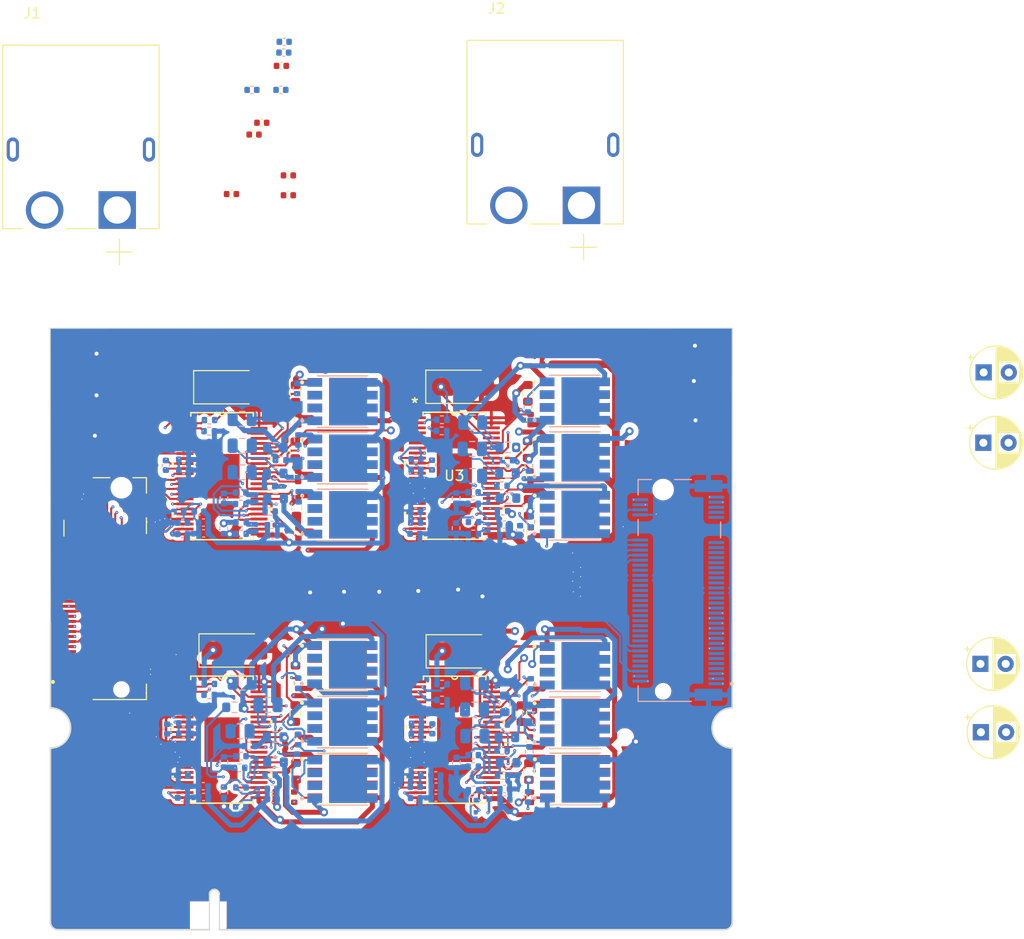
<source format=kicad_pcb>
(kicad_pcb (version 20221018) (generator pcbnew)
  (layers (0 "F.Cu" signal) (1 "In1.Cu" signal) (2 "In2.Cu" signal) (31 "B.Cu" signal) (34 "B.Paste" user) (35 "F.Paste" user) (36 "B.SilkS" user "B.Silkscreen") (37 "F.SilkS" user "F.Silkscreen") (38 "B.Mask" user) (39 "F.Mask" user) (44 "Edge.Cuts" user))
  (net 0 "")
  (net 1 "Net-(U1B-AVDD)")
  (net 2 "Net-(U1B-DVDD)")
  (net 3 "Net-(U1B-GVDD)")
  (net 4 "V_BAT")
  (net 5 "Net-(U1B-CP2)")
  (net 6 "Net-(U1B-CP1)")
  (net 7 "Net-(U1B-SN1)")
  (net 8 "Net-(U1B-SP1)")
  (net 9 "Net-(U1B-SN2)")
  (net 10 "Net-(U1B-SP2)")
  (net 11 "Net-(U1A-BST_A)")
  (net 12 "H1_VS")
  (net 13 "Net-(U1A-BST_B)")
  (net 14 "H2_VS")
  (net 15 "Net-(U1A-BST_C)")
  (net 16 "H3_VS")
  (net 17 "Net-(U2B-GVDD)")
  (net 18 "Net-(U2B-DVDD)")
  (net 19 "Net-(U2B-CP2)")
  (net 20 "Net-(U2B-CP1)")
  (net 21 "Net-(U2B-AVDD)")
  (net 22 "Net-(U2A-BST_A)")
  (net 23 "Net-(U2A-BST_B)")
  (net 24 "Net-(U2A-BST_C)")
  (net 25 "Net-(U2B-SN1)")
  (net 26 "Net-(U2B-SP1)")
  (net 27 "Net-(U2B-SN2)")
  (net 28 "Net-(U2B-SP2)")
  (net 29 "Net-(U3B-GVDD)")
  (net 30 "Net-(U3B-DVDD)")
  (net 31 "Net-(U3B-CP2)")
  (net 32 "Net-(U3B-CP1)")
  (net 33 "Net-(U3B-AVDD)")
  (net 34 "Net-(U3A-BST_A)")
  (net 35 "Net-(U3A-BST_B)")
  (net 36 "Net-(U3A-BST_C)")
  (net 37 "Net-(U3B-SN1)")
  (net 38 "Net-(U3B-SP1)")
  (net 39 "Net-(U3B-SN2)")
  (net 40 "Net-(U3B-SP2)")
  (net 41 "Net-(U4B-GVDD)")
  (net 42 "Net-(U4B-DVDD)")
  (net 43 "Net-(U4B-CP2)")
  (net 44 "Net-(U4B-CP1)")
  (net 45 "Net-(U4B-AVDD)")
  (net 46 "Net-(U4A-BST_A)")
  (net 47 "Net-(U4A-BST_B)")
  (net 48 "Net-(U4A-BST_C)")
  (net 49 "Net-(U4B-SN1)")
  (net 50 "Net-(U4B-SP1)")
  (net 51 "Net-(U4B-SN2)")
  (net 52 "Net-(U4B-SP2)")
  (net 53 "+3.3V")
  (net 54 "Net-(U1A-GH_A)")
  (net 55 "Net-(U1A-GL_A)")
  (net 56 "Net-(U1A-DTC)")
  (net 57 "~{FAULT}")
  (net 58 "SENS2")
  (net 59 "SENS1")
  (net 60 "SENS3")
  (net 61 "Net-(U1A-GH_B)")
  (net 62 "Net-(Q1-G)")
  (net 63 "Net-(U1A-GL_B)")
  (net 64 "Net-(Q2-G)")
  (net 65 "Net-(U1A-GH_C)")
  (net 66 "Net-(Q3-G)")
  (net 67 "Net-(U1A-GL_C)")
  (net 68 "Net-(Q4-G)")
  (net 69 "Net-(U2A-GH_A)")
  (net 70 "Net-(Q5-G)")
  (net 71 "Net-(U2A-GL_A)")
  (net 72 "Net-(Q6-G)")
  (net 73 "1SENS1")
  (net 74 "1SENS2")
  (net 75 "1SENS3")
  (net 76 "~{FAULT}1")
  (net 77 "Net-(U2A-DTC)")
  (net 78 "Net-(Q7-G)")
  (net 79 "Net-(Q8-G)")
  (net 80 "Net-(Q9-G)")
  (net 81 "Net-(Q10-G)")
  (net 82 "Net-(Q11-G)")
  (net 83 "Net-(Q12-G)")
  (net 84 "21SENS1")
  (net 85 "21SENS2")
  (net 86 "21SENS3")
  (net 87 "2~{FAULT}1")
  (net 88 "Net-(U3A-DTC)")
  (net 89 "Net-(Q13-G)")
  (net 90 "Net-(Q14-G)")
  (net 91 "Net-(Q15-G)")
  (net 92 "Net-(Q16-G)")
  (net 93 "Net-(Q17-G)")
  (net 94 "Net-(Q18-G)")
  (net 95 "2SENS1")
  (net 96 "2SENS2")
  (net 97 "2SENS3")
  (net 98 "2~{FAULT}")
  (net 99 "Net-(U4A-DTC)")
  (net 100 "Net-(Q19-G)")
  (net 101 "Net-(Q20-G)")
  (net 102 "Net-(Q21-G)")
  (net 103 "Net-(Q22-G)")
  (net 104 "Net-(Q23-G)")
  (net 105 "Net-(Q24-G)")
  (net 106 "1BR_SO2")
  (net 107 "L3")
  (net 108 "1BR_SO1")
  (net 109 "H3")
  (net 110 "L2")
  (net 111 "H2")
  (net 112 "L1")
  (net 113 "H1")
  (net 114 "En_GATE")
  (net 115 "DC_CAL")
  (net 116 "1DC_CAL")
  (net 117 "En_GATE1")
  (net 118 "1H1")
  (net 119 "1L1")
  (net 120 "1H2")
  (net 121 "1L2")
  (net 122 "1H3")
  (net 123 "BR_SO2")
  (net 124 "1L3")
  (net 125 "BR_SO1")
  (net 126 "21BR_SO2")
  (net 127 "2L3")
  (net 128 "21BR_SO1")
  (net 129 "2H3")
  (net 130 "2L2")
  (net 131 "2H2")
  (net 132 "2L1")
  (net 133 "2H1")
  (net 134 "2En_GATE")
  (net 135 "2DC_CAL")
  (net 136 "2En_GATE1")
  (net 137 "21H1")
  (net 138 "21L1")
  (net 139 "21H2")
  (net 140 "21L2")
  (net 141 "21H3")
  (net 142 "2BR_SO2")
  (net 143 "21L3")
  (net 144 "2BR_SO1")
  (net 146 "/PowerMana/SCS")
  (net 147 "/PowerMana/SDI")
  (net 148 "/PowerMana/SDO")
  (net 149 "/PowerMana/Sclk")
  (net 152 "/PowerMana1/SCS")
  (net 153 "/PowerMana1/SDI")
  (net 154 "/PowerMana1/SDO")
  (net 155 "/PowerMana1/Sclk")
  (net 158 "/PowerMana2/SCS")
  (net 159 "/PowerMana2/SDI")
  (net 160 "/PowerMana2/SDO")
  (net 161 "/PowerMana2/Sclk")
  (net 164 "/PowerMana3/SCS")
  (net 165 "/PowerMana3/SDI")
  (net 166 "/PowerMana3/SDO")
  (net 167 "/PowerMana3/Sclk")
  (net 169 "GND")
  (net 183 "+3V3")
  (net 184 "+1V1")
  (net 185 "/D+")
  (net 186 "/D-")
  (net 187 "Tx")
  (net 188 "/RUN")
  (net 189 "Rx")
  (net 212 "2Tx")
  (net 213 "2Rx")
  (net 221 "Net-(U2A-GH_B)")
  (net 222 "Net-(U2A-GL_B)")
  (net 223 "Net-(U2A-GH_C)")
  (net 224 "Net-(U2A-GL_C)")
  (net 225 "Net-(U3A-GH_A)")
  (net 226 "Net-(U3A-GL_A)")
  (net 227 "Net-(U3A-GH_B)")
  (net 228 "Net-(U3A-GL_B)")
  (net 229 "Net-(U3A-GH_C)")
  (net 230 "Net-(U3A-GL_C)")
  (net 231 "Net-(U4A-GH_A)")
  (net 232 "Net-(U4A-GL_A)")
  (net 233 "Net-(Q5-S)")
  (net 234 "Net-(Q6-S)")
  (net 235 "Net-(Q7-S)")
  (net 236 "Net-(Q8-S)")
  (net 237 "Net-(Q18-S)")
  (net 238 "Net-(Q20-S)")
  (net 239 "Net-(Q22-S)")
  (net 240 "Net-(Q24-S)")
  (net 241 "Net-(U4A-GH_B)")
  (net 242 "Net-(U4A-GL_B)")
  (net 243 "Net-(U4A-GH_C)")
  (net 244 "Net-(U4A-GL_C)")
  (footprint "Y!:DCA48_4P42X3P48" (layer "F.Cu") (at 211.2103 56.114999)
    (fp_text reference "U3")
    (fp_text value "DRV8303DCA")
  )
  (footprint "Resistor_SMD:R_0603_1608Metric" (layer "F.Cu") (at 195.433904 79.695 90)
    (fp_text reference "R40" hide)
    (fp_text value "39k" hide)
  )
  (footprint "Capacitor_SMD:C_0402_1005Metric" (layer "F.Cu") (at 194.75 28.3)
    (fp_text reference "C79" hide)
    (fp_text value "10u" hide)
  )
  (footprint "Resistor_SMD:R_0603_1608Metric" (layer "F.Cu") (at 218.606096 85.445 90)
    (fp_text reference "R92" hide)
    (fp_text value "39k" hide)
  )
  (footprint "Y!:TRANS_TPHR8504PL_L1Q" (layer "F.Cu") (at 200.123904 60)
    (fp_text reference "Q18" hide)
    (fp_text value "TPH4R50ANH" hide)
  )
  (footprint "Resistor_SMD:R_0603_1608Metric" (layer "F.Cu") (at 217.86 79.71 -90)
    (fp_text reference "R88" hide)
    (fp_text value "39k" hide)
  )
  (footprint "Capacitor_SMD:C_0402_1005Metric" (layer "F.Cu") (at 194.75 26.33)
    (fp_text reference "C78" hide)
    (fp_text value "10u" hide)
  )
  (footprint "Resistor_SMD:R_0402_1005Metric" (layer "F.Cu") (at 218.784996 61.785 -90)
    (fp_text reference "R67" hide)
    (fp_text value "4.7k" hide)
  )
  (footprint "Resistor_SMD:R_0603_1608Metric" (layer "F.Cu") (at 195.548904 59.255 90)
    (fp_text reference "R23" hide)
    (fp_text value "39k" hide)
  )
  (footprint "Y!:TRANS_TPHR8504PL_L1Q" (layer "F.Cu") (at 200.13 86.14)
    (fp_text reference "Q11" hide)
    (fp_text value "TPH4R50ANH" hide)
  )
  (footprint "Capacitor_SMD:C_0402_1005Metric" (layer "F.Cu") (at 192.12 21.11)
    (fp_text reference "C59" hide)
    (fp_text value "10u" hide)
  )
  (footprint "Y!:TRANS_TPHR8504PL_L1Q" (layer "F.Cu") (at 223.161096 74.95)
    (fp_text reference "Q4" hide)
    (fp_text value "TPH4R50ANH" hide)
  )
  (footprint "Capacitor_SMD:C_0402_1005Metric" (layer "F.Cu") (at 189.11 28.18)
    (fp_text reference "C38" hide)
    (fp_text value "10u" hide)
  )
  (footprint "Resistor_SMD:R_0402_1005Metric" (layer "F.Cu") (at 195.73 76.695 -90)
    (fp_text reference "R38" hide)
    (fp_text value "4.7k" hide)
  )
  (footprint "Resistor_SMD:R_0402_1005Metric" (layer "F.Cu") (at 218.774996 50.545 -90)
    (fp_text reference "R61" hide)
    (fp_text value "4.7k" hide)
  )
  (footprint "Y!:AMPHENOL_MDT420M01002" (layer "F.Cu") (at 178.1955 67.31 90)
    (fp_text reference "J3" hide)
    (fp_text value "MDT420M01002" hide)
  )
  (footprint "Resistor_SMD:R_0603_1608Metric" (layer "F.Cu") (at 195.458904 74.11 -90)
    (fp_text reference "R42" hide)
    (fp_text value "39k" hide)
  )
  (footprint "Y!:DCA48_4P42X3P48" (layer "F.Cu") (at 188.1697 82.285)
    (fp_text reference "U2" hide)
    (fp_text value "DRV8303DCA" hide)
  )
  (footprint "Resistor_SMD:R_0603_1608Metric" (layer "F.Cu") (at 218.474996 53.52 -90)
    (fp_text reference "R65" hide)
    (fp_text value "39k" hide)
  )
  (footprint "Diode_SMD:D_SMA" (layer "F.Cu") (at 211.924692 73.53)
    (fp_text reference "D4" hide)
    (fp_text value "TVS" hide)
  )
  (footprint "Capacitor_SMD:C_0402_1005Metric" (layer "F.Cu") (at 191.35 22.28)
    (fp_text reference "C50" hide)
    (fp_text value "10u" hide)
  )
  (footprint "Resistor_SMD:R_0603_1608Metric" (layer "F.Cu") (at 195.438904 53.55 -90)
    (fp_text reference "R20" hide)
    (fp_text value "39k" hide)
  )
  (footprint "Resistor_SMD:R_0603_1608Metric" (layer "F.Cu") (at 218.5039 47.94 90)
    (fp_text reference "R63" hide)
    (fp_text value "39k" hide)
  )
  (footprint "Y!:TRANS_TPHR8504PL_L1Q" (layer "F.Cu") (at 223.17 54.34)
    (fp_text reference "Q13" hide)
    (fp_text value "TPH4R50ANH" hide)
  )
  (footprint "Capacitor_THT:CP_Radial_D5.0mm_P2.50mm" (layer "F.Cu") (at 263.43 81.55)
    (fp_text reference "C52" hide)
    (fp_text value "15u" hide)
  )
  (footprint "Resistor_SMD:R_0603_1608Metric" (layer "F.Cu") (at 218.574996 59.25 90)
    (fp_text reference "R69" hide)
    (fp_text value "39k" hide)
  )
  (footprint "Diode_SMD:D_SMA" (layer "F.Cu") (at 188.8675 47.34)
    (fp_text reference "D1" hide)
    (fp_text value "TVS" hide)
  )
  (footprint "Y!:TRANS_TPHR8504PL_L1Q" (layer "F.Cu") (at 200.11 74.875)
    (fp_text reference "Q2" hide)
    (fp_text value "TPH4R50ANH" hide)
  )
  (footprint "Resistor_SMD:R_0402_1005Metric" (layer "F.Cu") (at 218.786096 76.755 -90)
    (fp_text reference "R84" hide)
    (fp_text value "4.7k" hide)
  )
  (footprint "Resistor_SMD:R_0402_1005Metric" (layer "F.Cu") (at 218.801096 88.005 -90)
    (fp_text reference "R90" hide)
    (fp_text value "4.7k" hide)
  )
  (footprint "Resistor_SMD:R_0603_1608Metric" (layer "F.Cu") (at 195.52 85.42 90)
    (fp_text reference "R46" hide)
    (fp_text value "39k" hide)
  )
  (footprint "Y!:TRANS_TPHR8504PL_L1Q" (layer "F.Cu") (at 200.118904 54.385)
    (fp_text reference "Q10" hide)
    (fp_text value "TPH4R50ANH" hide)
  )
  (footprint "Resistor_SMD:R_0402_1005Metric" (layer "F.Cu") (at 195.33 87.99 90)
    (fp_text reference "R45" hide)
    (fp_text value "4.7k" hide)
  )
  (footprint "Resistor_SMD:R_0402_1005Metric" (layer "F.Cu") (at 195.718904 56.18 90)
    (fp_text reference "R19" hide)
    (fp_text value "4.7k" hide)
  )
  (footprint "Y!:TRANS_TPHR8504PL_L1Q" (layer "F.Cu") (at 223.201096 86.14)
    (fp_text reference "Q23" hide)
    (fp_text value "TPH4R50ANH" hide)
  )
  (footprint "Y!:AMASS_XT60PW-M" (layer "F.Cu") (at 220.22 23.3)
    (fp_text reference "J2")
    (fp_text value "Conn_01x02_Pin")
  )
  (footprint "Y!:TRANS_TPHR8504PL_L1Q" (layer "F.Cu") (at 200.11 80.54)
    (fp_text reference "Q19" hide)
    (fp_text value "TPH4R50ANH" hide)
  )
  (footprint "Y!:TRANS_TPHR8504PL_L1Q" (layer "F.Cu") (at 223.176096 80.575)
    (fp_text reference "Q15" hide)
    (fp_text value "TPH4R50ANH" hide)
  )
  (footprint "Y!:DCA48_4P42X3P48" (layer "F.Cu") (at 211.240796 82.295001)
    (fp_text reference "U4" hide)
    (fp_text value "DRV8303DCA" hide)
  )
  (footprint "Resistor_SMD:R_0402_1005Metric" (layer "F.Cu") (at 195.748904 61.805 90)
    (fp_text reference "R22" hide)
    (fp_text value "4.7k" hide)
  )
  (footprint "Y!:AMASS_XT60PW-M" (layer "F.Cu") (at 174.18 23.76575)
    (fp_text reference "J1")
    (fp_text value "Conn_01x02_Pin")
  )
  (footprint "Capacitor_SMD:C_0402_1005Metric" (layer "F.Cu") (at 194.06 15.47)
    (fp_text reference "C45" hide)
    (fp_text value "10u" hide)
  )
  (footprint "Resistor_SMD:R_0603_1608Metric" (layer "F.Cu") (at 195.463904 47.965 90)
    (fp_text reference "R17" hide)
    (fp_text value "39k" hide)
  )
  (footprint "Capacitor_SMD:C_0402_1005Metric" (layer "F.Cu") (at 220.41 45.06)
    (fp_text reference "C51" hide)
    (fp_text value "10u" hide)
  )
  (footprint "Y!:TRANS_TPHR8504PL_L1Q" (layer "F.Cu") (at 200.113904 48.755)
    (fp_text reference "Q5" hide)
    (fp_text value "TPH4R50ANH" hide)
  )
  (footprint "Y!:TRANS_TPHR8504PL_L1Q" (layer "F.Cu") (at 223.16 48.715)
    (fp_text reference "Q3" hide)
    (fp_text value "TPH4R50ANH" hide)
  )
  (footprint "Y!:DCA48_4P42X3P48" (layer "F.Cu") (at 188.1747 56.160001)
    (fp_text reference "U1" hide)
    (fp_text value "DRV8303DCA" hide)
  )
  (footprint "Resistor_SMD:R_0402_1005Metric" (layer "F.Cu") (at 218.71 82.52 -90)
    (fp_text reference "R87" hide)
    (fp_text value "4.7k" hide)
  )
  (footprint "Capacitor_THT:CP_Radial_D5.0mm_P2.50mm" (layer "F.Cu") (at 263.674887 52.845113)
    (fp_text reference "C17" hide)
    (fp_text value "15u" hide)
  )
  (footprint "Resistor_SMD:R_0402_1005Metric" (layer "F.Cu") (at 195.71 82.28 90)
    (fp_text reference "R44" hide)
    (fp_text value "4.7k" hide)
  )
  (footprint "Resistor_SMD:R_0402_1005Metric" (layer "F.Cu") (at 195.728904 50.565 90)
    (fp_text reference "R16" hide)
    (fp_text value "4.7k" hide)
  )
  (footprint "Resistor_SMD:R_0402_1005Metric" (layer "F.Cu") (at 218.7589 56.155 -90)
    (fp_text reference "R64" hide)
    (fp_text value "4.7k" hide)
  )
  (footprint "Diode_SMD:D_SMA" (layer "F.Cu") (at 211.89 47.295)
    (fp_text reference "D3" hide)
    (fp_text value "TVS" hide)
  )
  (footprint "Capacitor_THT:CP_Radial_D5.0mm_P2.50mm" (layer "F.Cu") (at 263.384887 74.773903)
    (fp_text reference "C32" hide)
    (fp_text value "15u" hide)
  )
  (footprint "Diode_SMD:D_SMA" (layer "F.Cu") (at 189.398596 73.445)
    (fp_text reference "D2" hide)
    (fp_text value "TVS" hide)
  )
  (footprint "Capacitor_THT:CP_Radial_D5.0mm_P2.50mm" (layer "F.Cu") (at 263.7 45.87)
    (fp_text reference "C72" hide)
    (fp_text value "15u" hide)
  )
  (footprint "Y!:TRANS_TPHR8504PL_L1Q" (layer "F.Cu") (at 223.18 59.975)
    (fp_text reference "Q21" hide)
    (fp_text value "TPH4R50ANH" hide)
  )
  (footprint "Capacitor_SMD:C_0402_1005Metric" (layer "B.Cu") (at 207.451096 80.695 180)
    (fp_text reference "C61" hide)
    (fp_text value "2.2u" hide)
  )
  (footprint "Capacitor_SMD:C_0201_0603Metric" (layer "B.Cu") (at 191.545 58.35 -90)
    (fp_text reference "C10" hide)
    (fp_text value "2.2n" hide)
  )
  (footprint "Capacitor_SMD:C_0402_1005Metric" (layer "B.Cu") (at 185.9 59.66)
    (fp_text reference "C8" hide)
    (fp_text value "10u" hide)
  )
  (footprint "Resistor_SMD:R_0402_1005Metric" (layer "B.Cu") (at 218.514996 49.275 90)
    (fp_text reference "R62" hide)
    (fp_text value "4.7k" hide)
  )
  (footprint "Y!:AMPHENOL_MDT420M01002" (layer "B.Cu") (at 231.915 67.49 90)
    (fp_text reference "J4" hide)
    (fp_text value "MDT420M01002" hide)
  )
  (footprint "Capacitor_SMD:C_0201_0603Metric" (layer "B.Cu") (at 213.33 89.81 -90)
    (fp_text reference "C77" hide)
    (fp_text value "2.2n" hide)
  )
  (footprint "Resistor_SMD:R_0402_1005Metric" (layer "B.Cu") (at 194 54.57)
    (fp_text reference "R10" hide)
    (fp_text value "2.2k" hide)
  )
  (footprint "Capacitor_SMD:C_0402_1005Metric" (layer "B.Cu") (at 209.401096 86.945)
    (fp_text reference "C70" hide)
    (fp_text value "10u" hide)
  )
  (footprint "Resistor_SMD:R_0402_1005Metric" (layer "B.Cu") (at 213.094996 61.895 180)
    (fp_text reference "R58" hide)
    (fp_text value "100" hide)
  )
  (footprint "Resistor_SMD:R_0402_1005Metric" (layer "B.Cu") (at 216.002192 85.84)
    (fp_text reference "R75" hide)
    (fp_text value "2.2k" hide)
  )
  (footprint "Capacitor_SMD:C_0201_0603Metric" (layer "B.Cu") (at 191.555 61.285 -90)
    (fp_text reference "C11" hide)
    (fp_text value "2.2n" hide)
  )
  (footprint "Capacitor_SMD:C_0402_1005Metric" (layer "B.Cu") (at 186.335 60.76)
    (fp_text reference "C7" hide)
    (fp_text value "10u" hide)
  )
  (footprint "Y!:TRANS_TPHR8504PL_L1Q" (layer "B.Cu") (at 200.135 48.77)
    (fp_text reference "Q1" hide)
    (fp_text value "TPH4R50ANH" hide)
  )
  (footprint "Resistor_SMD:R_0402_1005Metric" (layer "B.Cu") (at 209.991096 76.785 180)
    (fp_text reference "R76" hide)
    (fp_text value "10k" hide)
  )
  (footprint "Capacitor_SMD:C_0402_1005Metric" (layer "B.Cu") (at 184.26 88.045 180)
    (fp_text reference "C29" hide)
    (fp_text value "2.2u" hide)
  )
  (footprint "Resistor_SMD:R_0402_1005Metric" (layer "B.Cu") (at 215.929996 57.115 180)
    (fp_text reference "R50" hide)
    (fp_text value "2.2k" hide)
  )
  (footprint "Capacitor_SMD:C_0201_0603Metric" (layer "B.Cu") (at 214.604996 61.26 -90)
    (fp_text reference "C57" hide)
    (fp_text value "2.2n" hide)
  )
  (footprint "Capacitor_SMD:C_0402_1005Metric" (layer "B.Cu") (at 216.179996 60.955)
    (fp_text reference "C47" hide)
    (fp_text value "10u" hide)
  )
  (footprint "Y!:TRANS_TPHR8504PL_L1Q" (layer "B.Cu") (at 223.181096 86.19)
    (fp_text reference "Q16" hide)
    (fp_text value "TPH4R50ANH" hide)
  )
  (footprint "Resistor_SMD:R_0402_1005Metric" (layer "B.Cu") (at 211.394996 58.335 -90)
    (fp_text reference "R59" hide)
    (fp_text value "100" hide)
  )
  (footprint "Resistor_SMD:R_0402_1005Metric" (layer "B.Cu") (at 215.942192 83.35)
    (fp_text reference "R73" hide)
    (fp_text value "2.2k" hide)
  )
  (footprint "Capacitor_SMD:C_0402_1005Metric" (layer "B.Cu") (at 184.265 61.9 180)
    (fp_text reference "C1" hide)
    (fp_text value "2.2u" hide)
  )
  (footprint "Resistor_SMD:R_0402_1005Metric" (layer "B.Cu") (at 213.064996 58.895 180)
    (fp_text reference "R56" hide)
    (fp_text value "100" hide)
  )
  (footprint "Resistor_SMD:R_0603_1608Metric" (layer "B.Cu") (at 193.47 53.35)
    (fp_text reference "R9" hide)
    (fp_text value "39k" hide)
  )
  (footprint "Resistor_SMD:R_0402_1005Metric" (layer "B.Cu") (at 213.082192 84.96 180)
    (fp_text reference "R79" hide)
    (fp_text value "100" hide)
  )
  (footprint "Y!:TRANS_TPHR8504PL_L1Q" (layer "B.Cu") (at 200.1 74.83)
    (fp_text reference "Q12" hide)
    (fp_text value "TPH4R50ANH" hide)
  )
  (footprint "Capacitor_SMD:C_0402_1005Metric" (layer "B.Cu") (at 193.145 60.99 180)
    (fp_text reference "C19" hide)
    (fp_text value "10u" hide)
  )
  (footprint "Resistor_SMD:R_0402_1005Metric" (layer "B.Cu") (at 190.03 88.91)
    (fp_text reference "R35" hide)
    (fp_text value "100" hide)
  )
  (footprint "Capacitor_SMD:C_0201_0603Metric" (layer "B.Cu") (at 191.6 84.53 -90)
    (fp_text reference "C36" hide)
    (fp_text value "2.2n" hide)
  )
  (footprint "Resistor_SMD:R_0603_1608Metric" (layer "B.Cu") (at 216.542192 84.57)
    (fp_text reference "R74" hide)
    (fp_text value "39k" hide)
  )
  (footprint "Resistor_SMD:R_0402_1005Metric" (layer "B.Cu") (at 218.52 87.95 90)
    (fp_text reference "R91" hide)
    (fp_text value "4.7k" hide)
  )
  (footprint "Capacitor_SMD:C_0402_1005Metric" (layer "B.Cu") (at 183.89 59.68)
    (fp_text reference "C3" hide)
    (fp_text value "2.2u" hide)
  )
  (footprint "Y!:TRANS_TPHR8504PL_L1Q" (layer "B.Cu") (at 223.159996 59.945)
    (fp_text reference "Q22" hide)
    (fp_text value "TPH4R50ANH" hide)
  )
  (footprint "Resistor_SMD:R_0603_1608Metric" (layer "B.Cu") (at 216.529996 58.335 180)
    (fp_text reference "R47" hide)
    (fp_text value "39k" hide)
  )
  (footprint "Resistor_SMD:R_0402_1005Metric" (layer "B.Cu") (at 190.04 83.925 180)
    (fp_text reference "R32" hide)
    (fp_text value "100" hide)
  )
  (footprint "Capacitor_SMD:C_0402_1005Metric" (layer "B.Cu") (at 207.304996 61.875 180)
    (fp_text reference "C49" hide)
    (fp_text value "2.2u" hide)
  )
  (footprint "Resistor_SMD:R_0402_1005Metric" (layer "B.Cu") (at 209.974996 50.565)
    (fp_text reference "R53" hide)
    (fp_text value "10k" hide)
  )
  (footprint "Y!:TRANS_TPHR8504PL_L1Q" (layer "B.Cu") (at 223.191096 74.97)
    (fp_text reference "Q24" hide)
    (fp_text value "TPH4R50ANH" hide)
  )
  (footprint "Capacitor_SMD:C_0805_2012Metric" (layer "B.Cu") (at 190.165 55.77 180)
    (fp_text reference "C14" hide)
    (fp_text value ".22u" hide)
  )
  (footprint "Capacitor_SMD:C_0402_1005Metric" (layer "B.Cu") (at 194.3 14.15)
    (fp_text reference "C16" hide)
    (fp_text value "10u" hide)
  )
  (footprint "Resistor_SMD:R_0402_1005Metric" (layer "B.Cu") (at 192.94 85.795)
    (fp_text reference "R29" hide)
    (fp_text value "2.2k" hide)
  )
  (footprint "Resistor_SMD:R_0402_1005Metric" (layer "B.Cu") (at 213.114996 60.705 180)
    (fp_text reference "R57" hide)
    (fp_text value "100" hide)
  )
  (footprint "Resistor_SMD:R_0402_1005Metric" (layer "B.Cu") (at 218.794996 60.685 90)
    (fp_text reference "R68" hide)
    (fp_text value "4.7k" hide)
  )
  (footprint "Capacitor_SMD:C_0402_1005Metric" (layer "B.Cu") (at 191.14 17.85 180)
    (fp_text reference "C30" hide)
    (fp_text value "10u" hide)
  )
  (footprint "Capacitor_SMD:C_0402_1005Metric" (layer "B.Cu") (at 207.41 55.515 180)
    (fp_text reference "C41" hide)
    (fp_text value "2.2u" hide)
  )
  (footprint "Capacitor_SMD:C_0402_1005Metric" (layer "B.Cu") (at 207.41 54.465)
    (fp_text reference "C42" hide)
    (fp_text value "2.2u" hide)
  )
  (footprint "Resistor_SMD:R_0603_1608Metric" (layer "B.Cu") (at 193.48 84.525)
    (fp_text reference "R24" hide)
    (fp_text value "39k" hide)
  )
  (footprint "Capacitor_SMD:C_0402_1005Metric" (layer "B.Cu") (at 184.365 55.56 180)
    (fp_text reference "C5" hide)
    (fp_text value "2.2u" hide)
  )
  (footprint "Resistor_SMD:R_0402_1005Metric" (layer "B.Cu") (at 190.025 58.92 180)
    (fp_text reference "R1" hide)
    (fp_text value "100" hide)
  )
  (footprint "Capacitor_SMD:C_0805_2012Metric" (layer "B.Cu") (at 190.18 76.625)
    (fp_text reference "C33" hide)
    (fp_text value ".22u" hide)
  )
  (footprint "Y!:TRANS_TPHR8504PL_L1Q" (layer "B.Cu") (at 200.11 86.22)
    (fp_text reference "Q20" hide)
    (fp_text value "TPH4R50ANH" hide)
  )
  (footprint "Capacitor_SMD:C_0402_1005Metric" (layer "B.Cu") (at 207.422192 81.75 180)
    (fp_text reference "C62" hide)
    (fp_text value "2.2u" hide)
  )
  (footprint "Capacitor_SMD:C_0805_2012Metric" (layer "B.Cu") (at 189.96 81.45 180)
    (fp_text reference "C35" hide)
    (fp_text value ".22u" hide)
  )
  (footprint "Resistor_SMD:R_0402_1005Metric" (layer "B.Cu") (at 195.775 58.2 90)
    (fp_text reference "R21" hide)
    (fp_text value "4.7k" hide)
  )
  (footprint "Capacitor_SMD:C_0402_1005Metric" (layer "B.Cu") (at 186.345 61.83)
    (fp_text reference "C6" hide)
    (fp_text value "10u" hide)
  )
  (footprint "Resistor_SMD:R_0402_1005Metric" (layer "B.Cu") (at 192.81 80.31 180)
    (fp_text reference "R25" hide)
    (fp_text value "2.2k" hide)
  )
  (footprint "Capacitor_SMD:C_0402_1005Metric" (layer "B.Cu") (at 209.031096 81.215 90)
    (fp_text reference "C68" hide)
    (fp_text value "22n" hide)
  )
  (footprint "Resistor_SMD:R_0603_1608Metric" (layer "B.Cu") (at 193.485 58.38)
    (fp_text reference "R13" hide)
    (fp_text value "39k" hide)
  )
  (footprint "Capacitor_SMD:C_0402_1005Metric" (layer "B.Cu") (at 184.31 85.815)
    (fp_text reference "C23" hide)
    (fp_text value "2.2u" hide)
  )
  (footprint "Capacitor_SMD:C_0402_1005Metric" (layer "B.Cu") (at 207.401096 85.865)
    (fp_text reference "C63" hide)
    (fp_text value "2.2u" hide)
  )
  (footprint "Resistor_SMD:R_0402_1005Metric" (layer "B.Cu") (at 214.65 87.68 -90)
    (fp_text reference "R80" hide)
    (fp_text value "100" hide)
  )
  (footprint "Resistor_SMD:R_0402_1005Metric" (layer "B.Cu") (at 186.92 76.765 180)
    (fp_text reference "R30" hide)
    (fp_text value "10k" hide)
  )
  (footprint "Capacitor_SMD:C_0805_2012Metric" (layer "B.Cu") (at 190.175 50.47 180)
    (fp_text reference "C12" hide)
    (fp_text value ".22u" hide)
  )
  (footprint "Resistor_SMD:R_0402_1005Metric" (layer "B.Cu") (at 188.345 61.34 -90)
    (fp_text reference "R12" hide)
    (fp_text value "100" hide)
  )
  (footprint "Resistor_SMD:R_0402_1005Metric" (layer "B.Cu") (at 188.365 58.36 -90)
    (fp_text reference "R11" hide)
    (fp_text value "100" hide)
  )
  (footprint "Resistor_SMD:R_0402_1005Metric" (layer "B.Cu") (at 189.91 85.085 180)
    (fp_text reference "R33" hide)
    (fp_text value "100" hide)
  )
  (footprint "Resistor_SMD:R_0402_1005Metric" (layer "B.Cu") (at 213.064996 57.755 180)
    (fp_text reference "R55" hide)
    (fp_text value "100" hide)
  )
  (footprint "Resistor_SMD:R_0402_1005Metric" (layer "B.Cu") (at 215.962192 80.8 180)
    (fp_text reference "R71" hide)
    (fp_text value "2.2k" hide)
  )
  (footprint "Capacitor_SMD:C_0805_2012Metric" (layer "B.Cu") (at 213.221096 79.305 180)
    (fp_text reference "C74" hide)
    (fp_text value ".22u" hide)
  )
  (footprint "Resistor_SMD:R_0603_1608Metric" (layer "B.Cu") (at 189.41 79.08)
    (fp_text reference "R28" hide)
    (fp_text value "39k" hide)
  )
  (footprint "Resistor_SMD:R_0603_1608Metric" (layer "B.Cu") (at 216.21 78.74 -90)
    (fp_text reference "R70" hide)
    (fp_text value "39k" hide)
  )
  (footprint "Y!:TRANS_TPHR8504PL_L1Q" (layer "B.Cu") (at 223.161096 80.62)
    (fp_text reference "Q8" hide)
    (fp_text value "TPH4R50ANH" hide)
  )
  (footprint "Capacitor_SMD:C_0402_1005Metric" (layer "B.Cu") (at 207.331096 86.975)
    (fp_text reference "C64" hide)
    (fp_text value "2.2u" hide)
  )
  (footprint "Capacitor_SMD:C_0201_0603Metric" (layer "B.Cu") (at 214.584996 58.335 -90)
    (fp_text reference "C56" hide)
    (fp_text value "2.2n" hide)
  )
  (footprint "Capacitor_SMD:C_0805_2012Metric" (layer "B.Cu") (at 213.232192 76.66 180)
    (fp_text reference "C73" hide)
    (fp_text value ".22u" hide)
  )
  (footprint "Capacitor_SMD:C_0805_2012Metric" (layer "B.Cu") (at 192.73 78.84)
    (fp_text reference "C34" hide)
    (fp_text value ".22u" hide)
  )
  (footprint "Resistor_SMD:R_0402_1005Metric" (layer "B.Cu") (at 212.88 88.36 180)
    (fp_text reference "R81" hide)
    (fp_text value "100" hide)
  )
  (footprint "Capacitor_SMD:C_0201_0603Metric" (layer "B.Cu") (at 191.76 87.44 -90)
    (fp_text reference "C37" hide)
    (fp_text value "2.2n" hide)
  )
  (footprint "Capacitor_SMD:C_0402_1005Metric" (layer "B.Cu") (at 216.202192 87.18 180)
    (fp_text reference "C66" hide)
    (fp_text value "10u" hide)
  )
  (footprint "Capacitor_SMD:C_0805_2012Metric" (layer "B.Cu") (at 212.99 53.455 180)
    (fp_text reference "C54" hide)
    (fp_text value ".22u" hide)
  )
  (footprint "Resistor_SMD:R_0402_1005Metric" (layer "B.Cu") (at 195.61 84.22 -90)
    (fp_text reference "R41" hide)
    (fp_text value "4.7k" hide)
  )
  (footprint "Y!:TRANS_TPHR8504PL_L1Q" (layer "B.Cu") (at 200.13 80.56)
    (fp_text reference "Q6" hide)
    (fp_text value "TPH4R50ANH" hide)
  )
  (footprint "Resistor_SMD:R_0402_1005Metric" (layer "B.Cu") (at 218.604996 55.145 90)
    (fp_text reference "R66" hide)
    (fp_text value "4.7k" hide)
  )
  (footprint "Resistor_SMD:R_0603_1608Metric" (layer "B.Cu") (at 216.514996 53.305 180)
    (fp_text reference "R51" hide)
    (fp_text value "39k" hide)
  )
  (footprint "Capacitor_SMD:C_0805_2012Metric" (layer "B.Cu") (at 190.175 53.14 180)
    (fp_text reference "C13" hide)
    (fp_text value ".22u" hide)
  )
  (footprint "Capacitor_SMD:C_0402_1005Metric" (layer "B.Cu") (at 184.272101 60.783501)
    (fp_text reference "C2" hide)
    (fp_text value "2.2u" hide)
  )
  (footprint "Resistor_SMD:R_0402_1005Metric" (layer "B.Cu") (at 213.082192 83.82 180)
    (fp_text reference "R78" hide)
    (fp_text value "100" hide)
  )
  (footprint "Capacitor_SMD:C_0805_2012Metric" (layer "B.Cu") (at 213.25 81.935 180)
    (fp_text reference "C75" hide)
    (fp_text value ".22u" hide)
  )
  (footprint "Capacitor_SMD:C_0402_1005Metric" (layer "B.Cu") (at 193.16 88.175 180)
    (fp_text reference "C26" hide)
    (fp_text value "10u" hide)
  )
  (footprint "Capacitor_SMD:C_0402_1005Metric" (layer "B.Cu") (at 182.603904 55.08 90)
    (fp_text reference "C9" hide)
    (fp_text value "22n" hide)
  )
  (footprint "Resistor_SMD:R_0402_1005Metric" (layer "B.Cu") (at 190.05 87.03)
    (fp_text reference "R34" hide)
    (fp_text value "100" hide)
  )
  (footprint "Capacitor_SMD:C_0805_2012Metric" (layer "B.Cu") (at 213.03 50.835 180)
    (fp_text reference "C53" hide)
    (fp_text value ".22u" hide)
  )
  (footprint "Resistor_SMD:R_0402_1005Metric" (layer "B.Cu") (at 190.055 61.88 180)
    (fp_text reference "R3" hide)
    (fp_text value "100" hide)
  )
  (footprint "Capacitor_SMD:C_0402_1005Metric" (layer "B.Cu") (at 216.209996 61.985)
    (fp_text reference "C46" hide)
    (fp_text value "10u" hide)
  )
  (footprint "Resistor_SMD:R_0402_1005Metric" (layer "B.Cu") (at 209.99 78.36)
    (fp_text reference "R77" hide)
    (fp_text value "10k" hide)
  )
  (footprint "Resistor_SMD:R_0402_1005Metric" (layer "B.Cu") (at 211.421096 84.555 -90)
    (fp_text reference "R82" hide)
    (fp_text value "100" hide)
  )
  (footprint "Y!:TRANS_TPHR8504PL_L1Q" (layer "B.Cu") (at 200.133904 54.37)
    (fp_text reference "Q9" hide)
    (fp_text value "TPH4R50ANH" hide)
  )
  (footprint "Capacitor_SMD:C_0402_1005Metric" (layer "B.Cu") (at 207.374996 60.775)
    (fp_text reference "C43" hide)
    (fp_text value "2.2u" hide)
  )
  (footprint "Capacitor_SMD:C_0201_0603Metric" (layer "B.Cu") (at 213.27 85.96 180)
    (fp_text reference "C76" hide)
    (fp_text value "2.2n" hide)
  )
  (footprint "Resistor_SMD:R_0402_1005Metric" (layer "B.Cu") (at 211.384996 61.315 -90)
    (fp_text reference "R60" hide)
    (fp_text value "100" hide)
  )
  (footprint "Resistor_SMD:R_0402_1005Metric" (layer "B.Cu") (at 186.935 50.59)
    (fp_text reference "R6" hide)
    (fp_text value "10k" hide)
  )
  (footprint "Capacitor_SMD:C_0402_1005Metric" (layer "B.Cu") (at 184.36 81.705 180)
    (fp_text reference "C21" hide)
    (fp_text value "2.2u" hide)
  )
  (footprint "Resistor_SMD:R_0603_1608Metric" (layer "B.Cu") (at 193.44 82.025)
    (fp_text reference "R26" hide)
    (fp_text value "39k" hide)
  )
  (footprint "Y!:TRANS_TPHR8504PL_L1Q" (layer "B.Cu") (at 200.125 59.995)
    (fp_text reference "Q17" hide)
    (fp_text value "TPH4R50ANH" hide)
  )
  (footprint "Capacitor_SMD:C_0402_1005Metric" (layer "B.Cu") (at 209.381096 88.045)
    (fp_text reference "C65" hide)
    (fp_text value "10u" hide)
  )
  (footprint "Resistor_SMD:R_0402_1005Metric" (layer "B.Cu") (at 186.9 77.845)
    (fp_text reference "R31" hide)
    (fp_text value "10k" hide)
  )
  (footprint "Capacitor_SMD:C_0402_1005Metric" (layer "B.Cu") (at 207.364996 59.695)
    (fp_text reference "C44" hide)
    (fp_text value "2.2u" hide)
  )
  (footprint "Capacitor_SMD:C_0402_1005Metric" (layer "B.Cu") (at 182.73 81.235 90)
    (fp_text reference "C28" hide)
    (fp_text value "22n" hide)
  )
  (footprint "Resistor_SMD:R_0402_1005Metric" (layer "B.Cu") (at 192.945 59.65)
    (fp_text reference "R14" hide)
    (fp_text value "2.2k" hide)
  )
  (footprint "Resistor_SMD:R_0402_1005Metric" (layer "B.Cu") (at 188.36 87.495 -90)
    (fp_text reference "R37" hide)
    (fp_text value "100" hide)
  )
  (footprint "Resistor_SMD:R_0402_1005Metric" (layer "B.Cu") (at 215.989996 59.615 180)
    (fp_text reference "R52" hide)
    (fp_text value "2.2k" hide)
  )
  (footprint "Resistor_SMD:R_0402_1005Metric" (layer "B.Cu") (at 190.89 82.93 180)
    (fp_text reference "R27" hide)
    (fp_text value "2.2k" hide)
  )
  (footprint "Resistor_SMD:R_0603_1608Metric" (layer "B.Cu") (at 216.42 82.065)
    (fp_text reference "R72" hide)
    (fp_text value "39k" hide)
  )
  (footprint "Capacitor_SMD:C_0402_1005Metric" (layer "B.Cu") (at 216.231096 88.225 180)
    (fp_text reference "C67" hide)
    (fp_text value "10u" hide)
  )
  (footprint "Capacitor_SMD:C_0402_1005Metric" (layer "B.Cu") (at 207.351096 88.075 180)
    (fp_text reference "C69" hide)
    (fp_text value "2.2u" hide)
  )
  (footprint "Resistor_SMD:R_0402_1005Metric" (layer "B.Cu") (at 209.954996 51.665)
    (fp_text reference "R54" hide)
    (fp_text value "10k" hide)
  )
  (footprint "Capacitor_SMD:C_0402_1005Metric" (layer "B.Cu") (at 184.365 54.51 180)
    (fp_text reference "C4" hide)
    (fp_text value "2.2u" hide)
  )
  (footprint "Y!:TRANS_TPHR8504PL_L1Q" (layer "B.Cu") (at 223.169996 48.7)
    (fp_text reference "Q7" hide)
    (fp_text value "TPH4R50ANH" hide)
  )
  (footprint "Capacitor_SMD:C_0402_1005Metric" (layer "B.Cu") (at 186.31 86.905)
    (fp_text reference "C31" hide)
    (fp_text value "10u" hide)
  )
  (footprint "Capacitor_SMD:C_0402_1005Metric" (layer "B.Cu") (at 194.34 13.08)
    (fp_text reference "C18" hide)
    (fp_text value "10u" hide)
  )
  (footprint "Capacitor_SMD:C_0402_1005Metric" (layer "B.Cu") (at 194.01 17.85 180)
    (fp_text reference "C25" hide)
    (fp_text value "10u" hide)
  )
  (footprint "Capacitor_SMD:C_0402_1005Metric" (layer "B.Cu") (at 193.14 87.145 180)
    (fp_text reference "C27" hide)
    (fp_text value "10u" hide)
  )
  (footprint "Resistor_SMD:R_0402_1005Metric" (layer "B.Cu") (at 192.885 57.16)
    (fp_text reference "R8" hide)
    (fp_text value "2.2k" hide)
  )
  (footprint "Resistor_SMD:R_0603_1608Metric" (layer "B.Cu") (at 218.496096 79.74 -90)
    (fp_text reference "R86" hide)
    (fp_text value "39k" hide)
  )
  (footprint "Capacitor_SMD:C_0402_1005Metric" (layer "B.Cu") (at 209.371096 85.835)
    (fp_text reference "C71" hide)
    (fp_text value "10u" hide)
  )
  (footprint "Resistor_SMD:R_0402_1005Metric" (layer "B.Cu") (at 195.615 47.46 90)
    (fp_text reference "R15" hide)
    (fp_text value "4.7k" hide)
  )
  (footprint "Resistor_SMD:R_0402_1005Metric" (layer "B.Cu") (at 216.47 54.58)
    (fp_text reference "R48" hide)
    (fp_text value "2.2k" hide)
  )
  (footprint "Capacitor_SMD:C_0402_1005Metric" (layer "B.Cu") (at 208.994996 55.055 90)
    (fp_text reference "C48" hide)
    (fp_text value "22n" hide)
  )
  (footprint "Resistor_SMD:R_0402_1005Metric" (layer "B.Cu") (at 188.36 84.495 -90)
    (fp_text reference "R36" hide)
    (fp_text value "100" hide)
  )
  (footprint "Resistor_SMD:R_0402_1005Metric" (layer "B.Cu") (at 213.11 87.29 180)
    (fp_text reference "R83" hide)
    (fp_text value "100" hide)
  )
  (footprint "Resistor_SMD:R_0603_1608Metric" (layer "B.Cu") (at 193.445 55.88)
    (fp_text reference "R7" hide)
    (fp_text value "39k" hide)
  )
  (footprint "Resistor_SMD:R_0402_1005Metric" (layer "B.Cu") (at 195.71 82.28 -90)
    (fp_text reference "R43" hide)
    (fp_text value "4.7k" hide)
  )
  (footprint "Y!:TRANS_TPHR8504PL_L1Q" (layer "B.Cu") (at 223.169996 54.315)
    (fp_text reference "Q14" hide)
    (fp_text value "TPH4R50ANH" hide)
  )
  (footprint "Resistor_SMD:R_0402_1005Metric" (layer "B.Cu") (at 218.786096 76.755 -90)
    (fp_text reference "R85" hide)
    (fp_text value "4.7k" hide)
  )
  (footprint "Capacitor_SMD:C_0402_1005Metric" (layer "B.Cu") (at 184.31 85.815)
    (fp_text reference "C24" hide)
    (fp_text value "2.2u" hide)
  )
  (footprint "Capacitor_SMD:C_0805_2012Metric" (layer "B.Cu") (at 213.02 56.135 180)
    (fp_text reference "C55" hide)
    (fp_text value ".22u" hide)
  )
  (footprint "Capacitor_SMD:C_0402_1005Metric" (layer "B.Cu") (at 184.36 80.655 180)
    (fp_text reference "C22" hide)
    (fp_text value "2.2u" hide)
  )
  (footprint "Capacitor_SMD:C_0402_1005Metric" (layer "B.Cu") (at 217.731092 61.545 -90)
    (fp_text reference "C58" hide)
    (fp_text value "10u" hide)
  )
  (footprint "Capacitor_SMD:C_0402_1005Metric" (layer "B.Cu") (at 186.34 87.975)
    (fp_text reference "C39" hide)
    (fp_text value "10u" hide)
  )
  (footprint "Resistor_SMD:R_0402_1005Metric" (layer "B.Cu") (at 218.65 83.5 -90)
    (fp_text reference "R89" hide)
    (fp_text value "4.7k" hide)
  )
  (footprint "Resistor_SMD:R_0402_1005Metric" (layer "B.Cu") (at 190.065 60.73 180)
    (fp_text reference "R2" hide)
    (fp_text value "100" hide)
  )
  (footprint "Resistor_SMD:R_0402_1005Metric" (layer "B.Cu") (at 190.025 57.78 180)
    (fp_text reference "R4" hide)
    (fp_text value "100" hide)
  )
  (footprint "Resistor_SMD:R_0603_1608Metric" (layer "B.Cu") (at 216.484996 55.855 180)
    (fp_text reference "R49" hide)
    (fp_text value "39k" hide)
  )
  (footprint "Resistor_SMD:R_0402_1005Metric" (layer "B.Cu") (at 195.72 76.695 -90)
    (fp_text reference "R39" hide)
    (fp_text value "4.7k" hide)
  )
  (footprint "Capacitor_SMD:C_0402_1005Metric" (layer "B.Cu") (at 193.165 62.03 180)
    (fp_text reference "C15" hide)
    (fp_text value "10u" hide)
  )
  (footprint "Resistor_SMD:R_0402_1005Metric" (layer "B.Cu") (at 195.743904 52.575 90)
    (fp_text reference "R18" hide)
    (fp_text value "4.7k" hide)
  )
  (footprint "Resistor_SMD:R_0402_1005Metric" (layer "B.Cu") (at 186.905 51.7)
    (fp_text reference "R5" hide)
    (fp_text value "10k" hide)
  )
  (gr_line (start 171.145 41.5) (end 171.165 70.73) (stroke (width 0.1)) (layer "Edge.Cuts"))
  (gr_line (start 186.915 101.13) (end 171.914999 101.128691) (stroke (width 0.15)) (layer "Edge.Cuts"))
  (gr_arc (start 238.765 100.38) (mid 238.54533 100.91033) (end 238.015 101.13) (stroke (width 0.15)) (layer "Edge.Cuts"))
  (gr_line (start 238.764999 70.73) (end 238.765 79.13) (stroke (width 0.15)) (layer "Edge.Cuts"))
  (gr_line (start 171.165 70.73) (end 171.165 79.13) (stroke (width 0.15)) (layer "Edge.Cuts"))
  (gr_line (start 186.915 97.63) (end 186.915 101.13) (stroke (width 0.1)) (layer "Edge.Cuts"))
  (gr_line (start 238.764999 70.73) (end 238.775 41.48) (stroke (width 0.1)) (layer "Edge.Cuts"))
  (gr_line (start 238.765 100.38) (end 238.765 83.13) (stroke (width 0.15)) (layer "Edge.Cuts"))
  (gr_line (start 187.915 101.13) (end 238.016309 101.129999) (stroke (width 0.15)) (layer "Edge.Cuts"))
  (gr_line (start 187.915 101.13) (end 187.915 97.63) (stroke (width 0.1)) (layer "Edge.Cuts"))
  (gr_arc (start 171.165 79.13) (mid 173.165 81.13) (end 171.165 83.13) (stroke (width 0.15)) (layer "Edge.Cuts"))
  (gr_line (start 238.775 41.48) (end 171.145 41.5) (stroke (width 0.1)) (layer "Edge.Cuts"))
  (gr_arc (start 186.915 97.63) (mid 187.415 97.13) (end 187.915 97.63) (stroke (width 0.15)) (layer "Edge.Cuts"))
  (gr_arc (start 238.765 83.13) (mid 236.765 81.13) (end 238.765 79.13) (stroke (width 0.15)) (layer "Edge.Cuts"))
  (gr_arc (start 171.914999 101.128691) (mid 171.385134 100.909481) (end 171.165 100.38) (stroke (width 0.15)) (layer "Edge.Cuts"))
  (gr_line (start 171.165 83.13) (end 171.165 100.38) (stroke (width 0.15)) (layer "Edge.Cuts"))
  (segment (start 183.506734 61.410001) (end 183.240455 61.67628) (width 0.2) (layer "F.Cu") (net 1))
  (segment (start 183.240455 61.67628) (end 183.240455 61.853057) (width 0.2) (layer "F.Cu") (net 1))
  (segment (start 184.5044 61.410001) (end 183.506734 61.410001) (width 0.2) (layer "F.Cu") (net 1))
  (via micro (at 183.240455 61.853057) (size 0.3) (drill 0.1) (layers "F.Cu" "B.Cu") (net 1))
  (segment (start 183.287398 61.9) (end 183.240455 61.853057) (width 0.5) (layer "B.Cu") (net 1))
  (segment (start 183.785 61.9) (end 183.287398 61.9) (width 0.5) (layer "B.Cu") (net 1))
  (segment (start 184.5044 59.410002) (end 185.559998 59.410002) (width 0.2) (layer "F.Cu") (net 2))
  (segment (start 185.559998 59.410002) (end 186.05 58.92) (width 0.2) (layer "F.Cu") (net 2))
  (via micro (at 186.05 58.92) (size 0.3) (drill 0.1) (layers "F.Cu" "B.Cu") (net 2))
  (segment (start 184.37 59.68) (end 184.37 60.4014) (width 0.2) (layer "B.Cu") (net 2))
  (segment (start 186.05 58.92) (end 185.102254 58.92) (width 0.2) (layer "B.Cu") (net 2))
  (segment (start 184.37 59.652254) (end 184.37 59.68) (width 0.2) (layer "B.Cu") (net 2))
  (segment (start 185.102254 58.92) (end 184.37 59.652254) (width 0.2) (layer "B.Cu") (net 2))
  (segment (start 184.37 60.4014) (end 184.752101 60.783501) (width 0.2) (layer "B.Cu") (net 2))
  (segment (start 183.910002 54.410002) (end 183.91 54.41) (width 0.25) (layer "F.Cu") (net 3))
  (segment (start 184.5044 54.410002) (end 183.910002 54.410002) (width 0.25) (layer "F.Cu") (net 3))
  (via micro (at 183.91 54.41) (size 0.3) (drill 0.1) (layers "F.Cu" "B.Cu") (net 3))
  (segment (start 183.885 54.51) (end 183.885 55.56) (width 0.25) (layer "B.Cu") (net 3))
  (segment (start 194.075703 61.999701) (end 194.813001 62.736999) (width 0.5) (layer "F.Cu") (net 4))
  (segment (start 227.23 57.305) (end 227.23 52.06) (width 0.75) (layer "F.Cu") (net 4))
  (segment (start 204.035 82.05) (end 204.035 77.755) (width 0.5) (layer "F.Cu") (net 4))
  (segment (start 217.152277 89.4905) (end 217.21076 89.432017) (width 0.5) (layer "F.Cu") (net 4))
  (segment (start 227.23 57.305) (end 226.17 56.245) (width 0.75) (layer "F.Cu") (net 4))
  (segment (start 217.21076 89.432017) (end 215.913444 88.134701) (width 0.5) (layer "F.Cu") (net 4))
  (segment (start 204.055 87.89) (end 204.055 83.44) (width 0.5) (layer "F.Cu") (net 4))
  (segment (start 203.08 88.045) (end 203.08 88.97) (width 0.5) (layer "F.Cu") (net 4))
  (segment (start 204.035 77.755) (end 203.06 76.78) (width 0.5) (layer "F.Cu") (net 4))
  (segment (start 214.8806 62.079699) (end 216.883679 62.079699) (width 0.75) (layer "F.Cu") (net 4))
  (segment (start 204.055 83.44) (end 203.06 82.445) (width 0.5) (layer "F.Cu") (net 4))
  (segment (start 226.18 62.9) (end 226.18 61.88) (width 0.75) (layer "F.Cu") (net 4))
  (segment (start 217.21076 89.432017) (end 217.501352 89.722609) (width 0.5) (layer "F.Cu") (net 4))
  (segment (start 219.037378 63.975) (end 217.012878 61.9505) (width 0.75) (layer "F.Cu") (net 4))
  (segment (start 203.9 88.045) (end 204.055 87.89) (width 0.5) (layer "F.Cu") (net 4))
  (segment (start 226.46 45.06) (end 220.89 45.06) (width 0.75) (layer "F.Cu") (net 4))
  (segment (start 227.101096 82.085) (end 227.101096 77.845) (width 0.5) (layer "F.Cu") (net 4))
  (segment (start 203.06 82.445) (end 203.64 82.445) (width 0.5) (layer "F.Cu") (net 4))
  (segment (start 226.126096 82.48) (end 226.706096 82.48) (width 0.5) (layer "F.Cu") (net 4))
  (segment (start 225.398487 89.722609) (end 226.151096 88.97) (width 0.5) (layer "F.Cu") (net 4))
  (segment (start 227.23 52.06) (end 227.23 45.83) (width 0.75) (layer "F.Cu") (net 4))
  (segment (start 203.08 88.045) (end 203.9 88.045) (width 0.5) (layer "F.Cu") (net 4))
  (segment (start 193.92 90.23) (end 193.658625 90.23) (width 0.5) (layer "F.Cu") (net 4))
  (segment (start 227.101096 77.845) (end 226.111096 76.855) (width 0.5) (layer "F.Cu") (net 4))
  (segment (start 227.126096 83.48) (end 226.126096 82.48) (width 0.5) (layer "F.Cu") (net 4))
  (segment (start 226.151096 88.97) (end 226.151096 88.045) (width 0.5) (layer "F.Cu") (net 4))
  (segment (start 226.18 62.9) (end 227.23 61.85) (width 0.75) (layer "F.Cu") (net 4))
  (segment (start 226.706096 82.48) (end 227.101096 82.085) (width 0.5) (layer "F.Cu") (net 4))
  (segment (start 216.883679 62.079699) (end 217.012878 61.9505) (width 0.75) (layer "F.Cu") (net 4))
  (segment (start 194.13 90.44) (end 193.92 90.23) (width 0.5) (layer "F.Cu") (net 4))
  (segment (start 203.64 82.445) (end 204.035 82.05) (width 0.5) (layer "F.Cu") (net 4))
  (segment (start 217.501352 89.722609) (end 225.398487 89.722609) (width 0.5) (layer "F.Cu") (net 4))
  (segment (start 215.913444 88.134701) (end 214.911096 88.134701) (width 0.5) (layer "F.Cu") (net 4))
  (segment (start 226.405 50.62) (end 226.16 50.62) (width 0.75) (layer "F.Cu") (net 4))
  (segment (start 227.23 52.06) (end 227.23 51.445) (width 0.75) (layer "F.Cu") (net 4))
  (segment (start 227.23 61.85) (end 227.23 57.305) (width 0.75) (layer "F.Cu") (net 4))
  (segment (start 226.18 62.9) (end 222.7885 62.9) (width 0.75) (layer "F.Cu") (net 4))
  (segment (start 227.23 51.445) (end 226.405 50.62) (width 0.75) (layer "F.Cu") (net 4))
  (segment (start 227.126096 87.65) (end 227.126096 83.48) (width 0.5) (layer "F.Cu") (net 4))
  (segment (start 221.7135 63.975) (end 219.037378 63.975) (width 0.75) (layer "F.Cu") (net 4))
  (segment (start 226.731096 88.045) (end 227.126096 87.65) (width 0.5) (layer "F.Cu") (net 4))
  (segment (start 193.658625 90.23) (end 191.84 88.411375) (width 0.5) (layer "F.Cu") (net 4))
  (segment (start 191.84 88.411375) (end 191.84 88.1247) (width 0.5) (layer "F.Cu") (net 4))
  (segment (start 203.08 88.97) (end 201.61 90.44) (width 0.5) (layer "F.Cu") (net 4))
  (segment (start 191.845 61.999701) (end 194.075703 61.999701) (width 0.5) (layer "F.Cu") (net 4))
  (segment (start 227.23 45.83) (end 226.46 45.06) (width 0.75) (layer "F.Cu") (net 4))
  (segment (start 226.151096 88.045) (end 226.731096 88.045) (width 0.5) (layer "F.Cu") (net 4))
  (segment (start 193.92 90.23) (end 193.9453 90.23) (width 0.5) (layer "F.Cu") (net 4))
  (segment (start 222.7885 62.9) (end 221.7135 63.975) (width 0.75) (layer "F.Cu") (net 4))
  (segment (start 201.61 90.44) (end 194.13 90.44) (width 0.5) (layer "F.Cu") (net 4))
  (via (at 217.012878 61.9505) (size 0.8) (drill 0.4) (layers "F.Cu" "B.Cu") (net 4))
  (via (at 217.21076 89.432017) (size 0.8) (drill 0.4) (layers "F.Cu" "B.Cu") (net 4))
  (via (at 193.92 90.23) (size 0.8) (drill 0.4) (layers "F.Cu" "B.Cu") (net 4))
  (via (at 194.813001 62.736999) (size 0.8) (drill 0.4) (layers "F.Cu" "B.Cu") (net 4))
  (segment (start 204.06 51.488904) (end 203.083904 52.465) (width 0.5) (layer "B.Cu") (net 4))
  (segment (start 203.663904 52.465) (end 204.058904 52.86) (width 0.5) (layer "B.Cu") (net 4))
  (segment (start 204.05 62.775) (end 204.05 58.485) (width 0.5) (layer "B.Cu") (net 4))
  (segment (start 192.685 62.03) (end 192.685 61.01) (width 0.5) (layer "B.Cu") (net 4))
  (segment (start 216.689996 61.985) (end 216.978378 61.985) (width 0.75) (layer "B.Cu") (net 4))
  (segment (start 192.065 62.65) (end 192.21 62.795) (width 0.5) (layer "B.Cu") (net 4))
  (segment (start 203.083904 52.465) (end 203.663904 52.465) (width 0.5) (layer "B.Cu") (net 4))
  (segment (start 193.450756 90.23) (end 193.92 90.23) (width 0.5) (layer "B.Cu") (net 4))
  (segment (start 194.871999 62.736999) (end 194.813001 62.736999) (width 0.5) (layer "B.Cu") (net 4))
  (segment (start 203.085 46.865) (end 203.665 46.865) (width 0.5) (layer "B.Cu") (net 4))
  (segment (start 209.851096 88.035) (end 209.861096 88.045) (width 0.5) (layer "B.Cu") (net 4))
  (segment (start 186.82 88.571375) (end 189.008126 90.759501) (width 0.5) (layer "B.Cu") (net 4))
  (segment (start 209.851096 85.835) (end 209.851096 88.035) (width 0.5) (layer "B.Cu") (net 4))
  (segment (start 215.722192 87.18) (end 215.722192 88.196096) (width 0.5) (layer "B.Cu") (net 4))
  (segment (start 215.751096 88.225) (end 215.751096 88.621518) (width 0.5) (layer "B.Cu") (net 4))
  (segment (start 204.06 47.26) (end 204.06 51.488904) (width 0.5) (layer "B.Cu") (net 4))
  (segment (start 194.93 62.795) (end 204.03 62.795) (width 0.5) (layer "B.Cu") (net 4))
  (segment (start 194.93 62.795) (end 194.871999 62.736999) (width 0.5) (layer "B.Cu") (net 4))
  (segment (start 216.659996 61.955) (end 216.689996 61.985) (width 0.75) (layer "B.Cu") (net 4))
  (segment (start 186.825 61.83) (end 187.7445 62.7495) (width 0.5) (layer "B.Cu") (net 4))
  (segment (start 215.751096 89.176726) (end 215.751096 88.225) (width 0.5) (layer "B.Cu") (net 4))
  (segment (start 215.722192 88.196096) (end 215.751096 88.225) (width 0.5) (layer "B.Cu") (net 4))
  (segment (start 189.008126 90.759501) (end 190.095499 90.759501) (width 0.5) (layer "B.Cu") (net 4))
  (segment (start 192.2775 89.056744) (end 193.450756 90.23) (width 0.5) (layer "B.Cu") (net 4))
  (segment (start 186.79 87.945) (end 186.82 87.975) (width 0.5) (layer "B.Cu") (net 4))
  (segment (start 216.561595 89.432017) (end 217.21076 89.432017) (width 0.5) (layer "B.Cu") (net 4))
  (segment (start 186.825 60.105) (end 186.825 61.83) (width 0.5) (layer "B.Cu") (net 4))
  (segment (start 209.861096 88.045) (end 212.626096 90.81) (width 0.5) (layer "B.Cu") (net 4))
  (segment (start 203.665 46.865) (end 204.06 47.26) (width 0.5) (layer "B.Cu") (net 4))
  (segment (start 192.66 87.145) (end 192.66 88.155) (width 0.5) (layer "B.Cu") (net 4))
  (segment (start 203.655 58.09) (end 203.075 58.09) (width 0.5) (layer "B.Cu") (net 4))
  (segment (start 192.2775 88.5775) (end 192.2775 89.056744) (width 0.5) (layer "B.Cu") (net 4))
  (segment (start 214.117822 90.81) (end 215.751096 89.176726) (width 0.5) (layer "B.Cu") (net 4))
  (segment (start 186.38 59.66) (end 186.825 60.105) (width 0.5) (layer "B.Cu") (net 4))
  (segment (start 186.79 86.905) (end 186.79 87.945) (width 0.5) (layer "B.Cu") (net 4))
  (segment (start 204.058904 57.106096) (end 203.075 58.09) (width 0.5) (layer "B.Cu") (net 4))
  (segment (start 204.05 58.485) (end 203.655 58.09) (width 0.5) (layer "B.Cu") (net 4))
  (segment (start 204.058904 52.86) (end 204.058904 57.106096) (width 0.5) (layer "B.Cu") (net 4))
  (segment (start 217.087378 62.025) (end 217.012878 61.9505) (width 0.75) (layer "B.Cu") (net 4))
  (segment (start 186.82 87.975) (end 186.82 88.571375) (width 0.5) (layer "B.Cu") (net 4))
  (segment (start 204.03 62.795) (end 204.05 62.775) (width 0.5) (layer "B.Cu") (net 4))
  (segment (start 191.9655 62.7495) (end 192.065 62.65) (width 0.5) (layer "B.Cu") (net 4))
  (segment (start 192.065 62.65) (end 192.685 62.03) (width 0.5) (layer "B.Cu") (net 4))
  (segment (start 216.659996 60.955) (end 216.659996 61.955) (width 0.75) (layer "B.Cu") (net 4))
  (segment (start 192.21 62.795) (end 194.93 62.795) (width 0.5) (layer "B.Cu") (net 4))
  (segment (start 190.095499 90.759501) (end 192.2775 88.5775) (width 0.5) (layer "B.Cu") (net 4))
  (segment (start 216.978378 61.985) (end 217.012878 61.9505) (width 0.75) (layer "B.Cu") (net 4))
  (segment (start 192.66 88.155) (end 192.68 88.175) (width 0.5) (layer "B.Cu") (net 4))
  (segment (start 192.685 61.01) (end 192.665 60.99) (width 0.5) (layer "B.Cu") (net 4))
  (segment (start 212.626096 90.81) (end 214.117822 90.81) (width 0.5) (layer "B.Cu") (net 4))
  (segment (start 187.7445 62.7495) (end 191.9655 62.7495) (width 0.5) (layer "B.Cu") (net 4))
  (segment (start 192.2775 88.5775) (end 192.68 88.175) (width 0.5) (layer "B.Cu") (net 4))
  (segment (start 217.731092 62.025) (end 217.087378 62.025) (width 0.75) (layer "B.Cu") (net 4))
  (segment (start 215.751096 88.621518) (end 216.561595 89.432017) (width 0.5) (layer "B.Cu") (net 4))
  (segment (start 184.5044 55.41) (end 182.544838 55.41) (width 0.2) (layer "F.Cu") (net 5))
  (segment (start 182.544838 55.41) (end 182.524574 55.389736) (width 0.2) (layer "F.Cu") (net 5))
  (via micro (at 182.524574 55.389736) (size 0.3) (drill 0.1) (layers "F.Cu" "B.Cu") (net 5))
  (segment (start 183.049265 54.910001) (end 182.63 54.490736) (width 0.2) (layer "F.Cu") (net 6))
  (segment (start 184.5044 54.910001) (end 183.049265 54.910001) (width 0.2) (layer "F.Cu") (net 6))
  (via micro (at 182.63 54.490736) (size 0.3) (drill 0.1) (layers "F.Cu" "B.Cu") (net 6))
  (segment (start 190.747303 60.039094) (end 190.33364 60.039094) (width 0.2) (layer "F.Cu") (net 7))
  (segment (start 191.845 59.910001) (end 190.876396 59.910001) (width 0.2) (layer "F.Cu") (net 7))
  (segment (start 190.876396 59.910001) (end 190.747303 60.039094) (width 0.2) (layer "F.Cu") (net 7))
  (via micro (at 190.33364 60.039094) (size 0.3) (drill 0.1) (layers "F.Cu" "B.Cu") (net 7))
  (segment (start 188.033931 60.039094) (end 190.33364 60.039094) (width 0.2) (layer "B.Cu") (net 7))
  (segment (start 187.345499 57.934501) (end 187.345499 59.350662) (width 0.2) (layer "B.Cu") (net 7))
  (segment (start 190.535 57.78) (end 190.474311 57.78) (width 0.2) (layer "B.Cu") (net 7))
  (segment (start 187.345499 59.350662) (end 188.033931 60.039094) (width 0.2) (layer "B.Cu") (net 7))
  (segment (start 188.12 57.16) (end 187.345499 57.934501) (width 0.2) (layer "B.Cu") (net 7))
  (segment (start 189.854311 57.16) (end 188.12 57.16) (width 0.2) (layer "B.Cu") (net 7))
  (segment (start 190.474311 57.78) (end 189.854311 57.16) (width 0.2) (layer "B.Cu") (net 7))
  (segment (start 190.535 57.78) (end 190.745 57.99) (width 0.5) (layer "B.Cu") (net 7))
  (segment (start 190.745 57.99) (end 191.545 57.99) (width 0.5) (layer "B.Cu") (net 7))
  (segment (start 189.88414 60.39586) (end 189.86828 60.38) (width 0.2) (layer "F.Cu") (net 8))
  (segment (start 189.88414 60.39586) (end 189.88414 59.59586) (width 0.2) (layer "F.Cu") (net 8))
  (segment (start 191.815 60.44) (end 190.546397 60.44) (width 0.2) (layer "F.Cu") (net 8))
  (segment (start 190.546397 60.44) (end 190.496397 60.49) (width 0.2) (layer "F.Cu") (net 8))
  (segment (start 189.88414 59.59586) (end 190.55 58.93) (width 0.2) (layer "F.Cu") (net 8))
  (segment (start 190.496397 60.49) (end 189.97828 60.49) (width 0.2) (layer "F.Cu") (net 8))
  (segment (start 189.97828 60.49) (end 189.88414 60.39586) (width 0.2) (layer "F.Cu") (net 8))
  (segment (start 191.845 60.41) (end 191.815 60.44) (width 0.2) (layer "F.Cu") (net 8))
  (via micro (at 190.55 58.93) (size 0.3) (drill 0.1) (layers "F.Cu" "B.Cu") (net 8))
  (segment (start 190.745 58.71) (end 191.545 58.71) (width 0.5) (layer "B.Cu") (net 8))
  (segment (start 190.535 58.92) (end 190.745 58.71) (width 0.5) (layer "B.Cu") (net 8))
  (segment (start 191.845 60.910002) (end 191.079998 60.910002) (width 0.2) (layer "F.Cu") (net 9))
  (segment (start 191.079998 60.910002) (end 191.07 60.92) (width 0.2) (layer "F.Cu") (net 9))
  (via micro (at 191.07 60.92) (size 0.3) (drill 0.1) (layers "F.Cu" "B.Cu") (net 9))
  (segment (start 190.575 60.73) (end 190.77 60.925) (width 0.5) (layer "B.Cu") (net 9))
  (segment (start 190.77 60.925) (end 191.555 60.925) (width 0.5) (layer "B.Cu") (net 9))
  (segment (start 191.845 61.410001) (end 190.879999 61.410001) (width 0.2) (layer "F.Cu") (net 10))
  (segment (start 190.879999 61.410001) (end 190.5 61.79) (width 0.2) (layer "F.Cu") (net 10))
  (via micro (at 190.5 61.79) (size 0.3) (drill 0.1) (layers "F.Cu" "B.Cu") (net 10))
  (segment (start 190.8 61.645) (end 191.555 61.645) (width 0.5) (layer "B.Cu") (net 10))
  (segment (start 190.565 61.88) (end 190.8 61.645) (width 0.5) (layer "B.Cu") (net 10))
  (segment (start 193.178999 52.410001) (end 194.189 51.4) (width 0.2) (layer "F.Cu") (net 11))
  (segment (start 191.845 52.410001) (end 193.178999 52.410001) (width 0.2) (layer "F.Cu") (net 11))
  (via micro (at 194.189 51.4) (size 0.3) (drill 0.1) (layers "F.Cu" "B.Cu") (net 11))
  (segment (start 193.259 50.47) (end 194.189 51.4) (width 0.2) (layer "B.Cu") (net 11))
  (segment (start 191.125 50.47) (end 193.259 50.47) (width 0.2) (layer "B.Cu") (net 11))
  (segment (start 191.845 53.410001) (end 192.835747 53.410001) (width 0.2) (layer "F.Cu") (net 12))
  (segment (start 215.18 79.52) (end 213.758196 79.52) (width 0.25) (layer "F.Cu") (net 12))
  (segment (start 218.81 45.21) (end 217.77 45.21) (width 0.5) (layer "F.Cu") (net 12))
  (segment (start 192.835747 53.410001) (end 192.943072 53.302676) (width 0.2) (layer "F.Cu") (net 12))
  (segment (start 213.747896 79.5097) (end 213.747896 76.262104) (width 0.25) (layer "F.Cu") (net 12))
  (segment (start 220.41 46.81) (end 218.81 45.21) (width 0.5) (layer "F.Cu") (net 12))
  (segment (start 191.84 79.535) (end 190.715 79.535) (width 0.2) (layer "F.Cu") (net 12))
  (segment (start 197.19 72.97) (end 195.56 71.34) (width 0.5) (layer "F.Cu") (net 12))
  (segment (start 220.411096 73.045) (end 220.411096 71.548802) (width 0.5) (layer "F.Cu") (net 12))
  (segment (start 213.758196 79.52) (end 213.747896 79.5097) (width 0.25) (layer "F.Cu") (net 12))
  (segment (start 197.36 72.97) (end 197.19 72.97) (width 0.5) (layer "F.Cu") (net 12))
  (segment (start 220.411096 71.548802) (end 220.202794 71.3405) (width 0.5) (layer "F.Cu") (net 12))
  (segment (start 193.486994 53.302676) (end 193.839835 52.949835) (width 0.2) (layer "F.Cu") (net 12))
  (segment (start 213.747896 76.262104) (end 216.965 73.045) (width 0.25) (layer "F.Cu") (net 12))
  (segment (start 203.063904 50.66) (end 204.78 50.66) (width 0.5) (layer "F.Cu") (net 12))
  (segment (start 216.965 73.045) (end 220.411096 73.045) (width 0.25) (layer "F.Cu") (net 12))
  (segment (start 192.943072 53.302676) (end 193.486994 53.302676) (width 0.2) (layer "F.Cu") (net 12))
  (segment (start 190.715 79.535) (end 190.399269 79.219269) (width 0.2) (layer "F.Cu") (net 12))
  (segment (start 204.78 50.66) (end 204.94 50.5) (width 0.5) (layer "F.Cu") (net 12))
  (via micro (at 193.839835 52.949835) (size 0.3) (drill 0.1) (layers "F.Cu" "B.Cu") (net 12))
  (via (at 195.56 71.34) (size 0.8) (drill 0.4) (layers "F.Cu" "B.Cu") (net 12))
  (via (at 217.77 45.21) (size 0.8) (drill 0.4) (layers "F.Cu" "B.Cu") (net 12))
  (via micro (at 215.18 79.52) (size 0.3) (drill 0.1) (layers "F.Cu" "B.Cu") (net 12))
  (via micro (at 217.775776 84.625269) (size 0.3) (drill 0.1) (layers "F.Cu" "B.Cu") (net 12))
  (via (at 220.202794 71.3405) (size 0.8) (drill 0.4) (layers "F.Cu" "B.Cu") (net 12))
  (via micro (at 214.89 53.35) (size 0.3) (drill 0.1) (layers "F.Cu" "B.Cu") (net 12))
  (via micro (at 204.94 50.5) (size 0.3) (drill 0.1) (layers "F.Cu" "B.Cu") (net 12))
  (via (at 190.399269 79.219269) (size 0.8) (drill 0.4) (layers "F.Cu" "B.Cu") (net 12))
  (segment (start 192.385 51.495) (end 193.839835 52.949835) (width 0.2) (layer "B.Cu") (net 12))
  (segment (start 217.77 45.21) (end 217.705 45.21) (width 0.5) (layer "B.Cu") (net 12))
  (segment (start 226.111096 78.715) (end 227.116096 77.71) (width 0.5) (layer "B.Cu") (net 12))
  (segment (start 190.235 77.52) (end 190.235 79.08) (width 0.5) (layer "B.Cu") (net 12))
  (segment (start 214.89 52.865937) (end 214.89 53.35) (width 0.2) (layer "B.Cu") (net 12))
  (segment (start 226.143593 71.47) (end 223.817888 71.47) (width 0.5) (layer "B.Cu") (net 12))
  (segment (start 194.590257 71.330499) (end 191.13 74.790756) (width 0.5) (layer "B.Cu") (net 12))
  (segment (start 226.119996 45.975) (end 226.119996 46.795) (width 0.5) (layer "B.Cu") (net 12))
  (segment (start 223.817888 71.47) (end 223.692345 71.344457) (width 0.5) (layer "B.Cu") (net 12))
  (segment (start 217.705 45.21) (end 212.08 50.835) (width 0.5) (layer "B.Cu") (net 12))
  (segment (start 189.225 50.47) (end 190.25 51.495) (width 0.2) (layer "B.Cu") (net 12))
  (segment (start 191.13 76.625) (end 190.235 77.52) (width 0.5) (layer "B.Cu") (net 12))
  (segment (start 225.354996 45.21) (end 226.119996 45.975) (width 0.5) (layer "B.Cu") (net 12))
  (segment (start 190.374269 79.219269) (end 190.399269 79.219269) (width 0.2) (layer "B.Cu") (net 12))
  (segment (start 212.282192 76.66) (end 213.332192 77.71) (width 0.25) (layer "B.Cu") (net 12))
  (segment (start 214.12 77.71) (end 215.18 78.77) (width 0.25) (layer "B.Cu") (net 12))
  (segment (start 197.609999 69.9305) (end 196.21 71.330499) (width 0.5) (layer "B.Cu") (net 12))
  (segment (start 194.039239 53.35) (end 192.334239 51.645) (width 0.5) (layer "B.Cu") (net 12))
  (segment (start 214.935 53.305) (end 214.89 53.35) (width 0.5) (layer "B.Cu") (net 12))
  (segment (start 217.720507 84.57) (end 217.775776 84.625269) (width 0.2) (layer "B.Cu") (net 12))
  (segment (start 192.334239 51.645) (end 190.4 51.645) (width 0.5) (layer "B.Cu") (net 12))
  (segment (start 213.105 51.86) (end 213.884063 51.86) (width 0.2) (layer "B.Cu") (net 12))
  (segment (start 195.986589 50.675) (end 194.295 52.366589) (width 0.5) (layer "B.Cu") (net 12))
  (segment (start 203.08 78.655) (end 204.105 78.655) (width 0.5) (layer "B.Cu") (net 12))
  (segment (start 194.295 52.366589) (end 194.295 53.35) (width 0.5) (layer "B.Cu") (net 12))
  (segment (start 195.56 71.34) (end 196.200499 71.34) (width 0.5) (layer "B.Cu") (net 12))
  (segment (start 197.385 50.675) (end 195.986589 50.675) (width 0.5) (layer "B.Cu") (net 12))
  (segment (start 204.739501 78.020499) (end 204.739501 71.775257) (width 0.5) (layer "B.Cu") (net 12))
  (segment (start 227.116096 72.442503) (end 226.143593 71.47) (width 0.5) (layer "B.Cu") (net 12))
  (segment (start 190.25 51.495) (end 192.385 51.495) (width 0.2) (layer "B.Cu") (net 12))
  (segment (start 196.200499 71.34) (end 196.21 71.330499) (width 0.5) (layer "B.Cu") (net 12))
  (segment (start 194.295 53.35) (end 194.039239 53.35) (width 0.5) (layer "B.Cu") (net 12))
  (segment (start 227.116096 77.71) (end 227.116096 72.442503) (width 0.5) (layer "B.Cu") (net 12))
  (segment (start 223.692345 71.344457) (end 220.206751 71.344457) (width 0.5) (layer "B.Cu") (net 12))
  (segment (start 190.4 51.645) (end 189.225 50.47) (width 0.5) (layer "B.Cu") (net 12))
  (segment (start 217.77 45.21) (end 225.354996 45.21) (width 0.5) (layer "B.Cu") (net 12))
  (segment (start 215.18 78.77) (end 215.18 79.52) (width 0.25) (layer "B.Cu") (net 12))
  (segment (start 204.105 78.655) (end 204.739501 78.020499) (width 0.5) (layer "B.Cu") (net 12))
  (segment (start 191.13 74.790756) (end 191.13 76.625) (width 0.5) (layer "B.Cu") (net 12))
  (segment (start 217.367192 84.57) (end 217.720507 84.57) (width 0.2) (layer "B.Cu") (net 12))
  (segment (start 213.332192 77.71) (end 214.12 77.71) (width 0.25) (layer "B.Cu") (net 12))
  (segment (start 212.08 50.835) (end 213.105 51.86) (width 0.2) (layer "B.Cu") (net 12))
  (segment (start 220.206751 71.344457) (end 220.202794 71.3405) (width 0.5) (layer "B.Cu") (net 12))
  (segment (start 202.894744 69.9305) (end 197.609999 69.9305) (width 0.5) (layer "B.Cu") (net 12))
  (segment (start 204.739501 71.775257) (end 202.894744 69.9305) (width 0.5) (layer "B.Cu") (net 12))
  (segment (start 190.235 79.08) (end 190.374269 79.219269) (width 0.2) (layer "B.Cu") (net 12))
  (segment (start 215.689996 53.305) (end 214.935 53.305) (width 0.5) (layer "B.Cu") (net 12))
  (segment (start 196.21 71.330499) (end 194.590257 71.330499) (width 0.5) (layer "B.Cu") (net 12))
  (segment (start 213.884063 51.86) (end 214.89 52.865937) (width 0.2) (layer "B.Cu") (net 12))
  (segment (start 190.767099 54.910001) (end 190.63 54.772902) (width 0.2) (layer "F.Cu") (net 13))
  (segment (start 190.63 54.772902) (end 190.63 53.76) (width 0.2) (layer "F.Cu") (net 13))
  (segment (start 191.845 54.910001) (end 190.767099 54.910001) (width 0.2) (layer "F.Cu") (net 13))
  (via micro (at 190.63 53.76) (size 0.3) (drill 0.1) (layers "F.Cu" "B.Cu") (net 13))
  (segment (start 194.39 83.7) (end 194.39 83.279878) (width 0.5) (layer "F.Cu") (net 14))
  (segment (start 204.11 56.29) (end 204.13 56.31) (width 0.5) (layer "F.Cu") (net 14))
  (segment (start 193.740669 55.97) (end 194.4695 55.97) (width 0.2) (layer "F.Cu") (net 14))
  (segment (start 220.426096 78.67) (end 219.201096 78.67) (width 0.5) (layer "F.Cu") (net 14))
  (segment (start 194.39 83.279878) (end 194.4885 83.181378) (width 0.5) (layer "F.Cu") (net 14))
  (segment (start 194.435 83.745) (end 194.39 83.7) (width 0.5) (layer "F.Cu") (net 14))
  (segment (start 214.911096 82.045001) (end 217.07159 82.045001) (width 0.25) (layer "F.Cu") (net 14))
  (segment (start 192.9832 55.770999) (end 193.541668 55.770999) (width 0.2) (layer "F.Cu") (net 14))
  (segment (start 191.845 55.910001) (end 191.905301 55.8497) (width 0.2) (layer "F.Cu") (net 14))
  (segment (start 214.911096 82.045001) (end 213.345297 82.045001) (width 0.25) (layer "F.Cu") (net 14))
  (segment (start 217.07159 82.045001) (end 217.080596 82.035995) (width 0.25) (layer "F.Cu") (net 14))
  (segment (start 193.541668 55.770999) (end 193.740669 55.97) (width 0.2) (layer "F.Cu") (net 14))
  (segment (start 194.4885 82.684734) (end 194.39 82.586234) (width 0.5) (layer "F.Cu") (net 14))
  (segment (start 197.38 84.235) (end 196.89 83.745) (width 0.5) (layer "F.Cu") (net 14))
  (segment (start 196.89 83.745) (end 194.435 83.745) (width 0.5) (layer "F.Cu") (net 14))
  (segment (start 217.659576 51.779576) (end 217.62 51.74) (width 0.5) (layer "F.Cu") (net 14))
  (segment (start 191.84 82.035) (end 194.325 82.035) (width 0.2) (layer "F.Cu") (net 14))
  (segment (start 192.904499 55.8497) (end 192.9832 55.770999) (width 0.2) (layer "F.Cu") (net 14))
  (segment (start 219.764576 51.779576) (end 217.659576 51.779576) (width 0.5) (layer "F.Cu") (net 14))
  (segment (start 191.905301 55.8497) (end 192.904499 55.8497) (width 0.2) (layer "F.Cu") (net 14))
  (segment (start 220.42 52.435) (end 219.764576 51.779576) (width 0.5) (layer "F.Cu") (net 14))
  (segment (start 219.173043 78.698053) (end 219.173043 79.521282) (width 0.5) (layer "F.Cu") (net 14))
  (segment (start 203.068904 56.29) (end 204.11 56.29) (width 0.5) (layer "F.Cu") (net 14))
  (segment (start 213.345297 82.045001) (end 213.330298 82.06) (width 0.25) (layer "F.Cu") (net 14))
  (segment (start 219.201096 78.67) (end 219.173043 78.698053) (width 0.5) (layer "F.Cu") (net 14))
  (segment (start 194.39 82.586234) (end 194.39 82.1) (width 0.5) (layer "F.Cu") (net 14))
  (segment (start 194.4885 83.181378) (end 194.4885 82.684734) (width 0.5) (layer "F.Cu") (net 14))
  (segment (start 194.325 82.035) (end 194.39 82.1) (width 0.2) (layer "F.Cu") (net 14))
  (via micro (at 217.080596 82.035995) (size 0.3) (drill 0.1) (layers "F.Cu" "B.Cu") (net 14))
  (via micro (at 215.321 55.855935) (size 0.3) (drill 0.1) (layers "F.Cu" "B.Cu") (net 14))
  (via (at 194.39 82.1) (size 0.8) (drill 0.4) (layers "F.Cu" "B.Cu") (net 14))
  (via (at 217.62 51.74) (size 0.8) (drill 0.4) (layers "F.Cu" "B.Cu") (net 14))
  (via micro (at 213.330298 82.06) (size 0.3) (drill 0.1) (layers "F.Cu" "B.Cu") (net 14))
  (via micro (at 204.13 56.31) (size 0.3) (drill 0.1) (layers "F.Cu" "B.Cu") (net 14))
  (via (at 228.59 51.7) (size 0.8) (drill 0.4) (layers "F.Cu" "B.Cu") (net 14))
  (via (at 198.09 71.31) (size 0.8) (drill 0.4) (layers "F.Cu" "B.Cu") (net 14))
  (via (at 229.221506 82.475378) (size 0.8) (drill 0.4) (layers "F.Cu" "B.Cu") (net 14))
  (via micro (at 219.173043 79.521282) (size 0.3) (drill 0.1) (layers "F.Cu" "B.Cu") (net 14))
  (via micro (at 194.4695 55.97) (size 0.3) (drill 0.1) (layers "F.Cu" "B.Cu") (net 14))
  (via micro (at 212.3 79.31) (size 0.3) (drill 0.1) (layers "F.Cu" "B.Cu") (net 14))
  (segment (start 190.432818 54.347818) (end 192.332635 54.347818) (width 0.2) (layer "B.Cu") (net 14))
  (segment (start 197.35 72.05) (end 198.09 71.31) (width 0.5) (layer "B.Cu") (net 14))
  (segment (start 196.85 72.05) (end 197.35 72.05) (width 0.5) (layer "B.Cu") (net 14))
  (segment (start 215.659996 55.855) (end 215.321935 55.855) (width 0.15) (layer "B.Cu") (net 14))
  (segment (start 198.325 72.03) (end 202.770756 72.03) (width 0.5) (layer "B.Cu") (net 14))
  (segment (start 226.131096 84.285) (end 227.411884 84.285) (width 0.5) (layer "B.Cu") (net 14))
  (segment (start 217.590499 81.526092) (end 217.590499 80.823811) (width 0.25) (layer "B.Cu") (net 14))
  (segment (start 194.665 56.275) (end 194.27 55.88) (width 0.5) (layer "B.Cu") (net 14))
  (segment (start 197.383904 56.275) (end 194.665 56.275) (width 0.5) (layer "B.Cu") (net 14))
  (segment (start 193.29 78.45) (end 193.29 74.935) (width 0.5) (layer "B.Cu") (net 14))
  (segment (start 202.770756 72.03) (end 203.05 72.309244) (width 0.5) (layer "B.Cu") (net 14))
  (segment (start 215.659996 55.855) (end 215.157462 55.855) (width 0.15) (layer "B.Cu") (net 14))
  (segment (start 213.757462 54.455) (end 213.04 54.455) (width 0.15) (layer "B.Cu") (net 14))
  (segment (start 227.411884 84.285) (end 229.221506 82.475378) (width 0.5) (layer "B.Cu") (net 14))
  (segment (start 217.696096 80.147538) (end 218.203634 79.64) (width 0.25) (layer "B.Cu") (net 14))
  (segment (start 217.696096 80.718214) (end 217.696096 80.147538) (width 0.25) (layer "B.Cu") (net 14))
  (segment (start 196.85 72.05) (end 198.305 72.05) (width 0.5) (layer "B.Cu") (net 14))
  (segment (start 227.88 52.41) (end 228.59 51.7) (width 0.5) (layer "B.Cu") (net 14))
  (segment (start 194.34 82.1) (end 194.265 82.025) (width 0.5) (layer "B.Cu") (net 14))
  (segment (start 215.321935 55.855) (end 215.321 55.855935) (width 0.15) (layer "B.Cu") (net 14))
  (segment (start 219.054325 79.64) (end 219.173043 79.521282) (width 0.25) (layer "B.Cu") (net 14))
  (segment (start 194.39 82.1) (end 194.34 82.1) (width 0.5) (layer "B.Cu") (net 14))
  (segment (start 213.04 54.455) (end 212.04 53.455) (width 0.15) (layer "B.Cu") (net 14))
  (segment (start 198.305 72.05) (end 198.325 72.03) (width 0.5) (layer "B.Cu") (net 14))
  (segment (start 215.157462 55.855) (end 213.757462 54.455) (width 0.15) (layer "B.Cu") (net 14))
  (segment (start 217.080596 82.035995) (end 217.590499 81.526092) (width 0.25) (layer "B.Cu") (net 14))
  (segment (start 189.225 53.14) (end 190.432818 54.347818) (width 0.2) (layer "B.Cu") (net 14))
  (segment (start 193.29 74.935) (end 196.175 72.05) (width 0.5) (layer "B.Cu") (net 14))
  (segment (start 196.175 72.05) (end 196.85 72.05) (width 0.5) (layer "B.Cu") (net 14))
  (segment (start 203.05 72.309244) (end 203.05 72.925) (width 0.5) (layer "B.Cu") (net 14))
  (segment (start 218.203634 79.64) (end 219.054325 79.64) (width 0.25) (layer "B.Cu") (net 14))
  (segment (start 217.590499 80.823811) (end 217.696096 80.718214) (width 0.25) (layer "B.Cu") (net 14))
  (segment (start 193.68 78.84) (end 193.29 78.45) (width 0.5) (layer "B.Cu") (net 14))
  (segment (start 226.119996 52.41) (end 227.88 52.41) (width 0.5) (layer "B.Cu") (net 14))
  (segment (start 192.332635 54.347818) (end 193.864817 55.88) (width 0.2) (layer "B.Cu") (net 14))
  (segment (start 193.864817 55.88) (end 194.27 55.88) (width 0.2) (layer "B.Cu") (net 14))
  (segment (start 190.767102 57.410001) (end 190.647491 57.29039) (width 0.2) (layer "F.Cu") (net 15))
  (segment (start 190.647491 57.29039) (end 190.647491 55.782509) (width 0.2) (layer "F.Cu") (net 15))
  (segment (start 191.845 57.410001) (end 190.767102 57.410001) (width 0.2) (layer "F.Cu") (net 15))
  (via micro (at 190.647491 55.782509) (size 0.3) (drill 0.1) (layers "F.Cu" "B.Cu") (net 15))
  (segment (start 215.859312 84.545002) (end 216.074296 84.759986) (width 0.25) (layer "F.Cu") (net 16))
  (segment (start 194.243141 84.535104) (end 194.243038 84.535001) (width 0.2) (layer "F.Cu") (net 16))
  (segment (start 216.4 85.17) (end 216.706538 85.17) (width 0.25) (layer "F.Cu") (net 16))
  (segment (start 202.413904 63.49) (end 196.7 63.49) (width 0.5) (layer "F.Cu") (net 16))
  (segment (start 220.43 58.07) (end 219.844225 57.484225) (width 0.2) (layer "F.Cu") (net 16))
  (segment (start 217.013912 84.862626) (end 217.013912 84.716088) (width 0.25) (layer "F.Cu") (net 16))
  (segment (start 196.656194 77.931194) (end 195.27221 77.931194) (width 0.5) (layer "F.Cu") (net 16))
  (segment (start 217.013912 84.716088) (end 217.835 83.895) (width 0.25) (layer "F.Cu") (net 16))
  (segment (start 219.844225 57.484225) (end 216.597598 57.484225) (width 0.2) (layer "F.Cu") (net 16))
  (segment (start 220.111096 83.895) (end 220.451096 84.235) (width 0.25) (layer "F.Cu") (net 16))
  (segment (start 216.33 85.17) (end 216.4 85.17) (width 0.25) (layer "F.Cu") (net 16))
  (segment (start 191.845 58.410002) (end 194.180002 58.410002) (width 0.2) (layer "F.Cu") (net 16))
  (segment (start 218.176024 57.575) (end 217.801244 57.20022) (width 0.5) (layer "F.Cu") (net 16))
  (segment (start 216.074296 84.759986) (end 216.074296 84.914296) (width 0.25) (layer "F.Cu") (net 16))
  (segment (start 219.935 57.575) (end 218.176024 57.575) (width 0.5) (layer "F.Cu") (net 16))
  (segment (start 203.073904 61.905) (end 203.073904 62.83) (width 0.5) (layer "F.Cu") (net 16))
  (segment (start 216.027512 58.054311) (end 216.027512 58.211109) (width 0.2) (layer "F.Cu") (net 16))
  (segment (start 216.597598 57.484225) (end 216.027512 58.054311) (width 0.2) (layer "F.Cu") (net 16))
  (segment (start 214.911096 84.545002) (end 215.859312 84.545002) (width 0.25) (layer "F.Cu") (net 16))
  (segment (start 203.073904 62.83) (end 202.413904 63.49) (width 0.5) (layer "F.Cu") (net 16))
  (segment (start 194.243038 84.535001) (end 191.84 84.535001) (width 0.2) (layer "F.Cu") (net 16))
  (segment (start 214.940902 58.304698) (end 214.8806 58.365) (width 0.2) (layer "F.Cu") (net 16))
  (segment (start 217.835 83.895) (end 220.111096 83.895) (width 0.25) (layer "F.Cu") (net 16))
  (segment (start 197.36 78.635) (end 196.656194 77.931194) (width 0.5) (layer "F.Cu") (net 16))
  (segment (start 215.933923 58.304698) (end 214.940902 58.304698) (width 0.2) (layer "F.Cu") (net 16))
  (segment (start 216.074296 84.914296) (end 216.33 85.17) (width 0.25) (layer "F.Cu") (net 16))
  (segment (start 216.706538 85.17) (end 217.013912 84.862626) (width 0.25) (layer "F.Cu") (net 16))
  (segment (start 194.180002 58.410002) (end 194.25 58.48) (width 0.2) (layer "F.Cu") (net 16))
  (segment (start 220.43 58.07) (end 219.935 57.575) (width 0.5) (layer "F.Cu") (net 16))
  (segment (start 216.027512 58.211109) (end 215.933923 58.304698) (width 0.2) (layer "F.Cu") (net 16))
  (via micro (at 215.278012 58.354665) (size 0.3) (drill 0.1) (layers "F.Cu" "B.Cu") (net 16))
  (via (at 217.801244 57.20022) (size 0.8) (drill 0.4) (layers "F.Cu" "B.Cu") (net 16))
  (via micro (at 196.7 63.49) (size 0.3) (drill 0.1) (layers "F.Cu" "B.Cu") (net 16))
  (via micro (at 216.292509 79.232509) (size 0.3) (drill 0.1) (layers "F.Cu" "B.Cu") (net 16))
  (via micro (at 194.25 58.48) (size 0.3) (drill 0.1) (layers "F.Cu" "B.Cu") (net 16))
  (via micro (at 190.537679 80.237667) (size 0.3) (drill 0.1) (layers "F.Cu" "B.Cu") (net 16))
  (via micro (at 194.243141 84.535104) (size 0.3) (drill 0.1) (layers "F.Cu" "B.Cu") (net 16))
  (via (at 216.51 75.31) (size 0.8) (drill 0.4) (layers "F.Cu" "B.Cu") (net 16))
  (via micro (at 216.4 85.17) (size 0.3) (drill 0.1) (layers "F.Cu" "B.Cu") (net 16))
  (via micro (at 195.27221 77.931194) (size 0.3) (drill 0.1) (layers "F.Cu" "B.Cu") (net 16))
  (via micro (at 190.22 56.89) (size 0.3) (drill 0.1) (layers "F.Cu" "B.Cu") (net 16))
  (via micro (at 213.32 57.100234) (size 0.3) (drill 0.1) (layers "F.Cu" "B.Cu") (net 16))
  (segment (start 194.31 59.615) (end 194.31 58.38) (width 0.5) (layer "B.Cu") (net 16))
  (segment (start 226.109996 58.04) (end 226.109996 57.22) (width 0.5) (layer "B.Cu") (net 16))
  (segment (start 216.21 79.565) (end 216.292509 79.482491) (width 0.25) (layer "B.Cu") (net 16))
  (segment (start 225.853644 72.17) (end 221.426096 72.17) (width 0.5) (layer "B.Cu") (net 16))
  (segment (start 203.64 84.315) (end 204.035 84.71) (width 0.5) (layer "B.Cu") (net 16))
  (segment (start 218.928625 72.19) (end 216.51 74.608625) (width 0.5) (layer "B.Cu") (net 16))
  (segment (start 213.035234 57.100234) (end 213.32 57.100234) (width 0.2) (layer "B.Cu") (net 16))
  (segment (start 212.07 56.135) (end 212.245 56.135) (width 0.2) (layer "B.Cu") (net 16))
  (segment (start 189.215 55.77) (end 189.215 55.885) (width 0.2) (layer "B.Cu") (net 16))
  (segment (start 197.375 61.9) (end 196.595 61.9) (width 0.5) (layer "B.Cu") (net 16))
  (segment (start 226.141096 72.457452) (end 225.853644 72.17) (width 0.5) (layer "B.Cu") (net 16))
  (segment (start 204.035 84.71) (end 204.035 89) (width 0.5) (layer "B.Cu") (net 16))
  (segment (start 190.222333 80.237667) (end 190.537679 80.237667) (width 0.2) (layer "B.Cu") (net 16))
  (segment (start 194.609501 88.758126) (end 194.609501 85.989026) (width 0.5) (layer "B.Cu") (net 16))
  (segment (start 215.685331 58.354665) (end 215.278012 58.354665) (width 0.2) (layer "B.Cu") (net 16))
  (segment (start 212.07 56.135) (end 213.035234 57.100234) (width 0.2) (layer "B.Cu") (net 16))
  (segment (start 215.7805 79.9945) (end 215.15119 79.9945) (width 0.25) (layer "B.Cu") (net 16))
  (segment (start 194.609501 85.989026) (end 194.389501 85.769026) (width 0.5) (layer "B.Cu") (net 16))
  (segment (start 203.06 84.315) (end 203.64 84.315) (width 0.5) (layer "B.Cu") (net 16))
  (segment (start 226.009497 57.119501) (end 217.881963 57.119501) (width 0.5) (layer "B.Cu") (net 16))
  (segment (start 226.109996 57.22) (end 226.009497 57.119501) (width 0.5) (layer "B.Cu") (net 16))
  (segment (start 189.01 81.45) (end 190.222333 80.237667) (width 0.2) (layer "B.Cu") (net 16))
  (segment (start 217.881963 57.119501) (end 217.801244 57.20022) (width 0.5) (layer "B.Cu") (net 16))
  (segment (start 215.15119 79.9945) (end 214.26069 80.885) (width 0.25) (layer "B.Cu") (net 16))
  (segment (start 214.26069 80.885) (end 213.311096 80.885) (width 0.25) (layer "B.Cu") (net 16))
  (segment (start 196.595 61.9) (end 194.31 59.615) (width 0.5) (layer "B.Cu") (net 16))
  (segment (start 202.685 90.35) (end 196.201375 90.35) (width 0.5) (layer "B.Cu") (net 16))
  (segment (start 216.51 74.608625) (end 216.51 75.31) (width 0.5) (layer "B.Cu") (net 16))
  (segment (start 216.21 79.565) (end 215.7805 79.9945) (width 0.25) (layer "B.Cu") (net 16))
  (segment (start 213.311096 80.885) (end 212.261096 81.935) (width 0.25) (layer "B.Cu") (net 16))
  (segment (start 221.426096 72.17) (end 221.406096 72.19) (width 0.5) (layer "B.Cu") (net 16))
  (segment (start 189.215 55.885) (end 190.22 56.89) (width 0.2) (layer "B.Cu") (net 16))
  (segment (start 216.292509 79.482491) (end 216.292509 79.232509) (width 0.25) (layer "B.Cu") (net 16))
  (segment (start 194.389501 84.609501) (end 194.305 84.525) (width 0.5) (layer "B.Cu") (net 16))
  (segment (start 215.704996 58.335) (end 215.685331 58.354665) (width 0.2) (layer "B.Cu") (net 16))
  (segment (start 221.406096 72.19) (end 218.928625 72.19) (width 0.5) (layer "B.Cu") (net 16))
  (segment (start 194.389501 85.769026) (end 194.389501 84.609501) (width 0.5) (layer "B.Cu") (net 16))
  (segment (start 204.035 89) (end 202.685 90.35) (width 0.5) (layer "B.Cu") (net 16))
  (segment (start 196.201375 90.35) (end 194.609501 88.758126) (width 0.5) (layer "B.Cu") (net 16))
  (segment (start 226.141096 73.065) (end 226.141096 72.457452) (width 0.5) (layer "B.Cu") (net 16))
  (segment (start 183.533767 80.535001) (end 183.526498 80.54227) (width 0.2) (layer "F.Cu") (net 17))
  (segment (start 184.4994 80.535001) (end 183.533767 80.535001) (width 0.2) (layer "F.Cu") (net 17))
  (via micro (at 183.526498 80.54227) (size 0.3) (drill 0.1) (layers "F.Cu" "B.Cu") (net 17))
  (segment (start 183.88 81.705) (end 183.88 80.655) (width 0.2) (layer "B.Cu") (net 17))
  (segment (start 184.804999 85.535001) (end 184.81 85.53) (width 0.25) (layer "F.Cu") (net 18))
  (segment (start 184.4994 85.535001) (end 184.804999 85.535001) (width 0.25) (layer "F.Cu") (net 18))
  (via micro (at 184.81 85.53) (size 0.3) (drill 0.1) (layers "F.Cu" "B.Cu") (net 18))
  (segment (start 184.4994 81.534999) (end 183.148807 81.534999) (width 0.2) (layer "F.Cu") (net 19))
  (segment (start 183.148807 81.534999) (end 183.106682 81.577124) (width 0.2) (layer "F.Cu") (net 19))
  (via micro (at 183.106682 81.577124) (size 0.3) (drill 0.1) (layers "F.Cu" "B.Cu") (net 19))
  (segment (start 183.320935 81.035) (end 183.123987 80.838052) (width 0.2) (layer "F.Cu") (net 20))
  (segment (start 184.4994 81.035) (end 183.320935 81.035) (width 0.2) (layer "F.Cu") (net 20))
  (via micro (at 183.123987 80.838052) (size 0.3) (drill 0.1) (layers "F.Cu" "B.Cu") (net 20))
  (segment (start 184.4994 87.535) (end 182.895 87.535) (width 0.2) (layer "F.Cu") (net 21))
  (segment (start 182.895 87.535) (end 182.88 87.55) (width 0.2) (layer "F.Cu") (net 21))
  (via micro (at 182.88 87.55) (size 0.3) (drill 0.1) (layers "F.Cu" "B.Cu") (net 21))
  (segment (start 183.375 88.045) (end 182.88 87.55) (width 0.2) (layer "B.Cu") (net 21))
  (segment (start 183.78 88.045) (end 183.375 88.045) (width 0.2) (layer "B.Cu") (net 21))
  (segment (start 189.0205 77.00548) (end 189.0205 76.465101) (width 0.2) (layer "F.Cu") (net 22))
  (segment (start 191.84 78.535) (end 190.55002 78.535) (width 0.2) (layer "F.Cu") (net 22))
  (segment (start 190.55002 78.535) (end 189.0205 77.00548) (width 0.2) (layer "F.Cu") (net 22))
  (via (at 189.0205 76.465101) (size 0.8) (drill 0.4) (layers "F.Cu" "B.Cu") (net 22))
  (segment (start 189.23 76.625) (end 189.180399 76.625) (width 0.2) (layer "B.Cu") (net 22))
  (segment (start 189.180399 76.625) (end 189.0205 76.465101) (width 0.2) (layer "B.Cu") (net 22))
  (segment (start 192.8265 81.035) (end 192.9005 80.961) (width 0.2) (layer "F.Cu") (net 23))
  (segment (start 191.84 81.035) (end 192.8265 81.035) (width 0.2) (layer "F.Cu") (net 23))
  (via micro (at 192.9005 80.961) (size 0.3) (drill 0.1) (layers "F.Cu" "B.Cu") (net 23))
  (segment (start 191.73 78.89) (end 191.73 80.675183) (width 0.2) (layer "B.Cu") (net 23))
  (segment (start 191.78 78.84) (end 191.73 78.89) (width 0.2) (layer "B.Cu") (net 23))
  (segment (start 191.73 80.675183) (end 192.015817 80.961) (width 0.2) (layer "B.Cu") (net 23))
  (segment (start 192.015817 80.961) (end 192.9005 80.961) (width 0.2) (layer "B.Cu") (net 23))
  (segment (start 190.58 83.352898) (end 190.58 82.14) (width 0.2) (layer "F.Cu") (net 24))
  (segment (start 191.84 83.535) (end 190.762102 83.535) (width 0.2) (layer "F.Cu") (net 24))
  (segment (start 190.762102 83.535) (end 190.58 83.352898) (width 0.2) (layer "F.Cu") (net 24))
  (via micro (at 190.58 82.14) (size 0.3) (drill 0.1) (layers "F.Cu" "B.Cu") (net 24))
  (segment (start 191.84 86.035) (end 190.85519 86.035) (width 0.2) (layer "F.Cu") (net 25))
  (via micro (at 190.775141 85.954933) (size 0.3) (drill 0.1) (layers "F.Cu" "B.Cu") (net 25))
  (segment (start 191.444315 84.21) (end 190.990999 84.663316) (width 0.2) (layer "B.Cu") (net 25))
  (segment (start 191.315 83.925) (end 191.6 84.21) (width 0.2) (layer "B.Cu") (net 25))
  (segment (start 190.55 83.925) (end 191.315 83.925) (width 0.2) (layer "B.Cu") (net 25))
  (segment (start 191.6 84.21) (end 191.444315 84.21) (width 0.2) (layer "B.Cu") (net 25))
  (segment (start 190.990999 85.107206) (end 190.99 85.108205) (width 0.2) (layer "B.Cu") (net 25))
  (segment (start 190.99 85.108205) (end 190.99 85.450183) (width 0.2) (layer "B.Cu") (net 25))
  (segment (start 190.990999 84.663316) (end 190.990999 85.107206) (width 0.2) (layer "B.Cu") (net 25))
  (segment (start 190.775141 85.665042) (end 190.775141 85.954933) (width 0.2) (layer "B.Cu") (net 25))
  (segment (start 190.99 85.450183) (end 190.775141 85.665042) (width 0.2) (layer "B.Cu") (net 25))
  (segment (start 190.307845 86.174242) (end 190.307845 85.153963) (width 0.2) (layer "F.Cu") (net 26))
  (segment (start 190.668602 86.534999) (end 190.307845 86.174242) (width 0.2) (layer "F.Cu") (net 26))
  (segment (start 191.84 86.534999) (end 190.668602 86.534999) (width 0.2) (layer "F.Cu") (net 26))
  (segment (start 190.307845 85.153963) (end 190.540999 84.920809) (width 0.2) (layer "F.Cu") (net 26))
  (via micro (at 190.540999 84.920809) (size 0.3) (drill 0.1) (layers "F.Cu" "B.Cu") (net 26))
  (segment (start 191.389501 85.976262) (end 190.96133 86.404433) (width 0.2) (layer "B.Cu") (net 26))
  (segment (start 190.4 85.22) (end 190.4 85.11) (width 0.2) (layer "B.Cu") (net 26))
  (segment (start 191.389501 85.273684) (end 191.389501 85.976262) (width 0.2) (layer "B.Cu") (net 26))
  (segment (start 190.3195 86.134981) (end 190.3195 85.1855) (width 0.2) (layer "B.Cu") (net 26))
  (segment (start 190.588952 86.404433) (end 190.3195 86.134981) (width 0.2) (layer "B.Cu") (net 26))
  (segment (start 191.6 84.85) (end 191.6 85.063185) (width 0.2) (layer "B.Cu") (net 26))
  (segment (start 191.6 85.063185) (end 191.389501 85.273684) (width 0.2) (layer "B.Cu") (net 26))
  (segment (start 190.4 85.11) (end 190.540999 84.969001) (width 0.2) (layer "B.Cu") (net 26))
  (segment (start 190.540999 84.969001) (end 190.540999 84.920809) (width 0.2) (layer "B.Cu") (net 26))
  (segment (start 190.96133 86.404433) (end 190.588952 86.404433) (width 0.2) (layer "B.Cu") (net 26))
  (segment (start 190.3195 85.1855) (end 190.42 85.085) (width 0.2) (layer "B.Cu") (net 26))
  (segment (start 191.84 87.035001) (end 189.544998 87.035001) (width 0.2) (layer "F.Cu") (net 27))
  (segment (start 189.544998 87.035001) (end 189.539999 87.030002) (width 0.2) (layer "F.Cu") (net 27))
  (via micro (at 189.539999 87.030002) (size 0.3) (drill 0.1) (layers "F.Cu" "B.Cu") (net 27))
  (segment (start 190.16 87.65) (end 189.54 87.03) (width 0.2) (layer "B.Cu") (net 27))
  (segment (start 191.074315 87.65) (end 190.16 87.65) (width 0.2) (layer "B.Cu") (net 27))
  (segment (start 191.604315 87.12) (end 191.074315 87.65) (width 0.2) (layer "B.Cu") (net 27))
  (segment (start 191.76 87.12) (end 191.604315 87.12) (width 0.2) (layer "B.Cu") (net 27))
  (segment (start 191.84 87.535) (end 190.895002 87.535) (width 0.2) (layer "F.Cu") (net 28))
  (segment (start 190.895002 87.535) (end 189.52 88.910002) (width 0.2) (layer "F.Cu") (net 28))
  (via micro (at 189.52 88.910002) (size 0.3) (drill 0.1) (layers "F.Cu" "B.Cu") (net 28))
  (segment (start 191.69 87.76) (end 191.16 88.29) (width 0.2) (layer "B.Cu") (net 28))
  (segment (start 190.224817 88.29) (end 189.604817 88.91) (width 0.2) (layer "B.Cu") (net 28))
  (segment (start 189.604817 88.91) (end 189.52 88.91) (width 0.2) (layer "B.Cu") (net 28))
  (segment (start 191.76 87.76) (end 191.69 87.76) (width 0.2) (layer "B.Cu") (net 28))
  (segment (start 191.16 88.29) (end 190.224817 88.29) (width 0.2) (layer "B.Cu") (net 28))
  (segment (start 207.525 54.35) (end 207.54 54.365) (width 0.2) (layer "F.Cu") (net 29))
  (segment (start 205.77 54.35) (end 207.525 54.35) (width 0.2) (layer "F.Cu") (net 29))
  (via micro (at 205.77 54.35) (size 0.3) (drill 0.1) (layers "F.Cu" "B.Cu") (net 29))
  (segment (start 206.77 53.35) (end 205.77 54.35) (width 0.2) (layer "B.Cu") (net 29))
  (segment (start 206.93 55.51) (end 205.77 54.35) (width 0.2) (layer "B.Cu") (net 29))
  (segment (start 207.57 53.35) (end 206.77 53.35) (width 0.2) (layer "B.Cu") (net 29))
  (segment (start 206.93 55.515) (end 206.93 55.51) (width 0.2) (layer "B.Cu") (net 29))
  (segment (start 207.89 54.465) (end 207.89 53.67) (width 0.2) (layer "B.Cu") (net 29))
  (segment (start 207.89 53.67) (end 207.57 53.35) (width 0.2) (layer "B.Cu") (net 29))
  (via micro (at 208.2 59.39) (size 0.3) (drill 0.1) (layers "F.Cu" "B.Cu") (net 30))
  (segment (start 207.895 59.695) (end 208.2 59.39) (width 0.2) (layer "B.Cu") (net 30))
  (segment (start 207.854996 59.735004) (end 208.2 59.39) (width 0.2) (layer "B.Cu") (net 30))
  (segment (start 207.844996 59.695) (end 207.895 59.695) (width 0.2) (layer "B.Cu") (net 30))
  (segment (start 207.854996 60.775) (end 207.854996 59.735004) (width 0.2) (layer "B.Cu") (net 30))
  (segment (start 209 55.52) (end 208.844998 55.364998) (width 0.2) (layer "F.Cu") (net 31))
  (segment (start 208.844998 55.364998) (end 207.54 55.364998) (width 0.2) (layer "F.Cu") (net 31))
  (via micro (at 209 55.52) (size 0.3) (drill 0.1) (layers "F.Cu" "B.Cu") (net 31))
  (segment (start 208.994996 55.525004) (end 209 55.52) (width 0.2) (layer "B.Cu") (net 31))
  (segment (start 208.994996 55.535) (end 208.994996 55.525004) (width 0.2) (layer "B.Cu") (net 31))
  (segment (start 208.615001 54.864999) (end 207.54 54.864999) (width 0.2) (layer "F.Cu") (net 32))
  (segment (start 208.96 54.52) (end 208.615001 54.864999) (width 0.2) (layer "F.Cu") (net 32))
  (via micro (at 208.96 54.52) (size 0.3) (drill 0.1) (layers "F.Cu" "B.Cu") (net 32))
  (segment (start 208.994996 54.554996) (end 208.96 54.52) (width 0.2) (layer "B.Cu") (net 32))
  (segment (start 208.994996 54.575) (end 208.994996 54.554996) (width 0.2) (layer "B.Cu") (net 32))
  (segment (start 207.54 61.364999) (end 206.290892 61.364999) (width 0.2) (layer "F.Cu") (net 33))
  (segment (start 206.290892 61.364999) (end 206.224582 61.431309) (width 0.2) (layer "F.Cu") (net 33))
  (via micro (at 206.224582 61.431309) (size 0.3) (drill 0.1) (layers "F.Cu" "B.Cu") (net 33))
  (segment (start 206.824996 61.875) (end 206.668273 61.875) (width 0.2) (layer "B.Cu") (net 33))
  (segment (start 206.668273 61.875) (end 206.224582 61.431309) (width 0.2) (layer "B.Cu") (net 33))
  (via micro (at 215.02 52.36) (size 0.3) (drill 0.1) (layers "F.Cu" "B.Cu") (net 34))
  (segment (start 213.98 51.32) (end 215.02 52.36) (width 0.15) (layer "B.Cu") (net 34))
  (segment (start 213.98 50.835) (end 213.98 51.32) (width 0.15) (layer "B.Cu") (net 34))
  (via micro (at 215.044081 54.868909) (size 0.3) (drill 0.1) (layers "F.Cu" "B.Cu") (net 35))
  (segment (start 215.044081 54.559081) (end 215.044081 54.868909) (width 0.2) (layer "B.Cu") (net 35))
  (segment (start 213.94 53.455) (end 215.044081 54.559081) (width 0.2) (layer "B.Cu") (net 35))
  (via micro (at 214.153747 57.366362) (size 0.3) (drill 0.1) (layers "F.Cu" "B.Cu") (net 36))
  (segment (start 213.97 57.182615) (end 214.153747 57.366362) (width 0.2) (layer "B.Cu") (net 36))
  (segment (start 213.97 56.135) (end 213.97 57.182615) (width 0.2) (layer "B.Cu") (net 36))
  (segment (start 213.515001 59.864999) (end 213.43 59.95) (width 0.2) (layer "F.Cu") (net 37))
  (segment (start 214.8806 59.864999) (end 213.515001 59.864999) (width 0.2) (layer "F.Cu") (net 37))
  (via micro (at 213.43 59.95) (size 0.3) (drill 0.1) (layers "F.Cu" "B.Cu") (net 37))
  (via micro (at 213.489355 57.973349) (size 0.3) (drill 0.1) (layers "F.Cu" "B.Cu") (net 37))
  (segment (start 213.531006 58.015) (end 213.489355 57.973349) (width 0.2) (layer "B.Cu") (net 37))
  (segment (start 214.584996 58.015) (end 213.531006 58.015) (width 0.2) (layer "B.Cu") (net 37))
  (via micro (at 214.463386 60.351083) (size 0.3) (drill 0.1) (layers "F.Cu" "B.Cu") (net 38))
  (segment (start 213.574996 59.462693) (end 214.463386 60.351083) (width 0.2) (layer "B.Cu") (net 38))
  (segment (start 214.344996 58.895) (end 214.584996 58.655) (width 0.2) (layer "B.Cu") (net 38))
  (segment (start 213.574996 58.895) (end 214.344996 58.895) (width 0.2) (layer "B.Cu") (net 38))
  (segment (start 213.574996 58.895) (end 213.574996 59.462693) (width 0.2) (layer "B.Cu") (net 38))
  (via micro (at 214.17 60.86) (size 0.3) (drill 0.1) (layers "F.Cu" "B.Cu") (net 39))
  (segment (start 214.524996 60.86) (end 214.17 60.86) (width 0.2) (layer "B.Cu") (net 39))
  (segment (start 214.015 60.705) (end 214.17 60.86) (width 0.2) (layer "B.Cu") (net 39))
  (segment (start 213.624996 60.705) (end 214.015 60.705) (width 0.2) (layer "B.Cu") (net 39))
  (segment (start 214.604996 60.94) (end 214.524996 60.86) (width 0.2) (layer "B.Cu") (net 39))
  (via micro (at 214.1 61.36) (size 0.3) (drill 0.1) (layers "F.Cu" "B.Cu") (net 40))
  (segment (start 214.32 61.58) (end 214.1 61.36) (width 0.2) (layer "B.Cu") (net 40))
  (segment (start 213.919996 61.58) (end 213.604996 61.895) (width 0.2) (layer "B.Cu") (net 40))
  (segment (start 214.604996 61.58) (end 213.919996 61.58) (width 0.2) (layer "B.Cu") (net 40))
  (segment (start 214.604996 61.58) (end 214.32 61.58) (width 0.2) (layer "B.Cu") (net 40))
  (via micro (at 206.94 80.59) (size 0.3) (drill 0.1) (layers "F.Cu" "B.Cu") (net 41))
  (segment (start 206.971096 80.621096) (end 206.94 80.59) (width 0.25) (layer "B.Cu") (net 41))
  (segment (start 206.942192 81.75) (end 206.942192 80.592192) (width 0.25) (layer "B.Cu") (net 41))
  (segment (start 206.971096 80.695) (end 206.971096 80.621096) (width 0.25) (layer "B.Cu") (net 41))
  (segment (start 206.942192 80.592192) (end 206.94 80.59) (width 0.25) (layer "B.Cu") (net 41))
  (via micro (at 207.87 85.58) (size 0.3) (drill 0.1) (layers "F.Cu" "B.Cu") (net 42))
  (segment (start 207.881096 85.865) (end 207.881096 85.591096) (width 0.25) (layer "B.Cu") (net 42))
  (segment (start 207.811096 86.975) (end 207.811096 85.638904) (width 0.25) (layer "B.Cu") (net 42))
  (segment (start 207.881096 85.591096) (end 207.87 85.58) (width 0.25) (layer "B.Cu") (net 42))
  (segment (start 207.811096 85.638904) (end 207.87 85.58) (width 0.25) (layer "B.Cu") (net 42))
  (segment (start 208.905 81.545) (end 207.570496 81.545) (width 0.25) (layer "F.Cu") (net 43))
  (segment (start 208.99 81.63) (end 208.905 81.545) (width 0.25) (layer "F.Cu") (net 43))
  (via micro (at 208.99 81.63) (size 0.3) (drill 0.1) (layers "F.Cu" "B.Cu") (net 43))
  (segment (start 209.031096 81.695) (end 209.031096 81.671096) (width 0.25) (layer "B.Cu") (net 43))
  (segment (start 209.031096 81.671096) (end 208.99 81.63) (width 0.25) (layer "B.Cu") (net 43))
  (segment (start 208.914999 81.045001) (end 207.570496 81.045001) (width 0.25) (layer "F.Cu") (net 44))
  (segment (start 208.98 80.98) (end 208.914999 81.045001) (width 0.25) (layer "F.Cu") (net 44))
  (via micro (at 208.98 80.98) (size 0.3) (drill 0.1) (layers "F.Cu" "B.Cu") (net 44))
  (segment (start 209.031096 80.928904) (end 208.98 80.98) (width 0.25) (layer "B.Cu") (net 44))
  (segment (start 209.031096 80.735) (end 209.031096 80.928904) (width 0.25) (layer "B.Cu") (net 44))
  (segment (start 207.555497 87.56) (end 207.570496 87.545001) (width 0.25) (layer "F.Cu") (net 45))
  (segment (start 206.29 87.56) (end 207.555497 87.56) (width 0.25) (layer "F.Cu") (net 45))
  (via micro (at 206.29 87.56) (size 0.3) (drill 0.1) (layers "F.Cu" "B.Cu") (net 45))
  (segment (start 206.356096 87.56) (end 206.29 87.56) (width 0.25) (layer "B.Cu") (net 45))
  (segment (start 206.871096 88.075) (end 206.356096 87.56) (width 0.25) (layer "B.Cu") (net 45))
  (via micro (at 215.621667 78.566412) (size 0.3) (drill 0.1) (layers "F.Cu" "B.Cu") (net 46))
  (segment (start 214.182192 76.66) (end 214.182192 77.126937) (width 0.25) (layer "B.Cu") (net 46))
  (segment (start 214.182192 77.126937) (end 215.621667 78.566412) (width 0.25) (layer "B.Cu") (net 46))
  (segment (start 213.872896 81.045001) (end 213.712459 80.884564) (width 0.2) (layer "F.Cu") (net 47))
  (segment (start 214.911096 81.045001) (end 213.872896 81.045001) (width 0.2) (layer "F.Cu") (net 47))
  (segment (start 213.712459 80.884564) (end 213.712459 80.409089) (width 0.2) (layer "F.Cu") (net 47))
  (via micro (at 213.712459 80.409089) (size 0.3) (drill 0.1) (layers "F.Cu" "B.Cu") (net 47))
  (segment (start 214.171096 79.305) (end 214.171096 79.950452) (width 0.2) (layer "B.Cu") (net 47))
  (segment (start 214.171096 79.950452) (end 213.712459 80.409089) (width 0.2) (layer "B.Cu") (net 47))
  (via micro (at 214.67 83.53) (size 0.3) (drill 0.1) (layers "F.Cu" "B.Cu") (net 48))
  (segment (start 214.161096 81.935) (end 214.67 82.443904) (width 0.25) (layer "B.Cu") (net 48))
  (segment (start 214.67 82.443904) (end 214.67 83.53) (width 0.25) (layer "B.Cu") (net 48))
  (segment (start 213.675001 86.045001) (end 213.604933 85.974933) (width 0.25) (layer "F.Cu") (net 49))
  (segment (start 214.911096 86.045001) (end 213.675001 86.045001) (width 0.25) (layer "F.Cu") (net 49))
  (via micro (at 213.604933 85.974933) (size 0.3) (drill 0.1) (layers "F.Cu" "B.Cu") (net 49))
  (segment (start 213.592192 83.82) (end 214.187192 84.415) (width 0.25) (layer "B.Cu") (net 49))
  (segment (start 214.187192 85.392674) (end 213.604933 85.974933) (width 0.25) (layer "B.Cu") (net 49))
  (segment (start 214.187192 84.415) (end 214.187192 85.392674) (width 0.25) (layer "B.Cu") (net 49))
  (via micro (at 214.26 86.55) (size 0.3) (drill 0.1) (layers "F.Cu" "B.Cu") (net 50))
  (segment (start 212.95 85.602192) (end 213.592192 84.96) (width 0.25) (layer "B.Cu") (net 50))
  (segment (start 212.95 85.96) (end 212.95 86.151041) (width 0.25) (layer "B.Cu") (net 50))
  (segment (start 212.95 86.151041) (end 213.348959 86.55) (width 0.25) (layer "B.Cu") (net 50))
  (segment (start 212.95 85.96) (end 212.95 85.602192) (width 0.25) (layer "B.Cu") (net 50))
  (segment (start 213.348959 86.55) (end 214.26 86.55) (width 0.25) (layer "B.Cu") (net 50))
  (segment (start 214.911096 87.045002) (end 213.768214 87.045002) (width 0.2) (layer "F.Cu") (net 51))
  (segment (start 212.863216 87.95) (end 212.863216 88.465871) (width 0.2) (layer "F.Cu") (net 51))
  (segment (start 213.768214 87.045002) (end 212.863216 87.95) (width 0.2) (layer "F.Cu") (net 51))
  (segment (start 212.863216 88.465871) (end 213.6595 89.262155) (width 0.2) (layer "F.Cu") (net 51))
  (via micro (at 214.662798 87.055044) (size 0.3) (drill 0.1) (layers "F.Cu" "B.Cu") (net 51))
  (via micro (at 213.6595 89.262155) (size 0.3) (drill 0.1) (layers "F.Cu" "B.Cu") (net 51))
  (segment (start 213.431655 89.49) (end 213.6595 89.262155) (width 0.2) (layer "B.Cu") (net 51))
  (segment (start 214.65 87.067842) (end 214.662798 87.055044) (width 0.25) (layer "B.Cu") (net 51))
  (segment (start 214.65 87.17) (end 214.65 87.067842) (width 0.25) (layer "B.Cu") (net 51))
  (segment (start 213.33 89.49) (end 213.431655 89.49) (width 0.2) (layer "B.Cu") (net 51))
  (segment (start 213.833195 87.545001) (end 213.657063 87.721133) (width 0.2) (layer "F.Cu") (net 52))
  (segment (start 214.911096 87.545001) (end 213.833195 87.545001) (width 0.2) (layer "F.Cu") (net 52))
  (segment (start 213.657063 87.721133) (end 213.657063 88.296859) (width 0.2) (layer "F.Cu") (net 52))
  (via micro (at 213.657063 88.296859) (size 0.3) (drill 0.1) (layers "F.Cu" "B.Cu") (net 52))
  (segment (start 213.39 88.36) (end 213.453141 88.296859) (width 0.2) (layer "B.Cu") (net 52))
  (segment (start 213.174315 90.13) (end 212.83 89.785685) (width 0.2) (layer "B.Cu") (net 52))
  (segment (start 213.453141 88.296859) (end 213.657063 88.296859) (width 0.2) (layer "B.Cu") (net 52))
  (segment (start 213.33 90.13) (end 213.174315 90.13) (width 0.2) (layer "B.Cu") (net 52))
  (segment (start 212.83 88.92) (end 213.39 88.36) (width 0.2) (layer "B.Cu") (net 52))
  (segment (start 212.83 89.785685) (end 212.83 88.92) (width 0.2) (layer "B.Cu") (net 52))
  (segment (start 217.659967 76.334331) (end 217.659967 74.660033) (width 0.2) (layer "F.Cu") (net 53))
  (segment (start 209.964692 73.49) (end 209.924692 73.53) (width 0.5) (layer "F.Cu") (net 53))
  (segment (start 190.767102 51.910002) (end 188.52355 49.66645) (width 0.2) (layer "F.Cu") (net 53))
  (segment (start 211.934692 71.52) (end 217.22 71.52) (width 0.5) (layer "F.Cu") (net 53))
  (segment (start 187.325 73.445) (end 187.29 73.41) (width 0.5) (layer "F.Cu") (net 53))
  (segment (start 191.845 51.910002) (end 190.767102 51.910002) (width 0.2) (layer "F.Cu") (net 53))
  (segment (start 186.8675 48.0104) (end 186.8675 47.34) (width 0.2) (layer "F.Cu") (net 53))
  (segment (start 191.84 78.035001) (end 190.762102 78.035001) (width 0.2) (layer "F.Cu") (net 53))
  (segment (start 213.802702 51.865) (end 214.8806 51.865) (width 0.2) (layer "F.Cu") (net 53))
  (segment (start 189.72 76.992899) (end 189.72 75.766404) (width 0.2) (layer "F.Cu") (net 53))
  (segment (start 187.55 50.64) (end 187.55 50.65) (width 0.2) (layer "F.Cu") (net 53))
  (segment (start 209.89 47.952298) (end 213.802702 51.865) (width 0.2) (layer "F.Cu") (net 53))
  (segment (start 214.911096 78.045002) (end 215.949296 78.045002) (width 0.2) (layer "F.Cu") (net 53))
  (segment (start 188.52355 49.66645) (end 186.8675 48.0104) (width 0.2) (layer "F.Cu") (net 53))
  (segment (start 209.89 47.295) (end 209.89 47.952298) (width 0.2) (layer "F.Cu") (net 53))
  (segment (start 209.924692 73.53) (end 211.934692 71.52) (width 0.5) (layer "F.Cu") (net 53))
  (segment (start 217.659967 74.660033) (end 218.13 74.19) (width 0.2) (layer "F.Cu") (net 53))
  (segment (start 210.01 73.49) (end 209.964692 73.49) (width 0.5) (layer "F.Cu") (net 53))
  (segment (start 190.762102 78.035001) (end 189.72 76.992899) (width 0.2) (layer "F.Cu") (net 53))
  (segment (start 187.398596 73.445) (end 187.325 73.445) (width 0.5) (layer "F.Cu") (net 53))
  (segment (start 188.52355 49.66645) (end 187.55 50.64) (width 0.2) (layer "F.Cu") (net 53))
  (segment (start 215.949296 78.045002) (end 217.659967 76.334331) (width 0.2) (layer "F.Cu") (net 53))
  (segment (start 189.72 75.766404) (end 187.398596 73.445) (width 0.2) (layer "F.Cu") (net 53))
  (via micro (at 187.55 50.65) (size 0.3) (drill 0.1) (layers "F.Cu" "B.Cu") (net 53))
  (via (at 217.22 71.52) (size 0.8) (drill 0.4) (layers "F.Cu" "B.Cu") (net 53))
  (via (at 187.29 73.41) (size 0.8) (drill 0.4) (layers "F.Cu" "B.Cu") (net 53))
  (via (at 218.13 74.19) (size 0.8) (drill 0.4) (layers "F.Cu" "B.Cu") (net 53))
  (via (at 210.01 73.49) (size 0.8) (drill 0.4) (layers "F.Cu" "B.Cu") (net 53))
  (via (at 209.89 47.295) (size 0.8) (drill 0.4) (layers "F.Cu" "B.Cu") (net 53))
  (segment (start 186.41 74.29) (end 186.41 76.765) (width 0.5) (layer "B.Cu") (net 53))
  (segment (start 209.481096 74.018904) (end 210.01 73.49) (width 0.5) (layer "B.Cu") (net 53))
  (segment (start 210.484996 50.565) (end 210.484996 47.889996) (width 0.2) (layer "B.Cu") (net 53))
  (segment (start 210.484996 47.889996) (end 209.89 47.295) (width 0.2) (layer "B.Cu") (net 53))
  (segment (start 187.29 73.41) (end 186.41 74.29) (width 0.5) (layer "B.Cu") (net 53))
  (segment (start 209.481096 76.785) (end 209.481096 74.018904) (width 0.5) (layer "B.Cu") (net 53))
  (segment (start 194.688904 48.381096) (end 195.070721 47.999279) (width 0.2) (layer "F.Cu") (net 54))
  (segment (start 193.250805 52.903175) (end 194.30448 51.8495) (width 0.2) (layer "F.Cu") (net 54))
  (segment (start 195.070721 47.999279) (end 195.544749 47.999279) (width 0.2) (layer "F.Cu") (net 54))
  (segment (start 194.375189 51.8495) (end 194.688904 51.535785) (width 0.2) (layer "F.Cu") (net 54))
  (segment (start 191.845 52.91) (end 192.770768 52.91) (width 0.2) (layer "F.Cu") (net 54))
  (segment (start 194.30448 51.8495) (end 194.375189 51.8495) (width 0.2) (layer "F.Cu") (net 54))
  (segment (start 192.770768 52.91) (end 192.777593 52.903175) (width 0.2) (layer "F.Cu") (net 54))
  (segment (start 194.688904 51.535785) (end 194.688904 48.381096) (width 0.2) (layer "F.Cu") (net 54))
  (segment (start 192.777593 52.903175) (end 193.250805 52.903175) (width 0.2) (layer "F.Cu") (net 54))
  (via micro (at 195.544749 47.999279) (size 0.3) (drill 0.1) (layers "F.Cu" "B.Cu") (net 54))
  (segment (start 194.663904 52.14) (end 195.728904 51.075) (width 0.2) (layer "F.Cu") (net 55))
  (segment (start 194.663904 52.761455) (end 194.663904 52.14) (width 0.2) (layer "F.Cu") (net 55))
  (segment (start 193.108551 53.702177) (end 193.723182 53.702177) (width 0.2) (layer "F.Cu") (net 55))
  (segment (start 191.845 53.91) (end 192.900728 53.91) (width 0.2) (layer "F.Cu") (net 55))
  (segment (start 193.723182 53.702177) (end 194.663904 52.761455) (width 0.2) (layer "F.Cu") (net 55))
  (segment (start 192.900728 53.91) (end 193.108551 53.702177) (width 0.2) (layer "F.Cu") (net 55))
  (segment (start 186.07 51.41) (end 186.3 51.64) (width 0.2) (layer "F.Cu") (net 56))
  (segment (start 184.5044 51.41) (end 186.07 51.41) (width 0.2) (layer "F.Cu") (net 56))
  (via micro (at 186.3 51.64) (size 0.3) (drill 0.1) (layers "F.Cu" "B.Cu") (net 56))
  (segment (start 182.969999 50.910001) (end 182.53 51.35) (width 0.2) (layer "F.Cu") (net 57))
  (segment (start 186.109999 50.910001) (end 186.41 50.61) (width 0.2) (layer "F.Cu") (net 57))
  (segment (start 184.5044 50.910001) (end 182.969999 50.910001) (width 0.2) (layer "F.Cu") (net 57))
  (segment (start 184.5044 50.910001) (end 186.109999 50.910001) (width 0.2) (layer "F.Cu") (net 57))
  (via micro (at 182.53 51.35) (size 0.3) (drill 0.1) (layers "F.Cu" "B.Cu") (net 57))
  (via micro (at 186.41 50.61) (size 0.3) (drill 0.1) (layers "F.Cu" "B.Cu") (net 57))
  (via micro (at 172.993177 69.059502) (size 0.3) (drill 0.1) (layers "F.Cu" "B.Cu") (net 57))
  (segment (start 172.9205 76.06) (end 174.13498 76.06) (width 0.2) (layer "F.Cu") (net 58))
  (segment (start 193.376189 56.1705) (end 193.22738 56.1705) (width 0.2) (layer "F.Cu") (net 58))
  (segment (start 177.58 70.05687) (end 177.58 59.92) (width 0.2) (layer "F.Cu") (net 58))
  (segment (start 192.76431 56.410001) (end 191.845 56.410001) (width 0.2) (layer "F.Cu") (net 58))
  (segment (start 177.579501 70.057369) (end 177.58 70.05687) (width 0.2) (layer "F.Cu") (net 58))
  (segment (start 174.13498 76.06) (end 177.579501 72.615479) (width 0.2) (layer "F.Cu") (net 58))
  (segment (start 195.718904 56.69) (end 193.895689 56.69) (width 0.2) (layer "F.Cu") (net 58))
  (segment (start 192.92511 56.249201) (end 192.76431 56.410001) (width 0.2) (layer "F.Cu") (net 58))
  (segment (start 193.148679 56.249201) (end 192.92511 56.249201) (width 0.2) (layer "F.Cu") (net 58))
  (segment (start 193.22738 56.1705) (end 193.148679 56.249201) (width 0.2) (layer "F.Cu") (net 58))
  (segment (start 177.58 59.92) (end 177.74 59.76) (width 0.2) (layer "F.Cu") (net 58))
  (segment (start 177.579501 72.615479) (end 177.579501 70.057369) (width 0.2) (layer "F.Cu") (net 58))
  (segment (start 193.895689 56.69) (end 193.376189 56.1705) (width 0.2) (layer "F.Cu") (net 58))
  (via micro (at 193.42 56.46) (size 0.3) (drill 0.1) (layers "F.Cu" "B.Cu") (net 58))
  (via micro (at 177.74 59.76) (size 0.3) (drill 0.1) (layers "F.Cu" "B.Cu") (net 58))
  (segment (start 192.375 57.16) (end 192.375 56.125) (width 0.5) (layer "B.Cu") (net 58))
  (segment (start 192.375 56.125) (end 192.62 55.88) (width 0.5) (layer "B.Cu") (net 58))
  (segment (start 193.2 56.46) (end 192.62 55.88) (width 0.2) (layer "B.Cu") (net 58))
  (segment (start 193.42 56.46) (end 193.2 56.46) (width 0.2) (layer "B.Cu") (net 58))
  (segment (start 172.9205 75.56) (end 174.07 75.56) (width 0.2) (layer "F.Cu") (net 59))
  (segment (start 177.18 59.371093) (end 177.353837 59.197256) (width 0.2) (layer "F.Cu") (net 59))
  (segment (start 177.18 72.45) (end 177.18 59.371093) (width 0.2) (layer "F.Cu") (net 59))
  (segment (start 174.07 75.56) (end 177.18 72.45) (width 0.2) (layer "F.Cu") (net 59))
  (via micro (at 193.460219 54.551178) (size 0.3) (drill 0.1) (layers "F.Cu" "B.Cu") (net 59))
  (via micro (at 177.353837 59.197256) (size 0.3) (drill 0.1) (layers "F.Cu" "B.Cu") (net 59))
  (segment (start 192.645 53.35) (end 193.415 54.12) (width 0.5) (layer "B.Cu") (net 59))
  (segment (start 193.415 54.61) (end 193.460219 54.564781) (width 0.5) (layer "B.Cu") (net 59))
  (segment (start 193.415 54.12) (end 193.415 54.61) (width 0.5) (layer "B.Cu") (net 59))
  (segment (start 193.460219 54.564781) (end 193.460219 54.551178) (width 0.5) (layer "B.Cu") (net 59))
  (segment (start 178.23 72.52996) (end 178.23 60.34) (width 0.2) (layer "F.Cu") (net 60))
  (segment (start 174.19996 76.56) (end 178.23 72.52996) (width 0.2) (layer "F.Cu") (net 60))
  (segment (start 172.9205 76.56) (end 174.19996 76.56) (width 0.2) (layer "F.Cu") (net 60))
  (segment (start 178.23 60.34) (end 178.169685 60.279685) (width 0.2) (layer "F.Cu") (net 60))
  (via micro (at 193.54 58.9295) (size 0.3) (drill 0.1) (layers "F.Cu" "B.Cu") (net 60))
  (via micro (at 178.169685 60.279685) (size 0.3) (drill 0.1) (layers "F.Cu" "B.Cu") (net 60))
  (segment (start 193.2095 58.9295) (end 193.54 58.9295) (width 0.2) (layer "B.Cu") (net 60))
  (segment (start 192.435 58.605) (end 192.66 58.38) (width 0.5) (layer "B.Cu") (net 60))
  (segment (start 192.435 59.65) (end 192.435 58.605) (width 0.5) (layer "B.Cu") (net 60))
  (segment (start 192.66 58.38) (end 193.2095 58.9295) (width 0.2) (layer "B.Cu") (net 60))
  (segment (start 195.007026 53.622934) (end 195.712755 53.622934) (width 0.2) (layer "F.Cu") (net 61))
  (segment (start 192.754311 55.41) (end 193.073811 55.0905) (width 0.2) (layer "F.Cu") (net 61))
  (segment (start 194.4295 55.0905) (end 194.663904 54.856096) (width 0.2) (layer "F.Cu") (net 61))
  (segment (start 194.663904 53.966056) (end 195.007026 53.622934) (width 0.2) (layer "F.Cu") (net 61))
  (segment (start 194.663904 54.856096) (end 194.663904 53.966056) (width 0.2) (layer "F.Cu") (net 61))
  (segment (start 193.073811 55.0905) (end 194.4295 55.0905) (width 0.2) (layer "F.Cu") (net 61))
  (segment (start 191.845 55.41) (end 192.754311 55.41) (width 0.2) (layer "F.Cu") (net 61))
  (via micro (at 195.712755 53.622934) (size 0.3) (drill 0.1) (layers "F.Cu" "B.Cu") (net 61))
  (segment (start 195.743904 53.591785) (end 195.712755 53.622934) (width 0.2) (layer "B.Cu") (net 61))
  (segment (start 195.743904 53.085) (end 195.743904 53.591785) (width 0.2) (layer "B.Cu") (net 61))
  (segment (start 197.385 46.865) (end 197.3 46.95) (width 0.5) (layer "B.Cu") (net 62))
  (segment (start 197.3 46.95) (end 195.615 46.95) (width 0.5) (layer "B.Cu") (net 62))
  (segment (start 196.935 77.205) (end 195.73 77.205) (width 0.5) (layer "F.Cu") (net 64))
  (segment (start 197.36 76.78) (end 196.935 77.205) (width 0.5) (layer "F.Cu") (net 64))
  (segment (start 195.1 57.6) (end 194.79 57.91) (width 0.2) (layer "F.Cu") (net 65))
  (segment (start 194.79 57.91) (end 191.845 57.91) (width 0.2) (layer "F.Cu") (net 65))
  (via micro (at 195.1 57.6) (size 0.3) (drill 0.1) (layers "F.Cu" "B.Cu") (net 65))
  (segment (start 195.1 58.035) (end 195.1 57.6) (width 0.2) (layer "B.Cu") (net 65))
  (segment (start 195.775 58.71) (end 195.1 58.035) (width 0.2) (layer "B.Cu") (net 65))
  (segment (start 220.41 50.62) (end 219.975 51.055) (width 0.5) (layer "F.Cu") (net 66))
  (segment (start 219.975 51.055) (end 218.774996 51.055) (width 0.5) (layer "F.Cu") (net 66))
  (segment (start 193.0905 59.656596) (end 193.0905 59.0776) (width 0.2) (layer "F.Cu") (net 67))
  (segment (start 193.0905 59.0776) (end 192.922901 58.910001) (width 0.2) (layer "F.Cu") (net 67))
  (segment (start 192.922901 58.910001) (end 191.845 58.910001) (width 0.2) (layer "F.Cu") (net 67))
  (segment (start 195.748904 62.315) (end 193.0905 59.656596) (width 0.2) (layer "F.Cu") (net 67))
  (segment (start 220.001096 77.265) (end 218.786096 77.265) (width 0.5) (layer "F.Cu") (net 68))
  (segment (start 220.411096 76.855) (end 220.001096 77.265) (width 0.5) (layer "F.Cu") (net 68))
  (segment (start 195.105 76.185) (end 195.05 76.13) (width 0.2) (layer "F.Cu") (net 69))
  (segment (start 195.73 76.185) (end 195.105 76.185) (width 0.2) (layer "F.Cu") (net 69))
  (segment (start 194.04 78.94) (end 194.53 78.94) (width 0.2) (layer "F.Cu") (net 69))
  (segment (start 193.945001 79.034999) (end 191.84 79.034999) (width 0.2) (layer "F.Cu") (net 69))
  (segment (start 193.945001 79.034999) (end 194.04 78.94) (width 0.2) (layer "F.Cu") (net 69))
  (via micro (at 195.05 76.13) (size 0.3) (drill 0.1) (layers "F.Cu" "B.Cu") (net 69))
  (via micro (at 194.53 78.94) (size 0.3) (drill 0.1) (layers "F.Cu" "B.Cu") (net 69))
  (segment (start 195.463904 49.79) (end 195.728904 50.055) (width 0.5) (layer "F.Cu") (net 70))
  (segment (start 195.463904 48.79) (end 195.463904 49.79) (width 0.5) (layer "F.Cu") (net 70))
  (segment (start 197.363904 50.66) (end 197.058904 50.355) (width 0.5) (layer "F.Cu") (net 70))
  (segment (start 197.058904 50.355) (end 196.028904 50.355) (width 0.5) (layer "F.Cu") (net 70))
  (segment (start 196.028904 50.355) (end 195.728904 50.055) (width 0.5) (layer "F.Cu") (net 70))
  (segment (start 191.84 80.034999) (end 193.89116 80.034999) (width 0.2) (layer "F.Cu") (net 71))
  (segment (start 193.89116 80.034999) (end 194.017625 79.908534) (width 0.2) (layer "F.Cu") (net 71))
  (via micro (at 194.017625 79.908534) (size 0.3) (drill 0.1) (layers "F.Cu" "B.Cu") (net 71))
  (via micro (at 194.15 76.13) (size 0.3) (drill 0.1) (layers "F.Cu" "B.Cu") (net 71))
  (segment (start 195.72 76.13) (end 195.72 76.185) (width 0.2) (layer "B.Cu") (net 71))
  (segment (start 195.27 75.68) (end 195.72 76.13) (width 0.2) (layer "B.Cu") (net 71))
  (segment (start 194.6 75.68) (end 195.27 75.68) (width 0.2) (layer "B.Cu") (net 71))
  (segment (start 194.15 76.13) (end 194.6 75.68) (width 0.2) (layer "B.Cu") (net 71))
  (segment (start 195.031092 80.52) (end 195.001 80.550092) (width 0.5) (layer "F.Cu") (net 72))
  (segment (start 195.433904 80.52) (end 195.031092 80.52) (width 0.5) (layer "F.Cu") (net 72))
  (via (at 195.001 80.550092) (size 0.8) (drill 0.4) (layers "F.Cu" "B.Cu") (net 72))
  (segment (start 195.001 79.809) (end 195.001 80.550092) (width 0.5) (layer "B.Cu") (net 72))
  (segment (start 196.155 78.655) (end 195.001 79.809) (width 0.5) (layer "B.Cu") (net 72))
  (segment (start 195.72 77.205) (end 197.17 78.655) (width 0.2) (layer "B.Cu") (net 72))
  (segment (start 197.38 78.655) (end 196.155 78.655) (width 0.5) (layer "B.Cu") (net 72))
  (segment (start 197.17 78.655) (end 197.38 78.655) (width 0.2) (layer "B.Cu") (net 72))
  (segment (start 180.470998 75.809502) (end 181.08 75.809502) (width 0.2) (layer "F.Cu") (net 73))
  (segment (start 180.4705 75.81) (end 180.470998 75.809502) (width 0.2) (layer "F.Cu") (net 73))
  (via micro (at 193.48 81.05) (size 0.3) (drill 0.1) (layers "F.Cu" "B.Cu") (net 73))
  (via micro (at 181.08 75.809502) (size 0.3) (drill 0.1) (layers "F.Cu" "B.Cu") (net 73))
  (segment (start 192.655 84.525) (end 192.655 84.040689) (width 0.2) (layer "B.Cu") (net 73))
  (segment (start 193.46 83.235689) (end 193.46 80.45) (width 0.2) (layer "B.Cu") (net 73))
  (segment (start 193.46 80.45) (end 193.32 80.31) (width 0.2) (layer "B.Cu") (net 73))
  (segment (start 192.655 84.040689) (end 193.46 83.235689) (width 0.2) (layer "B.Cu") (net 73))
  (segment (start 181.082443 75.31) (end 181.082941 75.309502) (width 0.2) (layer "F.Cu") (net 74))
  (segment (start 180.4705 75.31) (end 181.082443 75.31) (width 0.2) (layer "F.Cu") (net 74))
  (via micro (at 181.082941 75.309502) (size 0.3) (drill 0.1) (layers "F.Cu" "B.Cu") (net 74))
  (via micro (at 193.04 83.06) (size 0.3) (drill 0.1) (layers "F.Cu" "B.Cu") (net 74))
  (segment (start 193.04 82.45) (end 193.04 83.06) (width 0.2) (layer "B.Cu") (net 74))
  (segment (start 192.615 82.025) (end 193.04 82.45) (width 0.2) (layer "B.Cu") (net 74))
  (segment (start 191.4 82.93) (end 191.71 82.93) (width 0.5) (layer "B.Cu") (net 74))
  (segment (start 191.71 82.93) (end 192.615 82.025) (width 0.5) (layer "B.Cu") (net 74))
  (segment (start 180.4705 76.31) (end 180.4705 77.5105) (width 0.2) (layer "F.Cu") (net 75))
  (segment (start 180.4705 77.5105) (end 180.64 77.68) (width 0.2) (layer "F.Cu") (net 75))
  (via micro (at 188.3 85.97) (size 0.3) (drill 0.1) (layers "F.Cu" "B.Cu") (net 75))
  (via micro (at 193.271 86.518542) (size 0.3) (drill 0.1) (layers "F.Cu" "B.Cu") (net 75))
  (via micro (at 180.64 77.68) (size 0.3) (drill 0.1) (layers "F.Cu" "B.Cu") (net 75))
  (segment (start 186.687526 85.624593) (end 187.032933 85.97) (width 0.2) (layer "B.Cu") (net 75))
  (segment (start 188.585 79.08) (end 186.687526 80.977474) (width 0.2) (layer "B.Cu") (net 75))
  (segment (start 193.153542 86.518542) (end 193.271 86.518542) (width 0.2) (layer "B.Cu") (net 75))
  (segment (start 187.032933 85.97) (end 188.3 85.97) (width 0.2) (layer "B.Cu") (net 75))
  (segment (start 186.687526 80.977474) (end 186.687526 85.624593) (width 0.2) (layer "B.Cu") (net 75))
  (segment (start 192.43 85.795) (end 193.153542 86.518542) (width 0.2) (layer "B.Cu") (net 75))
  (segment (start 184.4994 77.035) (end 186.549311 77.035) (width 0.2) (layer "F.Cu") (net 76))
  (segment (start 186.549311 77.035) (end 186.824311 76.76) (width 0.2) (layer "F.Cu") (net 76))
  (segment (start 180.4705 64.31) (end 181.4955 64.31) (width 0.25) (layer "F.Cu") (net 76))
  (segment (start 186.824311 76.76) (end 187.34 76.76) (width 0.2) (layer "F.Cu") (net 76))
  (segment (start 183.62 66.4345) (end 183.62 73.85) (width 0.25) (layer "F.Cu") (net 76))
  (segment (start 181.4955 64.31) (end 183.62 66.4345) (width 0.25) (layer "F.Cu") (net 76))
  (via micro (at 183.62 73.85) (size 0.3) (drill 0.1) (layers "F.Cu" "B.Cu") (net 76))
  (via micro (at 187.34 76.76) (size 0.3) (drill 0.1) (layers "F.Cu" "B.Cu") (net 76))
  (segment (start 186.685001 77.534999) (end 186.937491 77.282509) (width 0.2) (layer "F.Cu") (net 77))
  (segment (start 184.4994 77.534999) (end 186.685001 77.534999) (width 0.2) (layer "F.Cu") (net 77))
  (via micro (at 186.937491 77.282509) (size 0.3) (drill 0.1) (layers "F.Cu" "B.Cu") (net 77))
  (segment (start 218.514996 48.765) (end 218.514996 48.22) (width 0.2) (layer "B.Cu") (net 78))
  (segment (start 218.514996 48.22) (end 219.939996 46.795) (width 0.2) (layer "B.Cu") (net 78))
  (segment (start 219.939996 46.795) (end 220.419996 46.795) (width 0.2) (layer "B.Cu") (net 78))
  (segment (start 218.496096 78.915) (end 220.211096 78.915) (width 0.5) (layer "B.Cu") (net 79))
  (segment (start 220.211096 78.915) (end 220.411096 78.715) (width 0.5) (layer "B.Cu") (net 79))
  (segment (start 218.786096 77.265) (end 218.24 77.811096) (width 0.5) (layer "B.Cu") (net 79))
  (segment (start 218.24 77.811096) (end 218.24 78.658904) (width 0.5) (layer "B.Cu") (net 79))
  (segment (start 218.24 78.658904) (end 218.496096 78.915) (width 0.5) (layer "B.Cu") (net 79))
  (segment (start 195.743904 52.065) (end 196.983904 52.065) (width 0.5) (layer "B.Cu") (net 80))
  (segment (start 196.983904 52.065) (end 197.383904 52.465) (width 0.5) (layer "B.Cu") (net 80))
  (segment (start 196.018904 55.97) (end 195.718904 55.67) (width 0.5) (layer "F.Cu") (net 81))
  (segment (start 197.048904 55.97) (end 196.018904 55.97) (width 0.5) (layer "F.Cu") (net 81))
  (segment (start 197.368904 56.29) (end 197.048904 55.97) (width 0.5) (layer "F.Cu") (net 81))
  (segment (start 195.438904 55.39) (end 195.718904 55.67) (width 0.5) (layer "F.Cu") (net 81))
  (segment (start 195.438904 54.375) (end 195.438904 55.39) (width 0.5) (layer "F.Cu") (net 81))
  (segment (start 197.38 88.045) (end 196.177816 88.045) (width 0.2) (layer "F.Cu") (net 82))
  (segment (start 196.177816 88.045) (end 196.160899 88.028083) (width 0.2) (layer "F.Cu") (net 82))
  (via micro (at 196.160899 88.028083) (size 0.3) (drill 0.1) (layers "F.Cu" "B.Cu") (net 82))
  (segment (start 195.159002 86.924684) (end 196.160899 87.926581) (width 0.2) (layer "B.Cu") (net 82))
  (segment (start 195.159002 85.180998) (end 195.159002 86.924684) (width 0.2) (layer "B.Cu") (net 82))
  (segment (start 195.61 84.73) (end 195.159002 85.180998) (width 0.2) (layer "B.Cu") (net 82))
  (segment (start 196.160899 87.926581) (end 196.160899 88.028083) (width 0.2) (layer "B.Cu") (net 82))
  (segment (start 195.46 74.81) (end 195.46 74.933904) (width 0.5) (layer "F.Cu") (net 83))
  (segment (start 195.46 74.933904) (end 195.458904 74.935) (width 0.5) (layer "F.Cu") (net 83))
  (via (at 195.46 74.81) (size 0.8) (drill 0.4) (layers "F.Cu" "B.Cu") (net 83))
  (via micro (at 198.28 83.4) (size 0.3) (drill 0.1) (layers "F.Cu" "B.Cu") (net 83))
  (segment (start 195.46 73.754244) (end 195.46 74.81) (width 0.5) (layer "B.Cu") (net 83))
  (segment (start 197.35 72.925) (end 196.289244 72.925) (width 0.5) (layer "B.Cu") (net 83))
  (segment (start 196.289244 72.925) (end 195.46 73.754244) (width 0.5) (layer "B.Cu") (net 83))
  (segment (start 195.71 82.79) (end 196.32 83.4) (width 0.2) (layer "B.Cu") (net 83))
  (segment (start 196.32 83.4) (end 198.28 83.4) (width 0.2) (layer "B.Cu") (net 83))
  (via micro (at 216.52 55.128652) (size 0.3) (drill 0.1) (layers "F.Cu" "B.Cu") (net 84))
  (via micro (at 229.06 75.990498) (size 0.3) (drill 0.1) (layers "F.Cu" "B.Cu") (net 84))
  (via micro (at 216.940585 57.933725) (size 0.3) (drill 0.1) (layers "F.Cu" "B.Cu") (net 84))
  (segment (start 215.96 54.58) (end 216.508652 55.128652) (width 0.2) (layer "B.Cu") (net 84))
  (segment (start 229.060498 75.99) (end 229.06 75.990498) (width 0.2) (layer "B.Cu") (net 84))
  (segment (start 216.508652 55.128652) (end 216.52 55.128652) (width 0.2) (layer "B.Cu") (net 84))
  (segment (start 229.64 75.99) (end 229.060498 75.99) (width 0.2) (layer "B.Cu") (net 84))
  (via micro (at 223.72 68.07) (size 0.3) (drill 0.1) (layers "F.Cu" "B.Cu") (net 85))
  (via micro (at 217.09 55.93) (size 0.3) (drill 0.1) (layers "F.Cu" "B.Cu") (net 85))
  (segment (start 227.665597 72.015597) (end 223.72 68.07) (width 0.2) (layer "B.Cu") (net 85))
  (segment (start 229.64 75.49) (end 228.615 75.49) (width 0.2) (layer "B.Cu") (net 85))
  (segment (start 217.309996 56.245) (end 216.439996 57.115) (width 0.2) (layer "B.Cu") (net 85))
  (segment (start 227.665597 74.540597) (end 227.665597 72.015597) (width 0.2) (layer "B.Cu") (net 85))
  (segment (start 228.615 75.49) (end 227.665597 74.540597) (width 0.2) (layer "B.Cu") (net 85))
  (segment (start 217.309996 55.855) (end 217.309996 56.245) (width 0.2) (layer "B.Cu") (net 85))
  (via micro (at 230.400936 76.490746) (size 0.3) (drill 0.1) (layers "F.Cu" "B.Cu") (net 86))
  (via (at 217.339996 53.305) (size 0.8) (drill 0.4) (layers "F.Cu" "B.Cu") (net 86))
  (via (at 216.930501 59.918117) (size 0.8) (drill 0.4) (layers "F.Cu" "B.Cu") (net 86))
  (segment (start 229.64 76.49) (end 230.40019 76.49) (width 0.2) (layer "B.Cu") (net 86))
  (segment (start 216.627384 59.615) (end 216.930501 59.918117) (width 0.5) (layer "B.Cu") (net 86))
  (segment (start 230.40019 76.49) (end 230.400936 76.490746) (width 0.2) (layer "B.Cu") (net 86))
  (segment (start 216.499996 59.615) (end 216.627384 59.615) (width 0.5) (layer "B.Cu") (net 86))
  (via micro (at 208.26 50.85) (size 0.3) (drill 0.1) (layers "F.Cu" "B.Cu") (net 87))
  (via micro (at 222.948816 66.573314) (size 0.3) (drill 0.1) (layers "F.Cu" "B.Cu") (net 87))
  (segment (start 208.545 50.565) (end 208.26 50.85) (width 0.2) (layer "B.Cu") (net 87))
  (segment (start 228.615 64.49) (end 226.531686 66.573314) (width 0.2) (layer "B.Cu") (net 87))
  (segment (start 226.531686 66.573314) (end 222.948816 66.573314) (width 0.2) (layer "B.Cu") (net 87))
  (segment (start 229.64 64.49) (end 228.615 64.49) (width 0.2) (layer "B.Cu") (net 87))
  (segment (start 209.464996 50.565) (end 208.545 50.565) (width 0.2) (layer "B.Cu") (net 87))
  (via micro (at 208.7095 51.36) (size 0.3) (drill 0.1) (layers "F.Cu" "B.Cu") (net 88))
  (segment (start 209.444996 51.665) (end 209.0145 51.665) (width 0.2) (layer "B.Cu") (net 88))
  (segment (start 209.0145 51.665) (end 208.7095 51.36) (width 0.2) (layer "B.Cu") (net 88))
  (segment (start 220 56.665) (end 220.42 56.245) (width 0.2) (layer "F.Cu") (net 89))
  (segment (start 218.7589 56.665) (end 220 56.665) (width 0.2) (layer "F.Cu") (net 89))
  (segment (start 218.474996 54.345) (end 218.515 54.345) (width 0.2) (layer "F.Cu") (net 90))
  (segment (start 218.515 54.345) (end 218.62 54.45) (width 0.2) (layer "F.Cu") (net 90))
  (via (at 218.62 54.45) (size 0.8) (drill 0.4) (layers "F.Cu" "B.Cu") (net 90))
  (segment (start 219.244996 52.805) (end 219.244996 53.825004) (width 0.5) (layer "B.Cu") (net 90))
  (segment (start 219.244996 53.825004) (end 218.62 54.45) (width 0.5) (layer "B.Cu") (net 90))
  (segment (start 219.639996 52.41) (end 219.244996 52.805) (width 0.5) (layer "B.Cu") (net 90))
  (segment (start 220.419996 52.41) (end 219.639996 52.41) (width 0.5) (layer "B.Cu") (net 90))
  (segment (start 218.62 54.619996) (end 218.604996 54.635) (width 0.2) (layer "B.Cu") (net 90))
  (segment (start 218.62 54.45) (end 218.62 54.619996) (width 0.2) (layer "B.Cu") (net 90))
  (segment (start 219.876096 83.03) (end 218.71 83.03) (width 0.5) (layer "F.Cu") (net 91))
  (segment (start 220.426096 82.48) (end 219.876096 83.03) (width 0.5) (layer "F.Cu") (net 91))
  (segment (start 217.86 80.535) (end 218.658878 81.333878) (width 0.2) (layer "F.Cu") (net 92))
  (segment (start 217.86 80.535) (end 217.673954 80.535) (width 0.2) (layer "F.Cu") (net 92))
  (segment (start 218.658878 81.333878) (end 219.1395 81.333878) (width 0.2) (layer "F.Cu") (net 92))
  (via micro (at 219.1395 85.413375) (size 0.3) (drill 0.1) (layers "F.Cu" "B.Cu") (net 92))
  (via micro (at 219.1395 81.333878) (size 0.3) (drill 0.1) (layers "F.Cu" "B.Cu") (net 92))
  (segment (start 220.431096 84.285) (end 218.925 84.285) (width 0.5) (layer "B.Cu") (net 92))
  (segment (start 220.431096 84.285) (end 219.506096 84.285) (width 0.2) (layer "B.Cu") (net 92))
  (segment (start 219.1395 84.651596) (end 219.1395 85.413375) (width 0.2) (layer "B.Cu") (net 92))
  (segment (start 219.506096 84.285) (end 219.1395 84.651596) (width 0.2) (layer "B.Cu") (net 92))
  (segment (start 218.925 84.285) (end 218.65 84.01) (width 0.5) (layer "B.Cu") (net 92))
  (segment (start 196.975 57.69) (end 195.775 57.69) (width 0.5) (layer "B.Cu") (net 93))
  (segment (start 197.375 58.09) (end 196.975 57.69) (width 0.5) (layer "B.Cu") (net 93))
  (segment (start 195.748904 60.28) (end 195.748904 61.295) (width 0.5) (layer "F.Cu") (net 94))
  (segment (start 196.048904 61.595) (end 195.748904 61.295) (width 0.5) (layer "F.Cu") (net 94))
  (segment (start 197.063904 61.595) (end 196.048904 61.595) (width 0.5) (layer "F.Cu") (net 94))
  (segment (start 197.373904 61.905) (end 197.063904 61.595) (width 0.5) (layer "F.Cu") (net 94))
  (segment (start 195.548904 60.08) (end 195.748904 60.28) (width 0.5) (layer "F.Cu") (net 94))
  (via micro (at 217.62 77.95) (size 0.3) (drill 0.1) (layers "F.Cu" "B.Cu") (net 95))
  (via micro (at 237.81288 75.740498) (size 0.3) (drill 0.1) (layers "F.Cu" "B.Cu") (net 95))
  (segment (start 216.21 77.915) (end 217.135 78.84) (width 0.5) (layer "B.Cu") (net 95))
  (segment (start 217.135 79.896167) (end 217.121595 79.909572) (width 0.5) (layer "B.Cu") (net 95))
  (segment (start 216.245 77.95) (end 216.21 77.915) (width 0.2) (layer "B.Cu") (net 95))
  (segment (start 237.812382 75.74) (end 237.81288 75.740498) (width 0.2) (layer "B.Cu") (net 95))
  (segment (start 217.121595 80.150597) (end 216.472192 80.8) (width 0.5) (layer "B.Cu") (net 95))
  (segment (start 237.19 75.74) (end 237.812382 75.74) (width 0.2) (layer "B.Cu") (net 95))
  (segment (start 217.135 78.84) (end 217.135 79.896167) (width 0.5) (layer "B.Cu") (net 95))
  (segment (start 217.121595 79.909572) (end 217.121595 80.150597) (width 0.5) (layer "B.Cu") (net 95))
  (segment (start 217.62 77.95) (end 216.245 77.95) (width 0.2) (layer "B.Cu") (net 95))
  (via micro (at 236.8695 76.239797) (size 0.3) (drill 0.1) (layers "F.Cu" "B.Cu") (net 96))
  (segment (start 237.19 76.24) (end 236.869703 76.24) (width 0.2) (layer "B.Cu") (net 96))
  (segment (start 215.681096 83.101096) (end 215.432192 83.35) (width 0.25) (layer "B.Cu") (net 96))
  (segment (start 236.869703 76.24) (end 236.8695 76.239797) (width 0.2) (layer "B.Cu") (net 96))
  (segment (start 215.681096 82.065) (end 215.681096 83.101096) (width 0.25) (layer "B.Cu") (net 96))
  (via micro (at 217.2 83.37) (size 0.3) (drill 0.1) (layers "F.Cu" "B.Cu") (net 97))
  (via micro (at 237.83 76.739502) (size 0.3) (drill 0.1) (layers "F.Cu" "B.Cu") (net 97))
  (segment (start 215.717192 85.615) (end 215.492192 85.84) (width 0.25) (layer "B.Cu") (net 97))
  (segment (start 215.717192 84.57) (end 215.717192 85.615) (width 0.25) (layer "B.Cu") (net 97))
  (segment (start 217.2 83.555085) (end 216.539004 84.216081) (width 0.2) (layer "B.Cu") (net 97))
  (segment (start 237.829502 76.74) (end 237.83 76.739502) (width 0.2) (layer "B.Cu") (net 97))
  (segment (start 237.19 76.74) (end 237.829502 76.74) (width 0.2) (layer "B.Cu") (net 97))
  (segment (start 216.071111 84.216081) (end 215.717192 84.57) (width 0.2) (layer "B.Cu") (net 97))
  (segment (start 216.539004 84.216081) (end 216.071111 84.216081) (width 0.2) (layer "B.Cu") (net 97))
  (segment (start 217.2 83.37) (end 217.2 83.555085) (width 0.2) (layer "B.Cu") (net 97))
  (via micro (at 236.53 69.24) (size 0.3) (drill 0.1) (layers "F.Cu" "B.Cu") (net 98))
  (via micro (at 208.05 77.06) (size 0.3) (drill 0.1) (layers "F.Cu" "B.Cu") (net 98))
  (segment (start 208.42 77.43) (end 208.05 77.06) (width 0.25) (layer "B.Cu") (net 98))
  (segment (start 210.501096 76.785) (end 209.856096 77.43) (width 0.25) (layer "B.Cu") (net 98))
  (segment (start 209.856096 77.43) (end 208.42 77.43) (width 0.25) (layer "B.Cu") (net 98))
  (segment (start 237.19 69.24) (end 236.53 69.24) (width 0.2) (layer "B.Cu") (net 98))
  (via micro (at 207.636565 77.54111) (size 0.3) (drill 0.1) (layers "F.Cu" "B.Cu") (net 99))
  (segment (start 208.455455 78.36) (end 207.636565 77.54111) (width 0.25) (layer "B.Cu") (net 99))
  (segment (start 209.48 78.36) (end 208.455455 78.36) (width 0.25) (layer "B.Cu") (net 99))
  (segment (start 195.71 81.77) (end 195.99 82.05) (width 0.5) (layer "F.Cu") (net 100))
  (segment (start 195.99 82.05) (end 196.965 82.05) (width 0.5) (layer "F.Cu") (net 100))
  (segment (start 196.965 82.05) (end 197.36 82.445) (width 0.5) (layer "F.Cu") (net 100))
  (segment (start 195.52 86.245) (end 195.525 86.24) (width 0.5) (layer "F.Cu") (net 101))
  (segment (start 195.703502 86.245) (end 195.708502 86.24) (width 0.5) (layer "F.Cu") (net 101))
  (segment (start 195.52 86.245) (end 195.52 87.275) (width 0.5) (layer "F.Cu") (net 101))
  (segment (start 195.525 86.24) (end 195.708502 86.24) (width 0.5) (layer "F.Cu") (net 101))
  (segment (start 195.52 86.245) (end 195.703502 86.245) (width 0.5) (layer "F.Cu") (net 101))
  (via micro (at 195.708502 86.24) (size 0.3) (drill 0.1) (layers "F.Cu" "B.Cu") (net 101))
  (segment (start 196.335 84.415) (end 196.335 85.613502) (width 0.2) (layer "B.Cu") (net 101))
  (segment (start 196.335 85.613502) (end 195.708502 86.24) (width 0.2) (layer "B.Cu") (net 101))
  (segment (start 196.435 84.315) (end 196.335 84.415) (width 0.2) (layer "B.Cu") (net 101))
  (segment (start 197.36 84.315) (end 196.435 84.315) (width 0.2) (layer "B.Cu") (net 101))
  (segment (start 220.249 62.061) (end 220.43 61.88) (width 0.5) (layer "F.Cu") (net 102))
  (segment (start 219.018996 62.061) (end 220.249 62.061) (width 0.5) (layer "F.Cu") (net 102))
  (segment (start 218.784996 62.295) (end 219.018996 62.061) (width 0.5) (layer "F.Cu") (net 102))
  (segment (start 218.574996 60.075) (end 218.747578 59.902418) (width 0.2) (layer "F.Cu") (net 103))
  (segment (start 218.747578 59.902418) (end 218.747578 59.621) (width 0.2) (layer "F.Cu") (net 103))
  (via (at 218.747578 59.621) (size 0.8) (drill 0.4) (layers "F.Cu" "B.Cu") (net 103))
  (segment (start 218.794996 60.175) (end 218.794996 59.668418) (width 0.2) (layer "B.Cu") (net 103))
  (segment (start 218.794996 59.668418) (end 218.747578 59.621) (width 0.2) (layer "B.Cu") (net 103))
  (segment (start 218.747578 58.477418) (end 218.747578 59.621) (width 0.5) (layer "B.Cu") (net 103))
  (segment (start 219.184996 58.04) (end 218.747578 58.477418) (width 0.5) (layer "B.Cu") (net 103))
  (segment (start 220.409996 58.04) (end 219.184996 58.04) (width 0.5) (layer "B.Cu") (net 103))
  (segment (start 220.451096 88.045) (end 219.271096 88.045) (width 0.25) (layer "F.Cu") (net 104))
  (segment (start 219.271096 88.045) (end 218.801096 88.515) (width 0.25) (layer "F.Cu") (net 104))
  (segment (start 218.606096 86.27) (end 218.516 86.27) (width 0.2) (layer "F.Cu") (net 105))
  (via (at 218.606096 86.27) (size 0.8) (drill 0.4) (layers "F.Cu" "B.Cu") (net 105))
  (via (at 218.93 74.79) (size 0.8) (drill 0.4) (layers "F.Cu" "B.Cu") (net 105))
  (segment (start 218.52 87.44) (end 218.52 86.274) (width 0.2) (layer "B.Cu") (net 105))
  (segment (start 219.12 74.35) (end 219.12 74.6) (width 0.2) (layer "B.Cu") (net 105))
  (segment (start 219.516096 73.065) (end 219.12 73.461096) (width 0.2) (layer "B.Cu") (net 105))
  (segment (start 219.12 73.461096) (end 219.12 74.35) (width 0.2) (layer "B.Cu") (net 105))
  (segment (start 219.12 74.6) (end 218.93 74.79) (width 0.2) (layer "B.Cu") (net 105))
  (segment (start 219.995 73.065) (end 220.441096 73.065) (width 0.2) (layer "B.Cu") (net 105))
  (segment (start 220.441096 73.065) (end 219.516096 73.065) (width 0.2) (layer "B.Cu") (net 105))
  (segment (start 218.52 86.274) (end 218.516 86.27) (width 0.2) (layer "B.Cu") (net 105))
  (segment (start 179.49242 79.461035) (end 179.49242 79.854125) (width 0.25) (layer "F.Cu") (net 106))
  (segment (start 181.005001 87.035001) (end 184.4994 87.035001) (width 0.25) (layer "F.Cu") (net 106))
  (segment (start 179.417773 85.447773) (end 181.005001 87.035001) (width 0.25) (layer "F.Cu") (net 106))
  (segment (start 180.4705 73.31) (end 179.3955 73.31) (width 0.25) (layer "F.Cu") (net 106))
  (segment (start 179.3955 73.31) (end 179.3455 73.36) (width 0.25) (layer "F.Cu") (net 106))
  (segment (start 179.417773 79.928772) (end 179.417773 85.447773) (width 0.25) (layer "F.Cu") (net 106))
  (segment (start 179.49242 79.854125) (end 179.417773 79.928772) (width 0.25) (layer "F.Cu") (net 106))
  (segment (start 179.3455 73.36) (end 179.3455 79.314115) (width 0.25) (layer "F.Cu") (net 106))
  (segment (start 179.3455 79.314115) (end 179.49242 79.461035) (width 0.25) (layer "F.Cu") (net 106))
  (segment (start 172.9205 73.06) (end 173.56098 73.06) (width 0.2) (layer "F.Cu") (net 107))
  (segment (start 183.27 58.91) (end 184.5044 58.910001) (width 0.2) (layer "F.Cu") (net 107))
  (via micro (at 183.27 58.91) (size 0.3) (drill 0.1) (layers "F.Cu" "B.Cu") (net 107))
  (via micro (at 173.56098 73.06) (size 0.3) (drill 0.1) (layers "F.Cu" "B.Cu") (net 107))
  (segment (start 180.4705 72.81) (end 181.5455 72.81) (width 0.25) (layer "F.Cu") (net 108))
  (segment (start 181.15 84.3135) (end 183.371499 86.534999) (width 0.25) (layer "F.Cu") (net 108))
  (segment (start 181.5705 72.835) (end 181.5705 79.3495) (width 0.25) (layer "F.Cu") (net 108))
  (segment (start 181.15 79.77) (end 181.15 84.3135) (width 0.25) (layer "F.Cu") (net 108))
  (segment (start 183.371499 86.534999) (end 184.4994 86.534999) (width 0.25) (layer "F.Cu") (net 108))
  (segment (start 181.5455 72.81) (end 181.5705 72.835) (width 0.25) (layer "F.Cu") (net 108))
  (segment (start 181.5705 79.3495) (end 181.15 79.77) (width 0.25) (layer "F.Cu") (net 108))
  (segment (start 183.014313 58.410002) (end 184.5044 58.410002) (width 0.2) (layer "F.Cu") (net 109))
  (segment (start 180.86 57.86) (end 182.464311 57.86) (width 0.2) (layer "F.Cu") (net 109))
  (segment (start 179.135 56.135) (end 180.86 57.86) (width 0.2) (layer "F.Cu") (net 109))
  (segment (start 176.78 57.063799) (end 177.708799 56.135) (width 0.2) (layer "F.Cu") (net 109))
  (segment (start 182.464311 57.86) (end 183.014313 58.410002) (width 0.2) (layer "F.Cu") (net 109))
  (segment (start 177.708799 56.135) (end 179.135 56.135) (width 0.2) (layer "F.Cu") (net 109))
  (segment (start 172.9205 72.56) (end 173.93502 72.56) (width 0.2) (layer "F.Cu") (net 109))
  (segment (start 173.93502 72.56) (end 176.78 69.71502) (width 0.2) (layer "F.Cu") (net 109))
  (segment (start 176.78 69.71502) (end 176.78 57.063799) (width 0.2) (layer "F.Cu") (net 109))
  (segment (start 172.9205 72.06) (end 173.560482 72.06) (width 0.2) (layer "F.Cu") (net 110))
  (segment (start 183.19 57.95) (end 184.4644 57.95) (width 0.2) (layer "F.Cu") (net 110))
  (segment (start 184.4644 57.95) (end 184.5044 57.91) (width 0.2) (layer "F.Cu") (net 110))
  (segment (start 173.560482 72.06) (end 173.56098 72.059502) (width 0.2) (layer "F.Cu") (net 110))
  (via micro (at 183.19 57.95) (size 0.3) (drill 0.1) (layers "F.Cu" "B.Cu") (net 110))
  (via micro (at 173.56098 72.059502) (size 0.3) (drill 0.1) (layers "F.Cu" "B.Cu") (net 110))
  (segment (start 183.36341 57.4275) (end 183.380909 57.410001) (width 0.2) (layer "F.Cu") (net 111))
  (segment (start 174.05636 71.56) (end 176.380499 69.235861) (width 0.2) (layer "F.Cu") (net 111))
  (segment (start 176.380499 56.89832) (end 177.76832 55.510499) (width 0.2) (layer "F.Cu") (net 111))
  (segment (start 182.991032 57.4275) (end 183.36341 57.4275) (width 0.2) (layer "F.Cu") (net 111))
  (segment (start 179.300479 55.735499) (end 180.98298 57.418) (width 0.2) (layer "F.Cu") (net 111))
  (segment (start 179.065479 55.510499) (end 179.290479 55.735499) (width 0.2) (layer "F.Cu") (net 111))
  (segment (start 179.290479 55.735499) (end 179.300479 55.735499) (width 0.2) (layer "F.Cu") (net 111))
  (segment (start 177.76832 55.510499) (end 179.065479 55.510499) (width 0.2) (layer "F.Cu") (net 111))
  (segment (start 182.981532 57.418) (end 182.991032 57.4275) (width 0.2) (layer "F.Cu") (net 111))
  (segment (start 176.380499 69.235861) (end 176.380499 56.89832) (width 0.2) (layer "F.Cu") (net 111))
  (segment (start 183.380909 57.410001) (end 184.5044 57.410001) (width 0.2) (layer "F.Cu") (net 111))
  (segment (start 172.9205 71.56) (end 174.05636 71.56) (width 0.2) (layer "F.Cu") (net 111))
  (segment (start 180.98298 57.418) (end 182.981532 57.418) (width 0.2) (layer "F.Cu") (net 111))
  (segment (start 183.642521 56.928001) (end 183.22722 56.928001) (width 0.2) (layer "F.Cu") (net 112))
  (segment (start 183.66052 56.910002) (end 183.642521 56.928001) (width 0.2) (layer "F.Cu") (net 112))
  (segment (start 184.5044 56.910002) (end 183.66052 56.910002) (width 0.2) (layer "F.Cu") (net 112))
  (segment (start 172.9205 71.06) (end 173.56098 71.06) (width 0.2) (layer "F.Cu") (net 112))
  (segment (start 183.22722 56.928001) (end 183.177221 56.978) (width 0.2) (layer "F.Cu") (net 112))
  (via micro (at 183.177221 56.978) (size 0.3) (drill 0.1) (layers "F.Cu" "B.Cu") (net 112))
  (via micro (at 173.56098 71.06) (size 0.3) (drill 0.1) (layers "F.Cu" "B.Cu") (net 112))
  (segment (start 175.980998 68.569002) (end 175.980998 56.732841) (width 0.2) (layer "F.Cu") (net 113))
  (segment (start 183.477042 56.5285) (end 183.595541 56.410001) (width 0.2) (layer "F.Cu") (net 113))
  (segment (start 183.104664 56.5285) (end 183.477042 56.5285) (width 0.2) (layer "F.Cu") (net 113))
  (segment (start 179.240958 55.110998) (end 180.64896 56.519) (width 0.2) (layer "F.Cu") (net 113))
  (segment (start 175.980998 56.732841) (end 177.602841 55.110998) (width 0.2) (layer "F.Cu") (net 113))
  (segment (start 183.095164 56.519) (end 183.104664 56.5285) (width 0.2) (layer "F.Cu") (net 113))
  (segment (start 180.64896 56.519) (end 183.095164 56.519) (width 0.2) (layer "F.Cu") (net 113))
  (segment (start 177.602841 55.110998) (end 179.240958 55.110998) (width 0.2) (layer "F.Cu") (net 113))
  (segment (start 173.99 70.56) (end 175.980998 68.569002) (width 0.2) (layer "F.Cu") (net 113))
  (segment (start 183.595541 56.410001) (end 184.5044 56.410001) (width 0.2) (layer "F.Cu") (net 113))
  (segment (start 172.9205 70.56) (end 173.99 70.56) (width 0.2) (layer "F.Cu") (net 113))
  (segment (start 184.5044 55.910001) (end 183.459852 55.910001) (width 0.2) (layer "F.Cu") (net 114))
  (segment (start 183.459852 55.910001) (end 183.290853 56.079) (width 0.2) (layer "F.Cu") (net 114))
  (segment (start 172.9205 70.06) (end 173.56098 70.06) (width 0.2) (layer "F.Cu") (net 114))
  (via micro (at 173.56098 70.06) (size 0.3) (drill 0.1) (layers "F.Cu" "B.Cu") (net 114))
  (via micro (at 183.290853 56.079) (size 0.3) (drill 0.1) (layers "F.Cu" "B.Cu") (net 114))
  (segment (start 175.581497 67.924003) (end 175.581497 56.213563) (width 0.2) (layer "F.Cu") (net 115))
  (segment (start 175.581497 56.213563) (end 177.88506 53.91) (width 0.2) (layer "F.Cu") (net 115))
  (segment (start 173.9455 69.56) (end 175.581497 67.924003) (width 0.2) (layer "F.Cu") (net 115))
  (segment (start 177.88506 53.91) (end 184.5044 53.91) (width 0.2) (layer "F.Cu") (net 115))
  (segment (start 172.9205 69.56) (end 173.9455 69.56) (width 0.2) (layer "F.Cu") (net 115))
  (segment (start 179.3705 72.1595) (end 177.17 74.36) (width 0.25) (layer "F.Cu") (net 116))
  (segment (start 184.4994 80.034999) (end 184.475803 80.058596) (width 0.25) (layer "F.Cu") (net 116))
  (segment (start 177.17 77.93) (end 178.89758 79.65758) (width 0.25) (layer "F.Cu") (net 116))
  (segment (start 180.4705 63.81) (end 179.3955 63.81) (width 0.25) (layer "F.Cu") (net 116))
  (segment (start 178.89758 79.65758) (end 179.01792 79.65758) (width 0.25) (layer "F.Cu") (net 116))
  (segment (start 179.3705 63.835) (end 179.3705 72.1595) (width 0.25) (layer "F.Cu") (net 116))
  (segment (start 177.17 74.36) (end 177.17 77.93) (width 0.25) (layer "F.Cu") (net 116))
  (segment (start 184.475803 80.058596) (end 183.388257 80.058596) (width 0.25) (layer "F.Cu") (net 116))
  (segment (start 179.3955 63.81) (end 179.3705 63.835) (width 0.25) (layer "F.Cu") (net 116))
  (via micro (at 183.388257 80.058596) (size 0.3) (drill 0.1) (layers "F.Cu" "B.Cu") (net 116))
  (via micro (at 179.01792 79.65758) (size 0.3) (drill 0.1) (layers "F.Cu" "B.Cu") (net 116))
  (segment (start 181.656804 79.898886) (end 181.656804 82) (width 0.25) (layer "F.Cu") (net 117))
  (segment (start 184.0945 65.859707) (end 184.0945 74.226545) (width 0.25) (layer "F.Cu") (net 117))
  (segment (start 181.544793 63.31) (end 184.0945 65.859707) (width 0.25) (layer "F.Cu") (net 117))
  (segment (start 184.0945 74.226545) (end 182.020001 76.301044) (width 0.25) (layer "F.Cu") (net 117))
  (segment (start 182.020001 76.301044) (end 182.020001 79.535689) (width 0.25) (layer "F.Cu") (net 117))
  (segment (start 184.4994 82.035) (end 183.325 82.035) (width 0.25) (layer "F.Cu") (net 117))
  (segment (start 180.4705 63.31) (end 181.544793 63.31) (width 0.25) (layer "F.Cu") (net 117))
  (segment (start 183.325 82.035) (end 183.09 82.27) (width 0.25) (layer "F.Cu") (net 117))
  (segment (start 182.020001 79.535689) (end 181.656804 79.898886) (width 0.25) (layer "F.Cu") (net 117))
  (via micro (at 181.656804 82) (size 0.3) (drill 0.1) (layers "F.Cu" "B.Cu") (net 117))
  (via micro (at 183.09 82.27) (size 0.3) (drill 0.1) (layers "F.Cu" "B.Cu") (net 117))
  (segment (start 184.4994 82.535) (end 183.531498 82.535) (width 0.25) (layer "F.Cu") (net 118))
  (segment (start 184.544001 74.417379) (end 182.469502 76.491878) (width 0.25) (layer "F.Cu") (net 118))
  (segment (start 182.469502 79.721878) (end 182.131304 80.060076) (width 0.25) (layer "F.Cu") (net 118))
  (segment (start 181.681189 62.81) (end 184.544001 65.672812) (width 0.25) (layer "F.Cu") (net 118))
  (segment (start 180.4705 62.81) (end 181.681189 62.81) (width 0.25) (layer "F.Cu") (net 118))
  (segment (start 182.469502 76.491878) (end 182.469502 79.721878) (width 0.25) (layer "F.Cu") (net 118))
  (segment (start 183.531498 82.535) (end 183.526498 82.53) (width 0.25) (layer "F.Cu") (net 118))
  (segment (start 184.544001 65.672812) (end 184.544001 74.417379) (width 0.25) (layer "F.Cu") (net 118))
  (segment (start 182.131304 80.060076) (end 182.131304 82.7445) (width 0.25) (layer "F.Cu") (net 118))
  (via micro (at 182.131304 82.7445) (size 0.3) (drill 0.1) (layers "F.Cu" "B.Cu") (net 118))
  (via micro (at 183.526498 82.53) (size 0.3) (drill 0.1) (layers "F.Cu" "B.Cu") (net 118))
  (segment (start 182.958503 79.817305) (end 182.913757 79.862051) (width 0.25) (layer "F.Cu") (net 119))
  (segment (start 184.993502 74.603568) (end 182.958503 76.638567) (width 0.25) (layer "F.Cu") (net 119))
  (segment (start 183.183956 83.035001) (end 184.4994 83.035001) (width 0.25) (layer "F.Cu") (net 119))
  (segment (start 182.913757 79.913313) (end 182.6155 80.21157) (width 0.25) (layer "F.Cu") (net 119))
  (segment (start 184.993502 65.486623) (end 184.993502 74.603568) (width 0.25) (layer "F.Cu") (net 119))
  (segment (start 181.816879 62.31) (end 184.993502 65.486623) (width 0.25) (layer "F.Cu") (net 119))
  (segment (start 182.6155 82.466545) (end 183.183956 83.035001) (width 0.25) (layer "F.Cu") (net 119))
  (segment (start 182.6155 80.21157) (end 182.6155 82.466545) (width 0.25) (layer "F.Cu") (net 119))
  (segment (start 182.913757 79.862051) (end 182.913757 79.913313) (width 0.25) (layer "F.Cu") (net 119))
  (segment (start 180.4705 62.31) (end 181.816879 62.31) (width 0.25) (layer "F.Cu") (net 119))
  (segment (start 182.958503 76.638567) (end 182.958503 79.817305) (width 0.25) (layer "F.Cu") (net 119))
  (segment (start 184.4994 83.535) (end 183.531498 83.535) (width 0.25) (layer "F.Cu") (net 120))
  (segment (start 180.4705 59.81) (end 180.4705 60.436499) (width 0.25) (layer "F.Cu") (net 120))
  (segment (start 180.4705 60.436499) (end 180.75 60.715999) (width 0.25) (layer "F.Cu") (net 120))
  (segment (start 183.531498 83.535) (end 183.526498 83.53) (width 0.25) (layer "F.Cu") (net 120))
  (via micro (at 180.75 60.715999) (size 0.3) (drill 0.1) (layers "F.Cu" "B.Cu") (net 120))
  (via micro (at 183.526498 83.53) (size 0.3) (drill 0.1) (layers "F.Cu" "B.Cu") (net 120))
  (segment (start 181.5705 60.2931) (end 181.544032 60.319568) (width 0.25) (layer "F.Cu") (net 121))
  (segment (start 180.4705 59.31) (end 181.5455 59.31) (width 0.25) (layer "F.Cu") (net 121))
  (segment (start 181.5455 59.31) (end 181.5705 59.335) (width 0.25) (layer "F.Cu") (net 121))
  (segment (start 181.5705 59.335) (end 181.5705 60.2931) (width 0.25) (layer "F.Cu") (net 121))
  (segment (start 181.544032 60.700031) (end 181.56 60.715999) (width 0.25) (layer "F.Cu") (net 121))
  (segment (start 184.491232 84.026831) (end 183.97283 84.026831) (width 0.25) (layer "F.Cu") (net 121))
  (segment (start 181.544032 60.319568) (end 181.544032 60.700031) (width 0.25) (layer "F.Cu") (net 121))
  (segment (start 184.4994 84.034999) (end 184.491232 84.026831) (width 0.25) (layer "F.Cu") (net 121))
  (via micro (at 181.56 60.715999) (size 0.3) (drill 0.1) (layers "F.Cu" "B.Cu") (net 121))
  (via micro (at 183.97283 84.026831) (size 0.3) (drill 0.1) (layers "F.Cu" "B.Cu") (net 121))
  (segment (start 182.020001 60.514644) (end 182.018532 60.516113) (width 0.25) (layer "F.Cu") (net 122))
  (segment (start 184.4994 84.535001) (end 183.805001 84.535001) (width 0.25) (layer "F.Cu") (net 122))
  (segment (start 182.020001 59.148811) (end 182.020001 60.514644) (width 0.25) (layer "F.Cu") (net 122))
  (segment (start 181.68119 58.81) (end 182.020001 59.148811) (width 0.25) (layer "F.Cu") (net 122))
  (segment (start 183.805001 84.535001) (end 183.8 84.53) (width 0.25) (layer "F.Cu") (net 122))
  (segment (start 180.4705 58.81) (end 181.68119 58.81) (width 0.25) (layer "F.Cu") (net 122))
  (via micro (at 183.8 84.53) (size 0.3) (drill 0.1) (layers "F.Cu" "B.Cu") (net 122))
  (via micro (at 182.018532 60.516113) (size 0.3) (drill 0.1) (layers "F.Cu" "B.Cu") (net 122))
  (segment (start 174.155324 58.56) (end 174.278148 58.437176) (width 0.25) (layer "F.Cu") (net 123))
  (segment (start 172.9205 58.56) (end 174.155324 58.56) (width 0.25) (layer "F.Cu") (net 123))
  (segment (start 183.371044 60.910002) (end 183.180488 61.100558) (width 0.25) (layer "F.Cu") (net 123))
  (segment (start 184.5044 60.910002) (end 183.371044 60.910002) (width 0.25) (layer "F.Cu") (net 123))
  (via micro (at 174.278148 58.437176) (size 0.3) (drill 0.1) (layers "F.Cu" "B.Cu") (net 123))
  (via micro (at 183.180488 61.100558) (size 0.3) (drill 0.1) (layers "F.Cu" "B.Cu") (net 123))
  (segment (start 177.481471 61.640499) (end 182.640547 61.640499) (width 0.25) (layer "B.Cu") (net 123))
  (segment (start 174.278148 58.437176) (end 177.481471 61.640499) (width 0.25) (layer "B.Cu") (net 123))
  (segment (start 182.640547 61.640499) (end 183.180488 61.100558) (width 0.25) (layer "B.Cu") (net 123))
  (segment (start 182.499248 58.992368) (end 182.499248 60.380414) (width 0.25) (layer "F.Cu") (net 124))
  (segment (start 185.190822 85.035) (end 185.194276 85.031546) (width 0.25) (layer "F.Cu") (net 124))
  (segment (start 180.4705 58.31) (end 181.81688 58.31) (width 0.25) (layer "F.Cu") (net 124))
  (segment (start 181.81688 58.31) (end 182.499248 58.992368) (width 0.25) (layer "F.Cu") (net 124))
  (segment (start 184.4994 85.035) (end 185.190822 85.035) (width 0.25) (layer "F.Cu") (net 124))
  (via micro (at 185.194276 85.031546) (size 0.3) (drill 0.1) (layers "F.Cu" "B.Cu") (net 124))
  (via micro (at 182.499248 60.380414) (size 0.3) (drill 0.1) (layers "F.Cu" "B.Cu") (net 124))
  (segment (start 172.9205 58.06) (end 173.041636 57.938864) (width 0.25) (layer "F.Cu") (net 125))
  (segment (start 184.5044 60.41) (end 183.09 60.41) (width 0.25) (layer "F.Cu") (net 125))
  (segment (start 183.09 60.41) (end 183.07 60.43) (width 0.25) (layer "F.Cu") (net 125))
  (segment (start 173.041636 57.938864) (end 174.450882 57.938864) (width 0.25) (layer "F.Cu") (net 125))
  (via micro (at 183.07 60.43) (size 0.3) (drill 0.1) (layers "F.Cu" "B.Cu") (net 125))
  (via micro (at 174.450882 57.938864) (size 0.3) (drill 0.1) (layers "F.Cu" "B.Cu") (net 125))
  (segment (start 183.07 60.480707) (end 182.360208 61.190499) (width 0.25) (layer "B.Cu") (net 125))
  (segment (start 182.360208 61.190499) (end 177.702517 61.190499) (width 0.25) (layer "B.Cu") (net 125))
  (segment (start 183.07 60.43) (end 183.07 60.480707) (width 0.25) (layer "B.Cu") (net 125))
  (segment (start 177.702517 61.190499) (end 174.450882 57.938864) (width 0.25) (layer "B.Cu") (net 125))
  (segment (start 207.54 60.865) (end 208.1992 60.865) (width 0.2) (layer "F.Cu") (net 126))
  (segment (start 208.1992 60.865) (end 208.21 60.8542) (width 0.2) (layer "F.Cu") (net 126))
  (via micro (at 206.88 60.87) (size 0.3) (drill 0.1) (layers "F.Cu" "B.Cu") (net 126))
  (via micro (at 223.01 67.6205) (size 0.3) (drill 0.1) (layers "F.Cu" "B.Cu") (net 126))
  (segment (start 229.64 73.49) (end 228.55002 73.49) (width 0.2) (layer "B.Cu") (net 126))
  (segment (start 228.065098 71.779409) (end 223.906189 67.6205) (width 0.2) (layer "B.Cu") (net 126))
  (segment (start 228.065098 73.005078) (end 228.065098 71.779409) (width 0.2) (layer "B.Cu") (net 126))
  (segment (start 223.906189 67.6205) (end 223.01 67.6205) (width 0.2) (layer "B.Cu") (net 126))
  (segment (start 228.55002 73.49) (end 228.065098 73.005078) (width 0.2) (layer "B.Cu") (net 126))
  (segment (start 206.834999 85.045001) (end 206.83 85.05) (width 0.2) (layer "F.Cu") (net 127))
  (segment (start 207.570496 85.045001) (end 206.834999 85.045001) (width 0.2) (layer "F.Cu") (net 127))
  (via micro (at 206.83 85.05) (size 0.3) (drill 0.1) (layers "F.Cu" "B.Cu") (net 127))
  (via micro (at 236.52 73.239502) (size 0.3) (drill 0.1) (layers "F.Cu" "B.Cu") (net 127))
  (segment (start 237.19 73.24) (end 236.520498 73.24) (width 0.2) (layer "B.Cu") (net 127))
  (segment (start 236.520498 73.24) (end 236.52 73.239502) (width 0.2) (layer "B.Cu") (net 127))
  (segment (start 207.54 60.364998) (end 207.539998 60.364998) (width 0.2) (layer "F.Cu") (net 128))
  (via micro (at 223.662232 67.171) (size 0.3) (drill 0.1) (layers "F.Cu" "B.Cu") (net 128))
  (via micro (at 206.9 60.36) (size 0.3) (drill 0.1) (layers "F.Cu" "B.Cu") (net 128))
  (segment (start 229.64 72.99) (end 228.615 72.99) (width 0.2) (layer "B.Cu") (net 128))
  (segment (start 228.615 72.99) (end 228.464599 72.839599) (width 0.2) (layer "B.Cu") (net 128))
  (segment (start 228.464599 72.839599) (end 228.464599 70.084639) (width 0.2) (layer "B.Cu") (net 128))
  (segment (start 225.55096 67.171) (end 223.662232 67.171) (width 0.2) (layer "B.Cu") (net 128))
  (segment (start 228.464599 70.084639) (end 225.55096 67.171) (width 0.2) (layer "B.Cu") (net 128))
  (segment (start 207.570496 84.545002) (end 208.205078 84.545002) (width 0.2) (layer "F.Cu") (net 129))
  (segment (start 208.205078 84.545002) (end 208.210038 84.549962) (width 0.2) (layer "F.Cu") (net 129))
  (via micro (at 237.83 72.739502) (size 0.3) (drill 0.1) (layers "F.Cu" "B.Cu") (net 129))
  (via micro (at 208.210038 84.549962) (size 0.3) (drill 0.1) (layers "F.Cu" "B.Cu") (net 129))
  (segment (start 237.829502 72.74) (end 237.83 72.739502) (width 0.2) (layer "B.Cu") (net 129))
  (segment (start 237.19 72.74) (end 237.829502 72.74) (width 0.2) (layer "B.Cu") (net 129))
  (segment (start 206.888819 84.045) (end 206.878019 84.0558) (width 0.2) (layer "F.Cu") (net 130))
  (segment (start 207.570496 84.045) (end 206.888819 84.045) (width 0.2) (layer "F.Cu") (net 130))
  (via micro (at 206.878019 84.0558) (size 0.3) (drill 0.1) (layers "F.Cu" "B.Cu") (net 130))
  (via micro (at 236.53 72.240498) (size 0.3) (drill 0.1) (layers "F.Cu" "B.Cu") (net 130))
  (segment (start 237.19 72.24) (end 236.530498 72.24) (width 0.2) (layer "B.Cu") (net 130))
  (segment (start 236.530498 72.24) (end 236.53 72.240498) (width 0.2) (layer "B.Cu") (net 130))
  (segment (start 207.570496 83.545001) (end 208.239203 83.545001) (width 0.2) (layer "F.Cu") (net 131))
  (segment (start 208.239203 83.545001) (end 208.25 83.534204) (width 0.2) (layer "F.Cu") (net 131))
  (via micro (at 237.84 71.740498) (size 0.3) (drill 0.1) (layers "F.Cu" "B.Cu") (net 131))
  (via micro (at 208.25 83.534204) (size 0.3) (drill 0.1) (layers "F.Cu" "B.Cu") (net 131))
  (segment (start 237.19 71.74) (end 237.839502 71.74) (width 0.2) (layer "B.Cu") (net 131))
  (segment (start 237.839502 71.74) (end 237.84 71.740498) (width 0.2) (layer "B.Cu") (net 131))
  (segment (start 207.570496 83.045002) (end 206.870797 83.045002) (width 0.2) (layer "F.Cu") (net 132))
  (segment (start 206.870797 83.045002) (end 206.86 83.055799) (width 0.2) (layer "F.Cu") (net 132))
  (via micro (at 206.86 83.055799) (size 0.3) (drill 0.1) (layers "F.Cu" "B.Cu") (net 132))
  (via micro (at 236.55 71.239502) (size 0.3) (drill 0.1) (layers "F.Cu" "B.Cu") (net 132))
  (segment (start 236.550498 71.24) (end 236.55 71.239502) (width 0.2) (layer "B.Cu") (net 132))
  (segment (start 237.19 71.24) (end 236.550498 71.24) (width 0.2) (layer "B.Cu") (net 132))
  (segment (start 208.205001 82.545001) (end 208.21 82.55) (width 0.2) (layer "F.Cu") (net 133))
  (segment (start 207.570496 82.545001) (end 208.205001 82.545001) (width 0.2) (layer "F.Cu") (net 133))
  (via micro (at 237.776923 70.739502) (size 0.3) (drill 0.1) (layers "F.Cu" "B.Cu") (net 133))
  (via micro (at 208.21 82.55) (size 0.3) (drill 0.1) (layers "F.Cu" "B.Cu") (net 133))
  (segment (start 237.19 70.74) (end 237.776425 70.74) (width 0.2) (layer "B.Cu") (net 133))
  (segment (start 237.776425 70.74) (end 237.776923 70.739502) (width 0.2) (layer "B.Cu") (net 133))
  (segment (start 206.904999 82.045001) (end 206.9 82.05) (width 0.2) (layer "F.Cu") (net 134))
  (segment (start 207.570496 82.045001) (end 206.904999 82.045001) (width 0.2) (layer "F.Cu") (net 134))
  (via micro (at 206.9 82.05) (size 0.3) (drill 0.1) (layers "F.Cu" "B.Cu") (net 134))
  (via micro (at 236.526521 70.239502) (size 0.3) (drill 0.1) (layers "F.Cu" "B.Cu") (net 134))
  (segment (start 236.527019 70.24) (end 236.526521 70.239502) (width 0.2) (layer "B.Cu") (net 134))
  (segment (start 237.19 70.24) (end 236.527019 70.24) (width 0.2) (layer "B.Cu") (net 134))
  (segment (start 208.247647 53.864998) (end 208.25754 53.874891) (width 0.2) (layer "F.Cu") (net 135))
  (segment (start 207.54 53.864998) (end 208.247647 53.864998) (width 0.2) (layer "F.Cu") (net 135))
  (via micro (at 237.79 69.74) (size 0.3) (drill 0.1) (layers "F.Cu" "B.Cu") (net 135))
  (via micro (at 208.25754 53.874891) (size 0.3) (drill 0.1) (layers "F.Cu" "B.Cu") (net 135))
  (via micro (at 223.74 66.1185) (size 0.3) (drill 0.1) (layers "F.Cu" "B.Cu") (net 135))
  (segment (start 229.64 63.99) (end 228.55002 63.99) (width 0.2) (layer "B.Cu") (net 135))
  (segment (start 228.55002 63.99) (end 226.42152 66.1185) (width 0.2) (layer "B.Cu") (net 135))
  (segment (start 237.19 69.74) (end 237.79 69.74) (width 0.2) (layer "B.Cu") (net 135))
  (segment (start 226.42152 66.1185) (end 223.74 66.1185) (width 0.2) (layer "B.Cu") (net 135))
  (segment (start 207.54 55.864999) (end 206.850799 55.864999) (width 0.2) (layer "F.Cu") (net 136))
  (segment (start 206.850799 55.864999) (end 206.84 55.8542) (width 0.2) (layer "F.Cu") (net 136))
  (via micro (at 206.84 55.8542) (size 0.3) (drill 0.1) (layers "F.Cu" "B.Cu") (net 136))
  (via micro (at 223.000052 65.669) (size 0.3) (drill 0.1) (layers "F.Cu" "B.Cu") (net 136))
  (segment (start 229.64 63.49) (end 228.44996 63.49) (width 0.2) (layer "B.Cu") (net 136))
  (segment (start 226.27096 65.669) (end 223.000052 65.669) (width 0.2) (layer "B.Cu") (net 136))
  (segment (start 228.44996 63.49) (end 226.27096 65.669) (width 0.2) (layer "B.Cu") (net 136))
  (segment (start 208.229202 56.364999) (end 208.24 56.354201) (width 0.2) (layer "F.Cu") (net 137))
  (segment (start 207.54 56.364999) (end 208.229202 56.364999) (width 0.2) (layer "F.Cu") (net 137))
  (via micro (at 223.7389 65.2195) (size 0.3) (drill 0.1) (layers "F.Cu" "B.Cu") (net 137))
  (via micro (at 208.24 56.354201) (size 0.3) (drill 0.1) (layers "F.Cu" "B.Cu") (net 137))
  (segment (start 226.15548 65.2195) (end 223.7389 65.2195) (width 0.2) (layer "B.Cu") (net 137))
  (segment (start 228.38498 62.99) (end 226.15548 65.2195) (width 0.2) (layer "B.Cu") (net 137))
  (segment (start 229.64 62.99) (end 228.38498 62.99) (width 0.2) (layer "B.Cu") (net 137))
  (segment (start 207.54 56.865) (end 206.829799 56.865) (width 0.2) (layer "F.Cu") (net 138))
  (segment (start 206.829799 56.865) (end 206.819 56.854201) (width 0.2) (layer "F.Cu") (net 138))
  (via micro (at 222.934094 63.779004) (size 0.3) (drill 0.1) (layers "F.Cu" "B.Cu") (net 138))
  (via micro (at 206.819 56.854201) (size 0.3) (drill 0.1) (layers "F.Cu" "B.Cu") (net 138))
  (segment (start 229.64 62.49) (end 228.32 62.49) (width 0.2) (layer "B.Cu") (net 138))
  (segment (start 228.32 62.49) (end 227.030996 63.779004) (width 0.2) (layer "B.Cu") (net 138))
  (segment (start 227.030996 63.779004) (end 222.934094 63.779004) (width 0.2) (layer "B.Cu") (net 138))
  (segment (start 207.54 57.364999) (end 208.264999 57.364999) (width 0.2) (layer "F.Cu") (net 139))
  (segment (start 208.264999 57.364999) (end 208.27 57.37) (width 0.2) (layer "F.Cu") (net 139))
  (via micro (at 231.230451 59.912228) (size 0.3) (drill 0.1) (layers "F.Cu" "B.Cu") (net 139))
  (via micro (at 208.27 57.37) (size 0.3) (drill 0.1) (layers "F.Cu" "B.Cu") (net 139))
  (segment (start 231.152679 59.99) (end 231.230451 59.912228) (width 0.2) (layer "B.Cu") (net 139))
  (segment (start 229.64 59.99) (end 231.152679 59.99) (width 0.2) (layer "B.Cu") (net 139))
  (segment (start 207.54 57.864998) (end 207.149798 57.864998) (width 0.2) (layer "F.Cu") (net 140))
  (segment (start 207.149798 57.864998) (end 207.139001 57.854201) (width 0.2) (layer "F.Cu") (net 140))
  (via micro (at 207.139001 57.854201) (size 0.3) (drill 0.1) (layers "F.Cu" "B.Cu") (net 140))
  (via micro (at 227.962509 61.1695) (size 0.3) (drill 0.1) (layers "F.Cu" "B.Cu") (net 140))
  (segment (start 227.962509 60.042491) (end 227.962509 61.1695) (width 0.2) (layer "B.Cu") (net 140))
  (segment (start 229.64 59.49) (end 228.515 59.49) (width 0.2) (layer "B.Cu") (net 140))
  (segment (start 228.515 59.49) (end 227.962509 60.042491) (width 0.2) (layer "B.Cu") (net 140))
  (segment (start 208.225 58.365) (end 208.23 58.36) (width 0.2) (layer "F.Cu") (net 141))
  (segment (start 207.54 58.365) (end 208.225 58.365) (width 0.2) (layer "F.Cu") (net 141))
  (via micro (at 230.151 58.990498) (size 0.3) (drill 0.1) (layers "F.Cu" "B.Cu") (net 141))
  (via micro (at 208.23 58.36) (size 0.3) (drill 0.1) (layers "F.Cu" "B.Cu") (net 141))
  (segment (start 230.150502 58.99) (end 230.151 58.990498) (width 0.2) (layer "B.Cu") (net 141))
  (segment (start 229.64 58.99) (end 230.150502 58.99) (width 0.2) (layer "B.Cu") (net 141))
  (segment (start 207.570496 87.045002) (end 205.754998 87.045002) (width 0.2) (layer "F.Cu") (net 142))
  (segment (start 205.754998 87.045002) (end 205.73 87.07) (width 0.2) (layer "F.Cu") (net 142))
  (via micro (at 237.83 58.740498) (size 0.3) (drill 0.1) (layers "F.Cu" "B.Cu") (net 142))
  (via micro (at 205.73 87.07) (size 0.3) (drill 0.1) (layers "F.Cu" "B.Cu") (net 142))
  (segment (start 237.19 58.74) (end 237.829502 58.74) (width 0.2) (layer "B.Cu") (net 142))
  (segment (start 237.829502 58.74) (end 237.83 58.740498) (width 0.2) (layer "B.Cu") (net 142))
  (segment (start 207.538502 58.863501) (end 207.538502 58.854202) (width 0.2) (layer "F.Cu") (net 143))
  (segment (start 207.54 58.864999) (end 207.538502 58.863501) (width 0.2) (layer "F.Cu") (net 143))
  (via micro (at 228.99276 58.484481) (size 0.3) (drill 0.1) (layers "F.Cu" "B.Cu") (net 143))
  (via micro (at 207.538502 58.854202) (size 0.3) (drill 0.1) (layers "F.Cu" "B.Cu") (net 143))
  (segment (start 228.998279 58.49) (end 228.99276 58.484481) (width 0.2) (layer "B.Cu") (net 143))
  (segment (start 229.64 58.49) (end 228.998279 58.49) (width 0.2) (layer "B.Cu") (net 143))
  (segment (start 205.2955 86.545) (end 205.2805 86.56) (width 0.2) (layer "F.Cu") (net 144))
  (segment (start 207.570496 86.545) (end 205.2955 86.545) (width 0.2) (layer "F.Cu") (net 144))
  (via micro (at 236.54 58.23) (size 0.3) (drill 0.1) (layers "F.Cu" "B.Cu") (net 144))
  (via micro (at 205.2805 86.56) (size 0.3) (drill 0.1) (layers "F.Cu" "B.Cu") (net 144))
  (segment (start 236.55 58.24) (end 236.54 58.23) (width 0.2) (layer "B.Cu") (net 144))
  (segment (start 237.19 58.24) (end 236.55 58.24) (width 0.2) (layer "B.Cu") (net 144))
  (segment (start 197.368904 52.48) (end 196.86 52.48) (width 0.5) (layer "F.Cu") (net 169))
  (segment (start 214.911096 83.044999) (end 213.734999 83.044999) (width 0.2) (layer "F.Cu") (net 169))
  (segment (start 196.86 52.48) (end 196.44 52.9) (width 0.5) (layer "F.Cu") (net 169))
  (segment (start 193.550002 56.909999) (end 193.820003 57.18) (width 0.2) (layer "F.Cu") (net 169))
  (segment (start 191.84 77.534999) (end 191.84 77.035) (width 0.2) (layer "F.Cu") (net 169))
  (segment (start 214.911096 76.545) (end 215.136692 76.545) (width 0.5) (layer "F.Cu") (net 169))
  (segment (start 193.820003 57.18) (end 194.02 57.18) (width 0.2) (layer "F.Cu") (net 169))
  (segment (start 213.734999 83.044999) (end 213.34 82.65) (width 0.2) (layer "F.Cu") (net 169))
  (segment (start 215.136692 76.545) (end 215.281692 76.4) (width 0.5) (layer "F.Cu") (net 169))
  (segment (start 192.459965 83.034998) (end 192.463963 83.031) (width 0.2) (layer "F.Cu") (net 169))
  (segment (start 191.84 83.034998) (end 192.459965 83.034998) (width 0.2) (layer "F.Cu") (net 169))
  (segment (start 207.570496 88.045002) (end 207.570496 88.250496) (width 0.2) (layer "F.Cu") (net 169))
  (segment (start 207.570496 88.250496) (end 207.59 88.27) (width 0.2) (layer "F.Cu") (net 169))
  (segment (start 191.845 56.909999) (end 193.550002 56.909999) (width 0.2) (layer "F.Cu") (net 169))
  (via (at 203.77 67.62) (size 0.8) (drill 0.4) (layers "F.Cu" "B.Cu") (net 169))
  (via micro (at 218.104843 56.406821) (size 0.3) (drill 0.1) (layers "F.Cu" "B.Cu") (net 169))
  (via (at 175.73 44.01) (size 0.8) (drill 0.4) (layers "F.Cu" "B.Cu") (net 169))
  (via (at 207.64 67.54) (size 0.8) (drill 0.4) (layers "F.Cu" "B.Cu") (net 169))
  (via (at 188.36 88.91) (size 0.8) (drill 0.4) (layers "F.Cu" "B.Cu") (net 169))
  (via micro (at 196.189136 54.401951) (size 0.3) (drill 0.1) (layers "F.Cu" "B.Cu") (net 169))
  (via micro (at 189.45 85.08) (size 0.3) (drill 0.1) (layers "F.Cu" "B.Cu") (net 169))
  (via micro (at 216.470836 86.069) (size 0.3) (drill 0.1) (layers "F.Cu" "B.Cu") (net 169))
  (via (at 175.73 48.14) (size 0.8) (drill 0.4) (layers "F.Cu" "B.Cu") (net 169))
  (via (at 234.96 46.72) (size 0.8) (drill 0.4) (layers "F.Cu" "B.Cu") (net 169))
  (via micro (at 192.463963 83.031) (size 0.3) (drill 0.1) (layers "F.Cu" "B.Cu") (net 169))
  (via (at 215.281692 76.4) (size 0.8) (drill 0.4) (layers "F.Cu" "B.Cu") (net 169))
  (via (at 192.35 76.54) (size 0.8) (drill 0.4) (layers "F.Cu" "B.Cu") (net 169))
  (via micro (at 215.29 56.8705) (size 0.3) (drill 0.1) (layers "F.Cu" "B.Cu") (net 169))
  (via (at 200.16 70.78) (size 0.8) (drill 0.4) (layers "F.Cu" "B.Cu") (net 169))
  (via (at 235.07 43.22) (size 0.8) (drill 0.4) (layers "F.Cu" "B.Cu") (net 169))
  (via (at 175.56 52.15) (size 0.8) (drill 0.4) (layers "F.Cu" "B.Cu") (net 169))
  (via (at 200.28 67.62) (size 0.8) (drill 0.4) (layers "F.Cu" "B.Cu") (net 169))
  (via (at 213.998845 68.078502) (size 0.8) (drill 0.4) (layers "F.Cu" "B.Cu") (net 169))
  (via (at 188.94 61.9) (size 0.8) (drill 0.4) (layers "F.Cu" "B.Cu") (net 169))
  (via micro (at 196.42 53.17) (size 0.3) (drill 0.1) (layers "F.Cu" "B.Cu") (net 169))
  (via micro (at 216.434237 83.543737) (size 0.3) (drill 0.1) (layers "F.Cu" "B.Cu") (net 169))
  (via micro (at 188.39 58.54) (size 0.3) (drill 0.1) (layers "F.Cu" "B.Cu") (net 169))
  (via micro (at 193.668303 60.968348) (size 0.3) (drill 0.1) (layers "F.Cu" "B.Cu") (net 169))
  (via micro (at 217.46 54.77) (size 0.3) (drill 0.1) (layers "F.Cu" "B.Cu") (net 169))
  (via (at 211.59 67.41) (size 0.8) (drill 0.4) (layers "F.Cu" "B.Cu") (net 169))
  (via (at 235.13 50.62) (size 0.8) (drill 0.4) (layers "F.Cu" "B.Cu") (net 169))
  (via micro (at 213.34 82.65) (size 0.3) (drill 0.1) (layers "F.Cu" "B.Cu") (net 169))
  (via (at 193.64 88.96) (size 0.8) (drill 0.4) (layers "F.Cu" "B.Cu") (net 169))
  (via micro (at 194.02 57.18) (size 0.3) (drill 0.1) (layers "F.Cu" "B.Cu") (net 169))
  (via (at 196.91 67.69) (size 0.8) (drill 0.4) (layers "F.Cu" "B.Cu") (net 169))
  (segment (start 198.245 77.63) (end 204.005 77.63) (width 0.5) (layer "B.Cu") (net 169))
  (segment (start 188.48 82.93) (end 190.38 82.93) (width 0.2) (layer "B.Cu") (net 169))
  (segment (start 194 57.16) (end 194.02 57.18) (width 0.2) (layer "B.Cu") (net 169))
  (segment (start 190.54 89.037315) (end 189.897315 89.68) (width 0.5) (layer "B.Cu") (net 169))
  (segment (start 202.755 70.78) (end 200.16 70.78) (width 0.5) (layer "B.Cu") (net 169))
  (segment (start 187.087027 85.459114) (end 187.087027 84.322973) (width 0.2) (layer "B.Cu") (net 169))
  (segment (start 192.58 76.77) (end 192.35 76.54) (width 0.2) (layer "B.Cu") (net 169))
  (segment (start 190.54 88.91) (end 190.54 89.037315) (width 0.5) (layer "B.Cu") (net 169))
  (segment (start 193.8705 86.8945) (end 193.62 87.145) (width 0.5) (layer "B.Cu") (net 169))
  (segment (start 206.93 54.555) (end 207.89 55.515) (width 0.2) (layer "B.Cu") (net 169))
  (segment (start 193.8705 86.239269) (end 193.8705 86.8945) (width 0.5) (layer "B.Cu") (net 169))
  (segment (start 189.515 58.92) (end 188.415 58.92) (width 0.2) (layer "B.Cu") (net 169))
  (segment (start 193.62 88.155) (end 193.64 88.175) (width 0.5) (layer "B.Cu") (net 169))
  (segment (start 193.646651 60.99) (end 193.668303 60.968348) (width 0.2) (layer "B.Cu") (net 169))
  (segment (start 189.897315 89.68) (end 189.13 89.68) (width 0.5) (layer "B.Cu") (net 169))
  (segment (start 215.419996 57.000496) (end 215.29 56.8705) (width 0.2) (layer "B.Cu") (net 169))
  (segment (start 189.4 85.085) (end 189.445 85.085) (width 0.2) (layer "B.Cu") (net 169))
  (segment (start 215.699996 60.955) (end 215.699996 61.955) (width 0.2) (layer "B.Cu") (net 169))
  (segment (start 215.419996 57.115) (end 215.419996 57.000496) (width 0.2) (layer "B.Cu") (net 169))
  (segment (start 188.36 88.005) (end 188.36 88.91) (width 0.5) (layer "B.Cu") (net 169))
  (segment (start 216.452192 83.35) (end 216.434237 83.367955) (width 0.5) (layer "B.Cu") (net 169))
  (segment (start 204.005 77.63) (end 204.04 77.595) (width 0.5) (layer "B.Cu") (net 169))
  (segment (start 188.345 61.85) (end 188.89 61.85) (width 0.2) (layer "B.Cu") (net 169))
  (segment (start 194.51 54.57) (end 196.021087 54.57) (width 0.2) (layer "B.Cu") (net 169))
  (segment (start 192.3 80.31) (end 192.58 80.03) (width 0.2) (layer "B.Cu") (net 169))
  (segment (start 189.445 85.085) (end 189.45 85.08) (width 0.2) (layer "B.Cu") (net 169))
  (segment (start 216.52 81.843249) (end 216.52 83.457974) (width 0.15) (layer "B.Cu") (net 169))
  (segment (start 188.365 58.87) (end 188.365 58.565) (width 0.2) (layer "B.Cu") (net 169))
  (segment (start 192.58 80.03) (end 192.58 76.77) (width 0.2) (layer "B.Cu") (net 169))
  (segment (start 217.27 54.58) (end 217.46 54.77) (width 0.5) (layer "B.Cu") (net 169))
  (segment (start 185.42 59.66) (end 185.42 60.325) (width 0.2) (layer "B.Cu") (net 169))
  (segment (start 216.98 54.58) (end 217.27 54.58) (width 0.5) (layer "B.Cu") (net 169))
  (segment (start 216.52 83.457974) (end 216.434237 83.543737) (width 0.15) (layer "B.Cu") (net 169))
  (segment (start 193.45 85.795) (end 193.45 85.818769) (width 0.5) (layer "B.Cu") (net 169))
  (segment (start 193.45 85.818769) (end 193.8705 86.239269) (width 0.5) (layer "B.Cu") (net 169))
  (segment (start 216.434237 83.367955) (end 216.434237 83.543737) (width 0.5) (layer "B.Cu") (net 169))
  (segment (start 193.625 60.99) (end 193.646651 60.99) (width 0.2) (layer "B.Cu") (net 169))
  (segment (start 187.905886 85.459114) (end 187.087027 85.459114) (width 0.2) (layer "B.Cu") (net 169))
  (segment (start 215.476751 80.8) (end 216.52 81.843249) (width 0.15) (layer "B.Cu") (net 169))
  (segment (start 188.36 85.005) (end 187.905886 85.459114) (width 0.2) (layer "B.Cu") (net 169))
  (segment (start 193.64 88.175) (end 193.64 88.99) (width 0.5) (layer "B.Cu") (net 169))
  (segment (start 197.35 76.735) (end 198.245 77.63) (width 0.5) (layer "B.Cu") (net 169))
  (segment (start 188.365 58.565) (end 188.39 58.54) (width 0.2) (layer "B.Cu") (net 169))
  (segment (start 187.087027 84.322973) (end 188.48 82.93) (width 0.2) (layer "B.Cu") (net 169))
  (segment (start 220.233175 56.406821) (end 218.104843 56.406821) (width 0.5) (layer "B.Cu") (net 169))
  (segment (start 188.415 58.92) (end 188.365 58.87) (width 0.2) (layer "B.Cu") (net 169))
  (segment (start 193.395 57.16) (end 194 57.16) (width 0.2) (layer "B.Cu") (net 169))
  (segment (start 193.62 87.145) (end 193.62 88.155) (width 0.5) (layer "B.Cu") (net 169))
  (segment (start 215.699996 61.955) (end 215.729996 61.985) (width 0.2) (layer "B.Cu") (net 169))
  (segment (start 220.419996 56.22) (end 220.233175 56.406821) (width 0.5) (layer "B.Cu") (net 169))
  (segment (start 215.479996 59.615) (end 215.479996 60.735) (width 0.2) (layer "B.Cu") (net 169))
  (segment (start 189.13 89.68) (end 188.36 88.91) (width 0.5) (layer "B.Cu") (net 169))
  (segment (start 204.04 77.595) (end 204.04 72.065) (width 0.5) (layer "B.Cu") (net 169))
  (segment (start 215.479996 60.735) (end 215.699996 60.955) (width 0.2) (layer "B.Cu") (net 169))
  (segment (start 196.021087 54.57) (end 196.189136 54.401951) (width 0.2) (layer "B.Cu") (net 169))
  (segment (start 206.93 54.465) (end 206.93 54.555) (width 0.2) (layer "B.Cu") (net 169))
  (segment (start 185.42 60.325) (end 185.855 60.76) (width 0.2) (layer "B.Cu") (net 169))
  (segment (start 188.89 61.85) (end 188.94 61.9) (width 0.2) (layer "B.Cu") (net 169))
  (segment (start 204.04 72.065) (end 202.755 70.78) (width 0.5) (layer "B.Cu") (net 169))
  (segment (start 215.452192 80.8) (end 215.476751 80.8) (width 0.15) (layer "B.Cu") (net 169))
  (segment (start 193.674548 81.534999) (end 194.017761 81.191786) (width 0.2) (layer "F.Cu") (net 221))
  (segment (start 191.84 81.534999) (end 193.674548 81.534999) (width 0.2) (layer "F.Cu") (net 221))
  (via micro (at 194.017761 81.191786) (size 0.3) (drill 0.1) (layers "F.Cu" "B.Cu") (net 221))
  (via micro (at 193.779988 83.551376) (size 0.3) (drill 0.1) (layers "F.Cu" "B.Cu") (net 221))
  (segment (start 195.61 83.71) (end 193.938612 83.71) (width 0.2) (layer "B.Cu") (net 221))
  (segment (start 193.938612 83.71) (end 193.779988 83.551376) (width 0.2) (layer "B.Cu") (net 221))
  (segment (start 193.560948 82.535) (end 193.887974 82.862026) (width 0.2) (layer "F.Cu") (net 222))
  (segment (start 191.84 82.535) (end 193.560948 82.535) (width 0.2) (layer "F.Cu") (net 222))
  (via micro (at 193.91 82.84) (size 0.3) (drill 0.1) (layers "F.Cu" "B.Cu") (net 222))
  (segment (start 193.91 82.84) (end 194.64 82.84) (width 0.2) (layer "B.Cu") (net 222))
  (segment (start 194.64 82.84) (end 195.71 81.77) (width 0.2) (layer "B.Cu") (net 222))
  (segment (start 193.445001 84.034999) (end 193.46 84.02) (width 0.2) (layer "F.Cu") (net 223))
  (segment (start 195.65 82.85) (end 195.71 82.79) (width 0.2) (layer "F.Cu") (net 223))
  (segment (start 191.84 84.034999) (end 193.445001 84.034999) (width 0.2) (layer "F.Cu") (net 223))
  (segment (start 195.436827 82.79) (end 195.088 83.138827) (width 0.2) (layer "F.Cu") (net 223))
  (segment (start 195.71 82.79) (end 195.436827 82.79) (width 0.2) (layer "F.Cu") (net 223))
  (via micro (at 195.088 83.138827) (size 0.3) (drill 0.1) (layers "F.Cu" "B.Cu") (net 223))
  (via micro (at 193.46 84.02) (size 0.3) (drill 0.1) (layers "F.Cu" "B.Cu") (net 223))
  (segment (start 191.84 85.035) (end 193.349203 85.035) (width 0.2) (layer "F.Cu") (net 224))
  (segment (start 193.349203 85.035) (end 193.36 85.024203) (width 0.2) (layer "F.Cu") (net 224))
  (via micro (at 193.36 85.024203) (size 0.3) (drill 0.1) (layers "F.Cu" "B.Cu") (net 224))
  (via micro (at 195.33 88.47) (size 0.3) (drill 0.1) (layers "F.Cu" "B.Cu") (net 224))
  (segment (start 217.635 50.035) (end 216.0188 51.6512) (width 0.2) (layer "F.Cu") (net 225))
  (segment (start 216.0188 52.804699) (end 215.958501 52.864998) (width 0.2) (layer "F.Cu") (net 225))
  (segment (start 218.774996 50.035) (end 217.635 50.035) (width 0.2) (layer "F.Cu") (net 225))
  (segment (start 215.958501 52.864998) (end 214.8806 52.864998) (width 0.2) (layer "F.Cu") (net 225))
  (segment (start 216.0188 51.6512) (end 216.0188 52.804699) (width 0.2) (layer "F.Cu") (net 225))
  (segment (start 214.8806 53.864998) (end 215.958501 53.864998) (width 0.2) (layer "F.Cu") (net 226))
  (segment (start 215.958501 53.864998) (end 216.53 53.293499) (width 0.2) (layer "F.Cu") (net 226))
  (segment (start 216.53 53.293499) (end 216.53 51.85) (width 0.2) (layer "F.Cu") (net 226))
  (via micro (at 217.82 49.54) (size 0.3) (drill 0.1) (layers "F.Cu" "B.Cu") (net 226))
  (via micro (at 216.53 51.85) (size 0.3) (drill 0.1) (layers "F.Cu" "B.Cu") (net 226))
  (segment (start 218.065 49.785) (end 217.82 49.54) (width 0.2) (layer "B.Cu") (net 226))
  (segment (start 218.514996 49.785) (end 218.065 49.785) (width 0.2) (layer "B.Cu") (net 226))
  (segment (start 217.471132 55.4805) (end 216.903811 55.4805) (width 0.2) (layer "F.Cu") (net 227))
  (segment (start 218.266189 55.057821) (end 217.893811 55.057821) (width 0.2) (layer "F.Cu") (net 227))
  (segment (start 216.119762 55.364998) (end 214.8806 55.364998) (width 0.2) (layer "F.Cu") (net 227))
  (segment (start 217.893811 55.057821) (end 217.471132 55.4805) (width 0.2) (layer "F.Cu") (net 227))
  (segment (start 216.903811 55.4805) (end 216.739311 55.645) (width 0.2) (layer "F.Cu") (net 227))
  (segment (start 216.399764 55.645) (end 216.119762 55.364998) (width 0.2) (layer "F.Cu") (net 227))
  (segment (start 218.7589 55.550532) (end 218.266189 55.057821) (width 0.2) (layer "F.Cu") (net 227))
  (segment (start 218.7589 55.645) (end 218.7589 55.550532) (width 0.2) (layer "F.Cu") (net 227))
  (segment (start 216.739311 55.645) (end 216.399764 55.645) (width 0.2) (layer "F.Cu") (net 227))
  (segment (start 217.573221 56.0141) (end 218.08 55.507321) (width 0.15) (layer "F.Cu") (net 228))
  (segment (start 214.8806 56.364999) (end 217.274213 56.364999) (width 0.15) (layer "F.Cu") (net 228))
  (segment (start 217.573221 56.065991) (end 217.573221 56.0141) (width 0.15) (layer "F.Cu") (net 228))
  (segment (start 217.274213 56.364999) (end 217.573221 56.065991) (width 0.15) (layer "F.Cu") (net 228))
  (via micro (at 218.08 55.507321) (size 0.3) (drill 0.1) (layers "F.Cu" "B.Cu") (net 228))
  (segment (start 218.604996 55.655) (end 218.457317 55.507321) (width 0.15) (layer "B.Cu") (net 228))
  (segment (start 218.457317 55.507321) (end 218.08 55.507321) (width 0.15) (layer "B.Cu") (net 228))
  (segment (start 216.477012 58.412171) (end 216.477012 58.2405) (width 0.2) (layer "F.Cu") (net 230))
  (segment (start 215.918798 58.8047) (end 216.0188 58.704698) (width 0.2) (layer "F.Cu") (net 230))
  (segment (start 216.184485 58.704698) (end 216.477012 58.412171) (width 0.2) (layer "F.Cu") (net 230))
  (segment (start 214.8806 58.864999) (end 214.940899 58.8047) (width 0.2) (layer "F.Cu") (net 230))
  (segment (start 214.940899 58.8047) (end 215.918798 58.8047) (width 0.2) (layer "F.Cu") (net 230))
  (segment (start 216.0188 58.704698) (end 216.184485 58.704698) (width 0.2) (layer "F.Cu") (net 230))
  (via micro (at 216.477012 58.2405) (size 0.3) (drill 0.1) (layers "F.Cu" "B.Cu") (net 230))
  (via micro (at 217.68 59.871) (size 0.3) (drill 0.1) (layers "F.Cu" "B.Cu") (net 230))
  (segment (start 217.68 60.080004) (end 217.68 59.871) (width 0.2) (layer "B.Cu") (net 230))
  (segment (start 218.794996 61.195) (end 217.68 60.080004) (width 0.2) (layer "B.Cu") (net 230))
  (segment (start 216.049296 78.800704) (end 216.049296 78.840033) (width 0.2) (layer "F.Cu") (net 231))
  (segment (start 218.786096 76.245) (end 218.605 76.245) (width 0.2) (layer "F.Cu") (net 231))
  (segment (start 215.844329 79.045) (end 214.911096 79.045) (width 0.2) (layer "F.Cu") (net 231))
  (segment (start 216.049296 78.840033) (end 215.844329 79.045) (width 0.2) (layer "F.Cu") (net 231))
  (segment (start 218.605 76.245) (end 216.049296 78.800704) (width 0.2) (layer "F.Cu") (net 231))
  (segment (start 214.005 80.045) (end 214.911096 80.045) (width 0.2) (layer "F.Cu") (net 232))
  (segment (start 213.380411 79.959589) (end 213.919589 79.959589) (width 0.2) (layer "F.Cu") (net 232))
  (segment (start 213.919589 79.959589) (end 214.005 80.045) (width 0.2) (layer "F.Cu") (net 232))
  (segment (start 213.34 80) (end 213.380411 79.959589) (width 0.2) (layer "F.Cu") (net 232))
  (via micro (at 218.109467 76.084663) (size 0.3) (drill 0.1) (layers "F.Cu" "B.Cu") (net 232))
  (via micro (at 213.34 80) (size 0.3) (drill 0.1) (layers "F.Cu" "B.Cu") (net 232))
  (segment (start 218.786096 76.245) (end 218.269804 76.245) (width 0.2) (layer "B.Cu") (net 232))
  (segment (start 218.269804 76.245) (end 218.109467 76.084663) (width 0.2) (layer "B.Cu") (net 232))
  (segment (start 193.646408 54.101678) (end 193.27403 54.101678) (width 0.2) (layer "F.Cu") (net 233))
  (segment (start 195.463904 46.495784) (end 195.880688 46.079) (width 0.5) (layer "F.Cu") (net 233))
  (segment (start 195.438904 52.725) (end 196.543904 51.62) (width 0.2) (layer "F.Cu") (net 233))
  (segment (start 195.753904 46.85) (end 195.463904 47.14) (width 0.5) (layer "F.Cu") (net 233))
  (segment (start 193.27403 54.101678) (end 193.010719 54.364989) (width 0.2) (layer "F.Cu") (net 233))
  (segment (start 195.438904 52.725) (end 195.33998 52.725) (width 0.2) (layer "F.Cu") (net 233))
  (segment (start 193.010719 54.364989) (end 193.010719 54.410002) (width 0.2) (layer "F.Cu") (net 233))
  (segment (start 195.33998 52.725) (end 193.804855 54.260125) (width 0.2) (layer "F.Cu") (net 233))
  (segment (start 193.804855 54.260125) (end 193.646408 54.101678) (width 0.2) (layer "F.Cu") (net 233))
  (segment (start 197.363904 46.85) (end 195.753904 46.85) (width 0.5) (layer "F.Cu") (net 233))
  (segment (start 196.543904 51.62) (end 204.91 51.62) (width 0.2) (layer "F.Cu") (net 233))
  (segment (start 195.463904 47.14) (end 195.463904 46.495784) (width 0.5) (layer "F.Cu") (net 233))
  (segment (start 193.010719 54.410002) (end 191.845 54.410002) (width 0.2) (layer "F.Cu") (net 233))
  (via (at 204.91 51.62) (size 0.8) (drill 0.4) (layers "F.Cu" "B.Cu") (net 233))
  (via (at 188.345 60.83) (size 0.8) (drill 0.4) (layers "F.Cu" "B.Cu") (net 233))
  (via (at 195.880688 46.079) (size 0.8) (drill 0.4) (layers "F.Cu" "B.Cu") (net 233))
  (segment (start 189.555 60.73) (end 188.445 60.73) (width 0.5) (layer "B.Cu") (net 233))
  (segment (start 188.445 60.73) (end 188.345 60.83) (width 0.5) (layer "B.Cu") (net 233))
  (segment (start 192.695271 80.53054) (end 191.844461 80.53054) (width 0.2) (layer "F.Cu") (net 234))
  (segment (start 191.844461 80.53054) (end 191.84 80.535001) (width 0.2) (layer "F.Cu") (net 234))
  (segment (start 194.6005 78.036596) (end 195.433904 78.87) (width 0.2) (layer "F.Cu") (net 234))
  (segment (start 195.433904 79.127945) (end 194.050349 80.5115) (width 0.2) (layer "F.Cu") (net 234))
  (segment (start 194.6005 74.143404) (end 194.6005 78.036596) (width 0.2) (layer "F.Cu") (net 234))
  (segment (start 194.615 73.285) (end 194.31 72.98) (width 0.2) (layer "F.Cu") (net 234))
  (segment (start 192.714311 80.5115) (end 192.695271 80.53054) (width 0.2) (layer "F.Cu") (net 234))
  (segment (start 195.433904 78.87) (end 195.433904 79.127945) (width 0.2) (layer "F.Cu") (net 234))
  (segment (start 195.458904 73.285) (end 194.6005 74.143404) (width 0.2) (layer "F.Cu") (net 234))
  (segment (start 195.458904 73.285) (end 194.615 73.285) (width 0.2) (layer "F.Cu") (net 234))
  (segment (start 194.050349 80.5115) (end 192.714311 80.5115) (width 0.2) (layer "F.Cu") (net 234))
  (via micro (at 194.253299 80.498159) (size 0.3) (drill 0.1) (layers "F.Cu" "B.Cu") (net 234))
  (via micro (at 188.26 86.92) (size 0.3) (drill 0.1) (layers "F.Cu" "B.Cu") (net 234))
  (via micro (at 194.31 72.98) (size 0.3) (drill 0.1) (layers "F.Cu" "B.Cu") (net 234))
  (segment (start 194.253299 80.791634) (end 194.253299 80.498159) (width 0.2) (layer "B.Cu") (net 234))
  (segment (start 194.711257 81.249592) (end 194.253299 80.791634) (width 0.2) (layer "B.Cu") (net 234))
  (segment (start 189.07 86.275) (end 188.36 86.985) (width 0.2) (layer "B.Cu") (net 234))
  (segment (start 195.369835 81.2) (end 195.320243 81.249592) (width 0.2) (layer "B.Cu") (net 234))
  (segment (start 190.340183 86.895) (end 189.720183 86.275) (width 0.2) (layer "B.Cu") (net 234))
  (segment (start 197.38 82.465) (end 196.455 82.465) (width 0.2) (layer "B.Cu") (net 234))
  (segment (start 196.455 82.465) (end 196.33 82.34) (width 0.2) (layer "B.Cu") (net 234))
  (segment (start 189.720183 86.275) (end 189.07 86.275) (width 0.2) (layer "B.Cu") (net 234))
  (segment (start 196.075183 81.2) (end 195.369835 81.2) (width 0.2) (layer "B.Cu") (net 234))
  (segment (start 190.57 86.895) (end 190.340183 86.895) (width 0.2) (layer "B.Cu") (net 234))
  (segment (start 188.36 86.985) (end 188.325 86.985) (width 0.2) (layer "B.Cu") (net 234))
  (segment (start 196.33 81.454817) (end 196.075183 81.2) (width 0.2) (layer "B.Cu") (net 234))
  (segment (start 195.320243 81.249592) (end 194.711257 81.249592) (width 0.2) (layer "B.Cu") (net 234))
  (segment (start 188.325 86.985) (end 188.26 86.92) (width 0.2) (layer "B.Cu") (net 234))
  (segment (start 196.33 82.34) (end 196.33 81.454817) (width 0.2) (layer "B.Cu") (net 234))
  (segment (start 218.474996 53.159243) (end 217.269239 54.365) (width 0.2) (layer "F.Cu") (net 235))
  (segment (start 218.474996 52.695) (end 218.474996 53.159243) (width 0.2) (layer "F.Cu") (net 235))
  (segment (start 218.474996 52.690161) (end 218.413911 52.629076) (width 0.2) (layer "F.Cu") (net 235))
  (segment (start 217.269239 54.365) (end 214.8806 54.365) (width 0.2) (layer "F.Cu") (net 235))
  (segment (start 218.5039 47.115) (end 218.165 47.115) (width 0.5) (layer "F.Cu") (net 235))
  (segment (start 218.165 47.115) (end 217.35 47.93) (width 0.5) (layer "F.Cu") (net 235))
  (segment (start 218.474996 52.695) (end 218.474996 52.690161) (width 0.2) (layer "F.Cu") (net 235))
  (via (at 217.35 47.93) (size 0.8) (drill 0.4) (layers "F.Cu" "B.Cu") (net 235))
  (via micro (at 212.980239 60.245257) (size 0.3) (drill 0.1) (layers "F.Cu" "B.Cu") (net 235))
  (via (at 218.413911 52.629076) (size 0.8) (drill 0.4) (layers "F.Cu" "B.Cu") (net 235))
  (segment (start 217.2205 49.788322) (end 218.037178 50.605) (width 0.5) (layer "B.Cu") (net 235))
  (segment (start 211.944739 60.245257) (end 212.980239 60.245257) (width 0.2) (layer "B.Cu") (net 235))
  (segment (start 217.2205 48.0595) (end 217.2205 49.788322) (width 0.5) (layer "B.Cu") (net 235))
  (segment (start 211.384996 60.805) (end 211.944739 60.245257) (width 0.2) (layer "B.Cu") (net 235))
  (segment (start 217.35 47.93) (end 217.2205 48.0595) (width 0.5) (layer "B.Cu") (net 235))
  (segment (start 218.413911 52.611085) (end 218.413911 52.629076) (width 0.5) (layer "B.Cu") (net 235))
  (segment (start 218.037178 50.605) (end 220.419996 50.605) (width 0.5) (layer "B.Cu") (net 235))
  (segment (start 220.419996 50.605) (end 218.413911 52.611085) (width 0.5) (layer "B.Cu") (net 235))
  (segment (start 217.86 78.885) (end 216.199998 80.545002) (width 0.2) (layer "F.Cu") (net 236))
  (segment (start 219.1395 80.300206) (end 219.1395 80.81) (width 0.25) (layer "F.Cu") (net 236))
  (segment (start 217.86 79.020706) (end 219.1395 80.300206) (width 0.25) (layer "F.Cu") (net 236))
  (segment (start 217.86 78.885) (end 217.86 79.020706) (width 0.25) (layer "F.Cu") (net 236))
  (segment (start 216.199998 80.545002) (end 214.911096 80.545002) (width 0.2) (layer "F.Cu") (net 236))
  (via micro (at 214.54 89.54) (size 0.3) (drill 0.1) (layers "F.Cu" "B.Cu") (net 236))
  (via micro (at 219.1395 80.81) (size 0.3) (drill 0.1) (layers "F.Cu" "B.Cu") (net 236))
  (segment (start 218.741096 80.81) (end 219.1395 80.81) (width 0.25) (layer "B.Cu") (net 236))
  (segment (start 214.65 89.43) (end 214.54 89.54) (width 0.25) (layer "B.Cu") (net 236))
  (segment (start 218.496096 80.565) (end 218.741096 80.81) (width 0.25) (layer "B.Cu") (net 236))
  (segment (start 214.65 88.19) (end 214.65 89.43) (width 0.25) (layer "B.Cu") (net 236))
  (segment (start 213.75 87.29) (end 214.65 88.19) (width 0.25) (layer "B.Cu") (net 236))
  (segment (start 219.155538 82.525) (end 220.411096 82.525) (width 0.25) (layer "B.Cu") (net 236))
  (segment (start 218.210523 81.579985) (end 219.155538 82.525) (width 0.25) (layer "B.Cu") (net 236))
  (segment (start 213.62 87.29) (end 213.75 87.29) (width 0.25) (layer "B.Cu") (net 236))
  (segment (start 218.210523 80.850573) (end 218.210523 81.579985) (width 0.25) (layer "B.Cu") (net 236))
  (segment (start 218.496096 80.565) (end 218.210523 80.850573) (width 0.25) (layer "B.Cu") (net 236))
  (segment (start 191.845 59.41) (end 190.739594 59.41) (width 0.2) (layer "F.Cu") (net 237))
  (segment (start 195.548904 58.43) (end 195.53 58.43) (width 0.5) (layer "F.Cu") (net 237))
  (segment (start 190.739594 59.41) (end 190.56 59.589594) (width 0.2) (layer "F.Cu") (net 237))
  (segment (start 195.53 58.43) (end 195.1 58.86) (width 0.5) (layer "F.Cu") (net 237))
  (segment (start 195.883904 58.095) (end 195.548904 58.43) (width 0.5) (layer "F.Cu") (net 237))
  (segment (start 197.373904 58.095) (end 195.883904 58.095) (width 0.5) (layer "F.Cu") (net 237))
  (via micro (at 190.56 59.589594) (size 0.3) (drill 0.1) (layers "F.Cu" "B.Cu") (net 237))
  (via micro (at 195.1 58.86) (size 0.3) (drill 0.1) (layers "F.Cu" "B.Cu") (net 237))
  (segment (start 188.365 57.85) (end 189.445 57.85) (width 0.2) (layer "B.Cu") (net 237))
  (segment (start 187.745 59.185183) (end 188.149411 59.589594) (width 0.2) (layer "B.Cu") (net 237))
  (segment (start 188.149411 59.589594) (end 190.56 59.589594) (width 0.2) (layer "B.Cu") (net 237))
  (segment (start 189.445 57.85) (end 189.515 57.78) (width 0.2) (layer "B.Cu") (net 237))
  (segment (start 187.745 58.47) (end 187.745 59.185183) (width 0.2) (layer "B.Cu") (net 237))
  (segment (start 188.365 57.85) (end 187.745 58.47) (width 0.2) (layer "B.Cu") (net 237))
  (segment (start 195.52 84.595) (end 194.47 85.645) (width 0.5) (layer "F.Cu") (net 238))
  (segment (start 194.359999 85.534999) (end 194.47 85.645) (width 0.2) (layer "F.Cu") (net 238))
  (segment (start 191.84 85.534999) (end 194.359999 85.534999) (width 0.2) (layer "F.Cu") (net 238))
  (segment (start 195.172685 89.49) (end 194.47 88.787315) (width 0.5) (layer "F.Cu") (net 238))
  (segment (start 194.47 88.787315) (end 194.47 85.645) (width 0.5) (layer "F.Cu") (net 238))
  (segment (start 198.29 89.49) (end 195.172685 89.49) (width 0.5) (layer "F.Cu") (net 238))
  (via micro (at 191.77 85.53) (size 0.3) (drill 0.1) (layers "F.Cu" "B.Cu") (net 238))
  (via micro (at 187.686645 84.847666) (size 0.3) (drill 0.1) (layers "F.Cu" "B.Cu") (net 238))
  (via (at 198.29 89.49) (size 0.8) (drill 0.4) (layers "F.Cu" "B.Cu") (net 238))
  (segment (start 188.42 83.925) (end 188.36 83.985) (width 0.2) (layer "B.Cu") (net 238))
  (segment (start 189.53 83.925) (end 188.42 83.925) (width 0.2) (layer "B.Cu") (net 238))
  (segment (start 187.686645 84.658355) (end 187.686645 84.847666) (width 0.2) (layer "B.Cu") (net 238))
  (segment (start 197.36 88.56) (end 198.29 89.49) (width 0.5) (layer "B.Cu") (net 238))
  (segment (start 197.36 88.125) (end 197.36 88.56) (width 0.5) (layer "B.Cu") (net 238))
  (segment (start 188.36 83.985) (end 187.686645 84.658355) (width 0.2) (layer "B.Cu") (net 238))
  (segment (start 217.895797 59.104199) (end 216.284281 59.104199) (width 0.2) (layer "F.Cu") (net 239))
  (segment (start 218.574996 58.425) (end 217.895797 59.104199) (width 0.2) (layer "F.Cu") (net 239))
  (segment (start 216.023482 59.364998) (end 214.8806 59.364998) (width 0.2) (layer "F.Cu") (net 239))
  (segment (start 216.284281 59.104199) (end 216.023482 59.364998) (width 0.2) (layer "F.Cu") (net 239))
  (via micro (at 209.997888 58.760972) (size 0.3) (drill 0.1) (layers "F.Cu" "B.Cu") (net 239))
  (via micro (at 220.358339 63.0995) (size 0.3) (drill 0.1) (layers "F.Cu" "B.Cu") (net 239))
  (via micro (at 214.77 59.36) (size 0.3) (drill 0.1) (layers "F.Cu" "B.Cu") (net 239))
  (segment (start 211.464996 57.755) (end 211.394996 57.825) (width 0.2) (layer "B.Cu") (net 239))
  (segment (start 212.554996 57.755) (end 211.464996 57.755) (width 0.2) (layer "B.Cu") (net 239))
  (segment (start 210.93386 57.825) (end 209.997888 58.760972) (width 0.2) (layer "B.Cu") (net 239))
  (segment (start 220.409996 63.047843) (end 220.358339 63.0995) (width 0.2) (layer "B.Cu") (net 239))
  (segment (start 220.409996 61.85) (end 220.409996 63.047843) (width 0.2) (layer "B.Cu") (net 239))
  (segment (start 211.394996 57.825) (end 210.93386 57.825) (width 0.2) (layer "B.Cu") (net 239))
  (segment (start 218.606096 84.62) (end 217.606596 85.6195) (width 0.2) (layer "F.Cu") (net 240))
  (segment (start 215.848961 85.545) (end 214.911096 85.545) (width 0.2) (layer "F.Cu") (net 240))
  (segment (start 217.606596 85.6195) (end 215.923461 85.6195) (width 0.2) (layer "F.Cu") (net 240))
  (segment (start 215.923461 85.6195) (end 215.848961 85.545) (width 0.2) (layer "F.Cu") (net 240))
  (via micro (at 214.68 85.52) (size 0.3) (drill 0.1) (layers "F.Cu" "B.Cu") (net 240))
  (via micro (at 218.9405 77.9605) (size 0.3) (drill 0.1) (layers "F.Cu" "B.Cu") (net 240))
  (segment (start 212.572192 83.82) (end 213.217192 83.175) (width 0.25) (layer "B.Cu") (net 240))
  (segment (start 219.456096 77.615) (end 219.321096 77.75) (width 0.2) (layer "B.Cu") (net 240))
  (segment (start 213.91773 83.175) (end 214.187192 83.444462) (width 0.25) (layer "B.Cu") (net 240))
  (segment (start 219.016 77.885) (end 218.9405 77.9605) (width 0.2) (layer "B.Cu") (net 240))
  (segment (start 211.421096 84.045) (end 212.347192 84.045) (width 0.25) (layer "B.Cu") (net 240))
  (segment (start 213.217192 83.175) (end 213.91773 83.175) (width 0.25) (layer "B.Cu") (net 240))
  (segment (start 212.347192 84.045) (end 212.572192 83.82) (width 0.25) (layer "B.Cu") (net 240))
  (segment (start 219.17199 77.885) (end 219.016 77.885) (width 0.2) (layer "B.Cu") (net 240))
  (segment (start 220.141096 76.875) (end 219.456096 77.56) (width 0.2) (layer "B.Cu") (net 240))
  (segment (start 220.441096 76.875) (end 220.141096 76.875) (width 0.2) (layer "B.Cu") (net 240))
  (segment (start 219.321096 77.75) (end 219.30699 77.75) (width 0.2) (layer "B.Cu") (net 240))
  (segment (start 219.456096 77.56) (end 219.456096 77.615) (width 0.2) (layer "B.Cu") (net 240))
  (segment (start 214.68 84.22569) (end 214.68 85.52) (width 0.25) (layer "B.Cu") (net 240))
  (segment (start 219.30699 77.75) (end 219.17199 77.885) (width 0.2) (layer "B.Cu") (net 240))
  (segment (start 214.187192 83.732882) (end 214.68 84.22569) (width 0.25) (layer "B.Cu") (net 240))
  (segment (start 214.187192 83.444462) (end 214.187192 83.732882) (width 0.25) (layer "B.Cu") (net 240))
  (segment (start 218.71 82.01) (end 218.674311 82.01) (width 0.2) (layer "F.Cu") (net 241))
  (segment (start 214.952591 81.586495) (end 214.911096 81.545) (width 0.2) (layer "F.Cu") (net 241))
  (segment (start 218.250806 81.586495) (end 214.952591 81.586495) (width 0.2) (layer "F.Cu") (net 241))
  (segment (start 218.674311 82.01) (end 218.250806 81.586495) (width 0.2) (layer "F.Cu") (net 241))
  (segment (start 215.988998 82.545001) (end 216.049296 82.605299) (width 0.2) (layer "F.Cu") (net 242))
  (segment (start 216.049296 82.605299) (end 216.049296 83.02) (width 0.2) (layer "F.Cu") (net 242))
  (segment (start 216.049296 83.02) (end 216.914995 83.02) (width 0.2) (layer "F.Cu") (net 242))
  (segment (start 216.914995 83.02) (end 217.04 82.894995) (width 0.2) (layer "F.Cu") (net 242))
  (segment (start 214.911096 82.545001) (end 215.988998 82.545001) (width 0.2) (layer "F.Cu") (net 242))
  (via micro (at 217.04 82.894995) (size 0.3) (drill 0.1) (layers "F.Cu" "B.Cu") (net 242))
  (segment (start 218.65 82.99) (end 218.554995 82.894995) (width 0.2) (layer "B.Cu") (net 242))
  (segment (start 218.554995 82.894995) (end 217.04 82.894995) (width 0.2) (layer "B.Cu") (net 242))
  (segment (start 217.784796 88.5113) (end 217.599715 88.5113) (width 0.25) (layer "F.Cu") (net 243))
  (segment (start 214.911096 84.045) (end 216.375 84.045) (width 0.25) (layer "F.Cu") (net 243))
  (segment (start 216.55 84.655493) (end 216.539412 84.666081) (width 0.25) (layer "F.Cu") (net 243))
  (segment (start 216.375 84.045) (end 216.55 84.22) (width 0.25) (layer "F.Cu") (net 243))
  (segment (start 218.801096 87.495) (end 217.784796 88.5113) (width 0.25) (layer "F.Cu") (net 243))
  (segment (start 216.55 84.22) (end 216.55 84.655493) (width 0.25) (layer "F.Cu") (net 243))
  (via (at 217.599715 88.5113) (size 0.8) (drill 0.4) (layers "F.Cu" "B.Cu") (net 243))
  (via micro (at 216.539412 84.666081) (size 0.3) (drill 0.1) (layers "F.Cu" "B.Cu") (net 243))
  (segment (start 214.911096 85.045001) (end 213.884999 85.045001) (width 0.2) (layer "F.Cu") (net 244))
  (segment (start 213.884999 85.045001) (end 212.41 86.52) (width 0.2) (layer "F.Cu") (net 244))
  (via micro (at 212.41 86.52) (size 0.3) (drill 0.1) (layers "F.Cu" "B.Cu") (net 244))
  (via micro (at 218.509411 89.122609) (size 0.3) (drill 0.1) (layers "F.Cu" "B.Cu") (net 244))
  (segment (start 218.509411 89.122609) (end 218.509411 88.470589) (width 0.2) (layer "B.Cu") (net 244))
  (segment (start 218.509411 88.470589) (end 218.52 88.46) (width 0.2) (layer "B.Cu") (net 244))
  (zone (net 169) (net_name "GND") (layers "F.Cu" "In1.Cu" "In2.Cu" "B.Cu") (connect_pads (clearance 0.5)) (min_thickness 0.25) (fill yes (thermal_gap 0.5) (thermal_bridge_width 0.5))
    (polygon (pts (xy 170.35 41.32) (xy 239.22 41.01) (xy 239.96 101.94) (xy 170.24 101.83)))
  )
  (zone (net 0) (net_name "") (layers "F&B.Cu") (connect_pads (clearance 0)) (min_thickness 0.254)
    (keepout (tracks not_allowed) (vias not_allowed) (pads allowed) (copperpour not_allowed) (footprints allowed))
    (fill (thermal_gap 0.508) (thermal_bridge_width 0.508))
    (polygon (pts (xy 188.65 100.915) (xy 185.01 100.915) (xy 185.01 98.315) (xy 188.65 98.315)))
  )
  (zone (net 0) (net_name "") (layers "F&B.Cu") (connect_pads (clearance 0)) (min_thickness 0.254)
    (keepout (tracks not_allowed) (vias not_allowed) (pads allowed) (copperpour not_allowed) (footprints allowed))
    (fill (thermal_gap 0.508) (thermal_bridge_width 0.508))
    (polygon (pts (xy 188.615 100.93) (xy 184.975 100.93) (xy 184.975 98.33) (xy 188.615 98.33)))
  )
  (zone (net 0) (net_name "") (layers "F&B.Cu") (connect_pads (clearance 0)) (min_thickness 0.254)
    (keepout (tracks not_allowed) (vias not_allowed) (pads allowed) (copperpour not_allowed) (footprints allowed))
    (fill (thermal_gap 0.508) (thermal_bridge_width 0.508))
    (polygon (pts (xy 188.615 100.93) (xy 184.975 100.93) (xy 184.975 98.33) (xy 188.615 98.33)))
  )
  (zone (net 0) (net_name "") (layers "F&B.Cu") (connect_pads (clearance 0)) (min_thickness 0.254)
    (keepout (tracks not_allowed) (vias not_allowed) (pads allowed) (copperpour not_allowed) (footprints allowed))
    (fill (thermal_gap 0.508) (thermal_bridge_width 0.508))
    (polygon (pts (xy 188.65 100.915) (xy 185.01 100.915) (xy 185.01 98.315) (xy 188.65 98.315)))
  )
)
</source>
